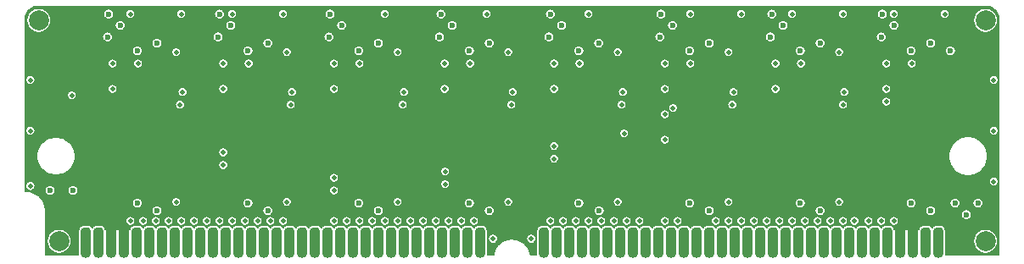
<source format=gbl>
G04 #@! TF.GenerationSoftware,KiCad,Pcbnew,(5.1.10-1-10_14)*
G04 #@! TF.CreationDate,2021-12-06T12:39:38-05:00*
G04 #@! TF.ProjectId,MacIIfxRAMSIMM,4d616349-4966-4785-9241-4d53494d4d2e,rev?*
G04 #@! TF.SameCoordinates,Original*
G04 #@! TF.FileFunction,Copper,L4,Bot*
G04 #@! TF.FilePolarity,Positive*
%FSLAX46Y46*%
G04 Gerber Fmt 4.6, Leading zero omitted, Abs format (unit mm)*
G04 Created by KiCad (PCBNEW (5.1.10-1-10_14)) date 2021-12-06 12:39:38*
%MOMM*%
%LPD*%
G01*
G04 APERTURE LIST*
G04 #@! TA.AperFunction,ComponentPad*
%ADD10C,2.000000*%
G04 #@! TD*
G04 #@! TA.AperFunction,ViaPad*
%ADD11C,0.600000*%
G04 #@! TD*
G04 #@! TA.AperFunction,ViaPad*
%ADD12C,0.500000*%
G04 #@! TD*
G04 #@! TA.AperFunction,ViaPad*
%ADD13C,0.508000*%
G04 #@! TD*
G04 #@! TA.AperFunction,Conductor*
%ADD14C,1.000000*%
G04 #@! TD*
G04 #@! TA.AperFunction,Conductor*
%ADD15C,0.154000*%
G04 #@! TD*
G04 #@! TA.AperFunction,Conductor*
%ADD16C,0.100000*%
G04 #@! TD*
G04 APERTURE END LIST*
G04 #@! TA.AperFunction,ComponentPad*
G36*
G01*
X77584300Y-127218440D02*
X77584300Y-125003560D01*
G75*
G02*
X78000860Y-124587000I416560J0D01*
G01*
X78209140Y-124587000D01*
G75*
G02*
X78625700Y-125003560I0J-416560D01*
G01*
X78625700Y-127218440D01*
G75*
G02*
X78209140Y-127635000I-416560J0D01*
G01*
X78000860Y-127635000D01*
G75*
G02*
X77584300Y-127218440I0J416560D01*
G01*
G37*
G04 #@! TD.AperFunction*
G04 #@! TA.AperFunction,ComponentPad*
G36*
G01*
X78854300Y-127218440D02*
X78854300Y-125003560D01*
G75*
G02*
X79270860Y-124587000I416560J0D01*
G01*
X79479140Y-124587000D01*
G75*
G02*
X79895700Y-125003560I0J-416560D01*
G01*
X79895700Y-127218440D01*
G75*
G02*
X79479140Y-127635000I-416560J0D01*
G01*
X79270860Y-127635000D01*
G75*
G02*
X78854300Y-127218440I0J416560D01*
G01*
G37*
G04 #@! TD.AperFunction*
G04 #@! TA.AperFunction,ComponentPad*
G36*
G01*
X80124300Y-127218440D02*
X80124300Y-125003560D01*
G75*
G02*
X80540860Y-124587000I416560J0D01*
G01*
X80749140Y-124587000D01*
G75*
G02*
X81165700Y-125003560I0J-416560D01*
G01*
X81165700Y-127218440D01*
G75*
G02*
X80749140Y-127635000I-416560J0D01*
G01*
X80540860Y-127635000D01*
G75*
G02*
X80124300Y-127218440I0J416560D01*
G01*
G37*
G04 #@! TD.AperFunction*
G04 #@! TA.AperFunction,ComponentPad*
G36*
G01*
X81394300Y-127218440D02*
X81394300Y-125003560D01*
G75*
G02*
X81810860Y-124587000I416560J0D01*
G01*
X82019140Y-124587000D01*
G75*
G02*
X82435700Y-125003560I0J-416560D01*
G01*
X82435700Y-127218440D01*
G75*
G02*
X82019140Y-127635000I-416560J0D01*
G01*
X81810860Y-127635000D01*
G75*
G02*
X81394300Y-127218440I0J416560D01*
G01*
G37*
G04 #@! TD.AperFunction*
G04 #@! TA.AperFunction,ComponentPad*
G36*
G01*
X82664300Y-127218440D02*
X82664300Y-125003560D01*
G75*
G02*
X83080860Y-124587000I416560J0D01*
G01*
X83289140Y-124587000D01*
G75*
G02*
X83705700Y-125003560I0J-416560D01*
G01*
X83705700Y-127218440D01*
G75*
G02*
X83289140Y-127635000I-416560J0D01*
G01*
X83080860Y-127635000D01*
G75*
G02*
X82664300Y-127218440I0J416560D01*
G01*
G37*
G04 #@! TD.AperFunction*
G04 #@! TA.AperFunction,ComponentPad*
G36*
G01*
X83934300Y-127218440D02*
X83934300Y-125003560D01*
G75*
G02*
X84350860Y-124587000I416560J0D01*
G01*
X84559140Y-124587000D01*
G75*
G02*
X84975700Y-125003560I0J-416560D01*
G01*
X84975700Y-127218440D01*
G75*
G02*
X84559140Y-127635000I-416560J0D01*
G01*
X84350860Y-127635000D01*
G75*
G02*
X83934300Y-127218440I0J416560D01*
G01*
G37*
G04 #@! TD.AperFunction*
G04 #@! TA.AperFunction,ComponentPad*
G36*
G01*
X85204300Y-127218440D02*
X85204300Y-125003560D01*
G75*
G02*
X85620860Y-124587000I416560J0D01*
G01*
X85829140Y-124587000D01*
G75*
G02*
X86245700Y-125003560I0J-416560D01*
G01*
X86245700Y-127218440D01*
G75*
G02*
X85829140Y-127635000I-416560J0D01*
G01*
X85620860Y-127635000D01*
G75*
G02*
X85204300Y-127218440I0J416560D01*
G01*
G37*
G04 #@! TD.AperFunction*
G04 #@! TA.AperFunction,ComponentPad*
G36*
G01*
X86474300Y-127218440D02*
X86474300Y-125003560D01*
G75*
G02*
X86890860Y-124587000I416560J0D01*
G01*
X87099140Y-124587000D01*
G75*
G02*
X87515700Y-125003560I0J-416560D01*
G01*
X87515700Y-127218440D01*
G75*
G02*
X87099140Y-127635000I-416560J0D01*
G01*
X86890860Y-127635000D01*
G75*
G02*
X86474300Y-127218440I0J416560D01*
G01*
G37*
G04 #@! TD.AperFunction*
G04 #@! TA.AperFunction,ComponentPad*
G36*
G01*
X87744300Y-127218440D02*
X87744300Y-125003560D01*
G75*
G02*
X88160860Y-124587000I416560J0D01*
G01*
X88369140Y-124587000D01*
G75*
G02*
X88785700Y-125003560I0J-416560D01*
G01*
X88785700Y-127218440D01*
G75*
G02*
X88369140Y-127635000I-416560J0D01*
G01*
X88160860Y-127635000D01*
G75*
G02*
X87744300Y-127218440I0J416560D01*
G01*
G37*
G04 #@! TD.AperFunction*
G04 #@! TA.AperFunction,ComponentPad*
G36*
G01*
X89014300Y-127218440D02*
X89014300Y-125003560D01*
G75*
G02*
X89430860Y-124587000I416560J0D01*
G01*
X89639140Y-124587000D01*
G75*
G02*
X90055700Y-125003560I0J-416560D01*
G01*
X90055700Y-127218440D01*
G75*
G02*
X89639140Y-127635000I-416560J0D01*
G01*
X89430860Y-127635000D01*
G75*
G02*
X89014300Y-127218440I0J416560D01*
G01*
G37*
G04 #@! TD.AperFunction*
G04 #@! TA.AperFunction,ComponentPad*
G36*
G01*
X90284300Y-127218440D02*
X90284300Y-125003560D01*
G75*
G02*
X90700860Y-124587000I416560J0D01*
G01*
X90909140Y-124587000D01*
G75*
G02*
X91325700Y-125003560I0J-416560D01*
G01*
X91325700Y-127218440D01*
G75*
G02*
X90909140Y-127635000I-416560J0D01*
G01*
X90700860Y-127635000D01*
G75*
G02*
X90284300Y-127218440I0J416560D01*
G01*
G37*
G04 #@! TD.AperFunction*
G04 #@! TA.AperFunction,ComponentPad*
G36*
G01*
X91554300Y-127218440D02*
X91554300Y-125003560D01*
G75*
G02*
X91970860Y-124587000I416560J0D01*
G01*
X92179140Y-124587000D01*
G75*
G02*
X92595700Y-125003560I0J-416560D01*
G01*
X92595700Y-127218440D01*
G75*
G02*
X92179140Y-127635000I-416560J0D01*
G01*
X91970860Y-127635000D01*
G75*
G02*
X91554300Y-127218440I0J416560D01*
G01*
G37*
G04 #@! TD.AperFunction*
G04 #@! TA.AperFunction,ComponentPad*
G36*
G01*
X92824300Y-127218440D02*
X92824300Y-125003560D01*
G75*
G02*
X93240860Y-124587000I416560J0D01*
G01*
X93449140Y-124587000D01*
G75*
G02*
X93865700Y-125003560I0J-416560D01*
G01*
X93865700Y-127218440D01*
G75*
G02*
X93449140Y-127635000I-416560J0D01*
G01*
X93240860Y-127635000D01*
G75*
G02*
X92824300Y-127218440I0J416560D01*
G01*
G37*
G04 #@! TD.AperFunction*
G04 #@! TA.AperFunction,ComponentPad*
G36*
G01*
X94094300Y-127218440D02*
X94094300Y-125003560D01*
G75*
G02*
X94510860Y-124587000I416560J0D01*
G01*
X94719140Y-124587000D01*
G75*
G02*
X95135700Y-125003560I0J-416560D01*
G01*
X95135700Y-127218440D01*
G75*
G02*
X94719140Y-127635000I-416560J0D01*
G01*
X94510860Y-127635000D01*
G75*
G02*
X94094300Y-127218440I0J416560D01*
G01*
G37*
G04 #@! TD.AperFunction*
G04 #@! TA.AperFunction,ComponentPad*
G36*
G01*
X95364300Y-127218440D02*
X95364300Y-125003560D01*
G75*
G02*
X95780860Y-124587000I416560J0D01*
G01*
X95989140Y-124587000D01*
G75*
G02*
X96405700Y-125003560I0J-416560D01*
G01*
X96405700Y-127218440D01*
G75*
G02*
X95989140Y-127635000I-416560J0D01*
G01*
X95780860Y-127635000D01*
G75*
G02*
X95364300Y-127218440I0J416560D01*
G01*
G37*
G04 #@! TD.AperFunction*
G04 #@! TA.AperFunction,ComponentPad*
G36*
G01*
X96634300Y-127218440D02*
X96634300Y-125003560D01*
G75*
G02*
X97050860Y-124587000I416560J0D01*
G01*
X97259140Y-124587000D01*
G75*
G02*
X97675700Y-125003560I0J-416560D01*
G01*
X97675700Y-127218440D01*
G75*
G02*
X97259140Y-127635000I-416560J0D01*
G01*
X97050860Y-127635000D01*
G75*
G02*
X96634300Y-127218440I0J416560D01*
G01*
G37*
G04 #@! TD.AperFunction*
G04 #@! TA.AperFunction,ComponentPad*
G36*
G01*
X97904300Y-127218440D02*
X97904300Y-125003560D01*
G75*
G02*
X98320860Y-124587000I416560J0D01*
G01*
X98529140Y-124587000D01*
G75*
G02*
X98945700Y-125003560I0J-416560D01*
G01*
X98945700Y-127218440D01*
G75*
G02*
X98529140Y-127635000I-416560J0D01*
G01*
X98320860Y-127635000D01*
G75*
G02*
X97904300Y-127218440I0J416560D01*
G01*
G37*
G04 #@! TD.AperFunction*
G04 #@! TA.AperFunction,ComponentPad*
G36*
G01*
X99174300Y-127218440D02*
X99174300Y-125003560D01*
G75*
G02*
X99590860Y-124587000I416560J0D01*
G01*
X99799140Y-124587000D01*
G75*
G02*
X100215700Y-125003560I0J-416560D01*
G01*
X100215700Y-127218440D01*
G75*
G02*
X99799140Y-127635000I-416560J0D01*
G01*
X99590860Y-127635000D01*
G75*
G02*
X99174300Y-127218440I0J416560D01*
G01*
G37*
G04 #@! TD.AperFunction*
G04 #@! TA.AperFunction,ComponentPad*
G36*
G01*
X100444300Y-127218440D02*
X100444300Y-125003560D01*
G75*
G02*
X100860860Y-124587000I416560J0D01*
G01*
X101069140Y-124587000D01*
G75*
G02*
X101485700Y-125003560I0J-416560D01*
G01*
X101485700Y-127218440D01*
G75*
G02*
X101069140Y-127635000I-416560J0D01*
G01*
X100860860Y-127635000D01*
G75*
G02*
X100444300Y-127218440I0J416560D01*
G01*
G37*
G04 #@! TD.AperFunction*
G04 #@! TA.AperFunction,ComponentPad*
G36*
G01*
X101714300Y-127218440D02*
X101714300Y-125003560D01*
G75*
G02*
X102130860Y-124587000I416560J0D01*
G01*
X102339140Y-124587000D01*
G75*
G02*
X102755700Y-125003560I0J-416560D01*
G01*
X102755700Y-127218440D01*
G75*
G02*
X102339140Y-127635000I-416560J0D01*
G01*
X102130860Y-127635000D01*
G75*
G02*
X101714300Y-127218440I0J416560D01*
G01*
G37*
G04 #@! TD.AperFunction*
G04 #@! TA.AperFunction,ComponentPad*
G36*
G01*
X102984300Y-127218440D02*
X102984300Y-125003560D01*
G75*
G02*
X103400860Y-124587000I416560J0D01*
G01*
X103609140Y-124587000D01*
G75*
G02*
X104025700Y-125003560I0J-416560D01*
G01*
X104025700Y-127218440D01*
G75*
G02*
X103609140Y-127635000I-416560J0D01*
G01*
X103400860Y-127635000D01*
G75*
G02*
X102984300Y-127218440I0J416560D01*
G01*
G37*
G04 #@! TD.AperFunction*
G04 #@! TA.AperFunction,ComponentPad*
G36*
G01*
X104254300Y-127218440D02*
X104254300Y-125003560D01*
G75*
G02*
X104670860Y-124587000I416560J0D01*
G01*
X104879140Y-124587000D01*
G75*
G02*
X105295700Y-125003560I0J-416560D01*
G01*
X105295700Y-127218440D01*
G75*
G02*
X104879140Y-127635000I-416560J0D01*
G01*
X104670860Y-127635000D01*
G75*
G02*
X104254300Y-127218440I0J416560D01*
G01*
G37*
G04 #@! TD.AperFunction*
G04 #@! TA.AperFunction,ComponentPad*
G36*
G01*
X105524300Y-127218440D02*
X105524300Y-125003560D01*
G75*
G02*
X105940860Y-124587000I416560J0D01*
G01*
X106149140Y-124587000D01*
G75*
G02*
X106565700Y-125003560I0J-416560D01*
G01*
X106565700Y-127218440D01*
G75*
G02*
X106149140Y-127635000I-416560J0D01*
G01*
X105940860Y-127635000D01*
G75*
G02*
X105524300Y-127218440I0J416560D01*
G01*
G37*
G04 #@! TD.AperFunction*
G04 #@! TA.AperFunction,ComponentPad*
G36*
G01*
X106794300Y-127218440D02*
X106794300Y-125003560D01*
G75*
G02*
X107210860Y-124587000I416560J0D01*
G01*
X107419140Y-124587000D01*
G75*
G02*
X107835700Y-125003560I0J-416560D01*
G01*
X107835700Y-127218440D01*
G75*
G02*
X107419140Y-127635000I-416560J0D01*
G01*
X107210860Y-127635000D01*
G75*
G02*
X106794300Y-127218440I0J416560D01*
G01*
G37*
G04 #@! TD.AperFunction*
G04 #@! TA.AperFunction,ComponentPad*
G36*
G01*
X108064300Y-127218440D02*
X108064300Y-125003560D01*
G75*
G02*
X108480860Y-124587000I416560J0D01*
G01*
X108689140Y-124587000D01*
G75*
G02*
X109105700Y-125003560I0J-416560D01*
G01*
X109105700Y-127218440D01*
G75*
G02*
X108689140Y-127635000I-416560J0D01*
G01*
X108480860Y-127635000D01*
G75*
G02*
X108064300Y-127218440I0J416560D01*
G01*
G37*
G04 #@! TD.AperFunction*
G04 #@! TA.AperFunction,ComponentPad*
G36*
G01*
X109334300Y-127218440D02*
X109334300Y-125003560D01*
G75*
G02*
X109750860Y-124587000I416560J0D01*
G01*
X109959140Y-124587000D01*
G75*
G02*
X110375700Y-125003560I0J-416560D01*
G01*
X110375700Y-127218440D01*
G75*
G02*
X109959140Y-127635000I-416560J0D01*
G01*
X109750860Y-127635000D01*
G75*
G02*
X109334300Y-127218440I0J416560D01*
G01*
G37*
G04 #@! TD.AperFunction*
G04 #@! TA.AperFunction,ComponentPad*
G36*
G01*
X110604300Y-127218440D02*
X110604300Y-125003560D01*
G75*
G02*
X111020860Y-124587000I416560J0D01*
G01*
X111229140Y-124587000D01*
G75*
G02*
X111645700Y-125003560I0J-416560D01*
G01*
X111645700Y-127218440D01*
G75*
G02*
X111229140Y-127635000I-416560J0D01*
G01*
X111020860Y-127635000D01*
G75*
G02*
X110604300Y-127218440I0J416560D01*
G01*
G37*
G04 #@! TD.AperFunction*
G04 #@! TA.AperFunction,ComponentPad*
G36*
G01*
X111874300Y-127218440D02*
X111874300Y-125003560D01*
G75*
G02*
X112290860Y-124587000I416560J0D01*
G01*
X112499140Y-124587000D01*
G75*
G02*
X112915700Y-125003560I0J-416560D01*
G01*
X112915700Y-127218440D01*
G75*
G02*
X112499140Y-127635000I-416560J0D01*
G01*
X112290860Y-127635000D01*
G75*
G02*
X111874300Y-127218440I0J416560D01*
G01*
G37*
G04 #@! TD.AperFunction*
G04 #@! TA.AperFunction,ComponentPad*
G36*
G01*
X113144300Y-127218440D02*
X113144300Y-125003560D01*
G75*
G02*
X113560860Y-124587000I416560J0D01*
G01*
X113769140Y-124587000D01*
G75*
G02*
X114185700Y-125003560I0J-416560D01*
G01*
X114185700Y-127218440D01*
G75*
G02*
X113769140Y-127635000I-416560J0D01*
G01*
X113560860Y-127635000D01*
G75*
G02*
X113144300Y-127218440I0J416560D01*
G01*
G37*
G04 #@! TD.AperFunction*
G04 #@! TA.AperFunction,ComponentPad*
G36*
G01*
X114414300Y-127218440D02*
X114414300Y-125003560D01*
G75*
G02*
X114830860Y-124587000I416560J0D01*
G01*
X115039140Y-124587000D01*
G75*
G02*
X115455700Y-125003560I0J-416560D01*
G01*
X115455700Y-127218440D01*
G75*
G02*
X115039140Y-127635000I-416560J0D01*
G01*
X114830860Y-127635000D01*
G75*
G02*
X114414300Y-127218440I0J416560D01*
G01*
G37*
G04 #@! TD.AperFunction*
G04 #@! TA.AperFunction,ComponentPad*
G36*
G01*
X115684300Y-127218440D02*
X115684300Y-125003560D01*
G75*
G02*
X116100860Y-124587000I416560J0D01*
G01*
X116309140Y-124587000D01*
G75*
G02*
X116725700Y-125003560I0J-416560D01*
G01*
X116725700Y-127218440D01*
G75*
G02*
X116309140Y-127635000I-416560J0D01*
G01*
X116100860Y-127635000D01*
G75*
G02*
X115684300Y-127218440I0J416560D01*
G01*
G37*
G04 #@! TD.AperFunction*
G04 #@! TA.AperFunction,ComponentPad*
G36*
G01*
X116954300Y-127218440D02*
X116954300Y-125003560D01*
G75*
G02*
X117370860Y-124587000I416560J0D01*
G01*
X117579140Y-124587000D01*
G75*
G02*
X117995700Y-125003560I0J-416560D01*
G01*
X117995700Y-127218440D01*
G75*
G02*
X117579140Y-127635000I-416560J0D01*
G01*
X117370860Y-127635000D01*
G75*
G02*
X116954300Y-127218440I0J416560D01*
G01*
G37*
G04 #@! TD.AperFunction*
G04 #@! TA.AperFunction,ComponentPad*
G36*
G01*
X123304300Y-127218440D02*
X123304300Y-125003560D01*
G75*
G02*
X123720860Y-124587000I416560J0D01*
G01*
X123929140Y-124587000D01*
G75*
G02*
X124345700Y-125003560I0J-416560D01*
G01*
X124345700Y-127218440D01*
G75*
G02*
X123929140Y-127635000I-416560J0D01*
G01*
X123720860Y-127635000D01*
G75*
G02*
X123304300Y-127218440I0J416560D01*
G01*
G37*
G04 #@! TD.AperFunction*
G04 #@! TA.AperFunction,ComponentPad*
G36*
G01*
X124574300Y-127218440D02*
X124574300Y-125003560D01*
G75*
G02*
X124990860Y-124587000I416560J0D01*
G01*
X125199140Y-124587000D01*
G75*
G02*
X125615700Y-125003560I0J-416560D01*
G01*
X125615700Y-127218440D01*
G75*
G02*
X125199140Y-127635000I-416560J0D01*
G01*
X124990860Y-127635000D01*
G75*
G02*
X124574300Y-127218440I0J416560D01*
G01*
G37*
G04 #@! TD.AperFunction*
G04 #@! TA.AperFunction,ComponentPad*
G36*
G01*
X125844300Y-127218440D02*
X125844300Y-125003560D01*
G75*
G02*
X126260860Y-124587000I416560J0D01*
G01*
X126469140Y-124587000D01*
G75*
G02*
X126885700Y-125003560I0J-416560D01*
G01*
X126885700Y-127218440D01*
G75*
G02*
X126469140Y-127635000I-416560J0D01*
G01*
X126260860Y-127635000D01*
G75*
G02*
X125844300Y-127218440I0J416560D01*
G01*
G37*
G04 #@! TD.AperFunction*
G04 #@! TA.AperFunction,ComponentPad*
G36*
G01*
X127114300Y-127218440D02*
X127114300Y-125003560D01*
G75*
G02*
X127530860Y-124587000I416560J0D01*
G01*
X127739140Y-124587000D01*
G75*
G02*
X128155700Y-125003560I0J-416560D01*
G01*
X128155700Y-127218440D01*
G75*
G02*
X127739140Y-127635000I-416560J0D01*
G01*
X127530860Y-127635000D01*
G75*
G02*
X127114300Y-127218440I0J416560D01*
G01*
G37*
G04 #@! TD.AperFunction*
G04 #@! TA.AperFunction,ComponentPad*
G36*
G01*
X128384300Y-127218440D02*
X128384300Y-125003560D01*
G75*
G02*
X128800860Y-124587000I416560J0D01*
G01*
X129009140Y-124587000D01*
G75*
G02*
X129425700Y-125003560I0J-416560D01*
G01*
X129425700Y-127218440D01*
G75*
G02*
X129009140Y-127635000I-416560J0D01*
G01*
X128800860Y-127635000D01*
G75*
G02*
X128384300Y-127218440I0J416560D01*
G01*
G37*
G04 #@! TD.AperFunction*
G04 #@! TA.AperFunction,ComponentPad*
G36*
G01*
X129654300Y-127218440D02*
X129654300Y-125003560D01*
G75*
G02*
X130070860Y-124587000I416560J0D01*
G01*
X130279140Y-124587000D01*
G75*
G02*
X130695700Y-125003560I0J-416560D01*
G01*
X130695700Y-127218440D01*
G75*
G02*
X130279140Y-127635000I-416560J0D01*
G01*
X130070860Y-127635000D01*
G75*
G02*
X129654300Y-127218440I0J416560D01*
G01*
G37*
G04 #@! TD.AperFunction*
G04 #@! TA.AperFunction,ComponentPad*
G36*
G01*
X130924300Y-127218440D02*
X130924300Y-125003560D01*
G75*
G02*
X131340860Y-124587000I416560J0D01*
G01*
X131549140Y-124587000D01*
G75*
G02*
X131965700Y-125003560I0J-416560D01*
G01*
X131965700Y-127218440D01*
G75*
G02*
X131549140Y-127635000I-416560J0D01*
G01*
X131340860Y-127635000D01*
G75*
G02*
X130924300Y-127218440I0J416560D01*
G01*
G37*
G04 #@! TD.AperFunction*
G04 #@! TA.AperFunction,ComponentPad*
G36*
G01*
X132194300Y-127218440D02*
X132194300Y-125003560D01*
G75*
G02*
X132610860Y-124587000I416560J0D01*
G01*
X132819140Y-124587000D01*
G75*
G02*
X133235700Y-125003560I0J-416560D01*
G01*
X133235700Y-127218440D01*
G75*
G02*
X132819140Y-127635000I-416560J0D01*
G01*
X132610860Y-127635000D01*
G75*
G02*
X132194300Y-127218440I0J416560D01*
G01*
G37*
G04 #@! TD.AperFunction*
G04 #@! TA.AperFunction,ComponentPad*
G36*
G01*
X133464300Y-127218440D02*
X133464300Y-125003560D01*
G75*
G02*
X133880860Y-124587000I416560J0D01*
G01*
X134089140Y-124587000D01*
G75*
G02*
X134505700Y-125003560I0J-416560D01*
G01*
X134505700Y-127218440D01*
G75*
G02*
X134089140Y-127635000I-416560J0D01*
G01*
X133880860Y-127635000D01*
G75*
G02*
X133464300Y-127218440I0J416560D01*
G01*
G37*
G04 #@! TD.AperFunction*
G04 #@! TA.AperFunction,ComponentPad*
G36*
G01*
X134734300Y-127218440D02*
X134734300Y-125003560D01*
G75*
G02*
X135150860Y-124587000I416560J0D01*
G01*
X135359140Y-124587000D01*
G75*
G02*
X135775700Y-125003560I0J-416560D01*
G01*
X135775700Y-127218440D01*
G75*
G02*
X135359140Y-127635000I-416560J0D01*
G01*
X135150860Y-127635000D01*
G75*
G02*
X134734300Y-127218440I0J416560D01*
G01*
G37*
G04 #@! TD.AperFunction*
G04 #@! TA.AperFunction,ComponentPad*
G36*
G01*
X136004300Y-127218440D02*
X136004300Y-125003560D01*
G75*
G02*
X136420860Y-124587000I416560J0D01*
G01*
X136629140Y-124587000D01*
G75*
G02*
X137045700Y-125003560I0J-416560D01*
G01*
X137045700Y-127218440D01*
G75*
G02*
X136629140Y-127635000I-416560J0D01*
G01*
X136420860Y-127635000D01*
G75*
G02*
X136004300Y-127218440I0J416560D01*
G01*
G37*
G04 #@! TD.AperFunction*
G04 #@! TA.AperFunction,ComponentPad*
G36*
G01*
X137274300Y-127218440D02*
X137274300Y-125003560D01*
G75*
G02*
X137690860Y-124587000I416560J0D01*
G01*
X137899140Y-124587000D01*
G75*
G02*
X138315700Y-125003560I0J-416560D01*
G01*
X138315700Y-127218440D01*
G75*
G02*
X137899140Y-127635000I-416560J0D01*
G01*
X137690860Y-127635000D01*
G75*
G02*
X137274300Y-127218440I0J416560D01*
G01*
G37*
G04 #@! TD.AperFunction*
G04 #@! TA.AperFunction,ComponentPad*
G36*
G01*
X138544300Y-127218440D02*
X138544300Y-125003560D01*
G75*
G02*
X138960860Y-124587000I416560J0D01*
G01*
X139169140Y-124587000D01*
G75*
G02*
X139585700Y-125003560I0J-416560D01*
G01*
X139585700Y-127218440D01*
G75*
G02*
X139169140Y-127635000I-416560J0D01*
G01*
X138960860Y-127635000D01*
G75*
G02*
X138544300Y-127218440I0J416560D01*
G01*
G37*
G04 #@! TD.AperFunction*
G04 #@! TA.AperFunction,ComponentPad*
G36*
G01*
X139814300Y-127218440D02*
X139814300Y-125003560D01*
G75*
G02*
X140230860Y-124587000I416560J0D01*
G01*
X140439140Y-124587000D01*
G75*
G02*
X140855700Y-125003560I0J-416560D01*
G01*
X140855700Y-127218440D01*
G75*
G02*
X140439140Y-127635000I-416560J0D01*
G01*
X140230860Y-127635000D01*
G75*
G02*
X139814300Y-127218440I0J416560D01*
G01*
G37*
G04 #@! TD.AperFunction*
G04 #@! TA.AperFunction,ComponentPad*
G36*
G01*
X141084300Y-127218440D02*
X141084300Y-125003560D01*
G75*
G02*
X141500860Y-124587000I416560J0D01*
G01*
X141709140Y-124587000D01*
G75*
G02*
X142125700Y-125003560I0J-416560D01*
G01*
X142125700Y-127218440D01*
G75*
G02*
X141709140Y-127635000I-416560J0D01*
G01*
X141500860Y-127635000D01*
G75*
G02*
X141084300Y-127218440I0J416560D01*
G01*
G37*
G04 #@! TD.AperFunction*
G04 #@! TA.AperFunction,ComponentPad*
G36*
G01*
X142354300Y-127218440D02*
X142354300Y-125003560D01*
G75*
G02*
X142770860Y-124587000I416560J0D01*
G01*
X142979140Y-124587000D01*
G75*
G02*
X143395700Y-125003560I0J-416560D01*
G01*
X143395700Y-127218440D01*
G75*
G02*
X142979140Y-127635000I-416560J0D01*
G01*
X142770860Y-127635000D01*
G75*
G02*
X142354300Y-127218440I0J416560D01*
G01*
G37*
G04 #@! TD.AperFunction*
G04 #@! TA.AperFunction,ComponentPad*
G36*
G01*
X143624300Y-127218440D02*
X143624300Y-125003560D01*
G75*
G02*
X144040860Y-124587000I416560J0D01*
G01*
X144249140Y-124587000D01*
G75*
G02*
X144665700Y-125003560I0J-416560D01*
G01*
X144665700Y-127218440D01*
G75*
G02*
X144249140Y-127635000I-416560J0D01*
G01*
X144040860Y-127635000D01*
G75*
G02*
X143624300Y-127218440I0J416560D01*
G01*
G37*
G04 #@! TD.AperFunction*
G04 #@! TA.AperFunction,ComponentPad*
G36*
G01*
X144894300Y-127218440D02*
X144894300Y-125003560D01*
G75*
G02*
X145310860Y-124587000I416560J0D01*
G01*
X145519140Y-124587000D01*
G75*
G02*
X145935700Y-125003560I0J-416560D01*
G01*
X145935700Y-127218440D01*
G75*
G02*
X145519140Y-127635000I-416560J0D01*
G01*
X145310860Y-127635000D01*
G75*
G02*
X144894300Y-127218440I0J416560D01*
G01*
G37*
G04 #@! TD.AperFunction*
G04 #@! TA.AperFunction,ComponentPad*
G36*
G01*
X146164300Y-127218440D02*
X146164300Y-125003560D01*
G75*
G02*
X146580860Y-124587000I416560J0D01*
G01*
X146789140Y-124587000D01*
G75*
G02*
X147205700Y-125003560I0J-416560D01*
G01*
X147205700Y-127218440D01*
G75*
G02*
X146789140Y-127635000I-416560J0D01*
G01*
X146580860Y-127635000D01*
G75*
G02*
X146164300Y-127218440I0J416560D01*
G01*
G37*
G04 #@! TD.AperFunction*
G04 #@! TA.AperFunction,ComponentPad*
G36*
G01*
X147434300Y-127218440D02*
X147434300Y-125003560D01*
G75*
G02*
X147850860Y-124587000I416560J0D01*
G01*
X148059140Y-124587000D01*
G75*
G02*
X148475700Y-125003560I0J-416560D01*
G01*
X148475700Y-127218440D01*
G75*
G02*
X148059140Y-127635000I-416560J0D01*
G01*
X147850860Y-127635000D01*
G75*
G02*
X147434300Y-127218440I0J416560D01*
G01*
G37*
G04 #@! TD.AperFunction*
G04 #@! TA.AperFunction,ComponentPad*
G36*
G01*
X148704300Y-127218440D02*
X148704300Y-125003560D01*
G75*
G02*
X149120860Y-124587000I416560J0D01*
G01*
X149329140Y-124587000D01*
G75*
G02*
X149745700Y-125003560I0J-416560D01*
G01*
X149745700Y-127218440D01*
G75*
G02*
X149329140Y-127635000I-416560J0D01*
G01*
X149120860Y-127635000D01*
G75*
G02*
X148704300Y-127218440I0J416560D01*
G01*
G37*
G04 #@! TD.AperFunction*
G04 #@! TA.AperFunction,ComponentPad*
G36*
G01*
X149974300Y-127218440D02*
X149974300Y-125003560D01*
G75*
G02*
X150390860Y-124587000I416560J0D01*
G01*
X150599140Y-124587000D01*
G75*
G02*
X151015700Y-125003560I0J-416560D01*
G01*
X151015700Y-127218440D01*
G75*
G02*
X150599140Y-127635000I-416560J0D01*
G01*
X150390860Y-127635000D01*
G75*
G02*
X149974300Y-127218440I0J416560D01*
G01*
G37*
G04 #@! TD.AperFunction*
G04 #@! TA.AperFunction,ComponentPad*
G36*
G01*
X151244300Y-127218440D02*
X151244300Y-125003560D01*
G75*
G02*
X151660860Y-124587000I416560J0D01*
G01*
X151869140Y-124587000D01*
G75*
G02*
X152285700Y-125003560I0J-416560D01*
G01*
X152285700Y-127218440D01*
G75*
G02*
X151869140Y-127635000I-416560J0D01*
G01*
X151660860Y-127635000D01*
G75*
G02*
X151244300Y-127218440I0J416560D01*
G01*
G37*
G04 #@! TD.AperFunction*
G04 #@! TA.AperFunction,ComponentPad*
G36*
G01*
X152514300Y-127218440D02*
X152514300Y-125003560D01*
G75*
G02*
X152930860Y-124587000I416560J0D01*
G01*
X153139140Y-124587000D01*
G75*
G02*
X153555700Y-125003560I0J-416560D01*
G01*
X153555700Y-127218440D01*
G75*
G02*
X153139140Y-127635000I-416560J0D01*
G01*
X152930860Y-127635000D01*
G75*
G02*
X152514300Y-127218440I0J416560D01*
G01*
G37*
G04 #@! TD.AperFunction*
G04 #@! TA.AperFunction,ComponentPad*
G36*
G01*
X153784300Y-127218440D02*
X153784300Y-125003560D01*
G75*
G02*
X154200860Y-124587000I416560J0D01*
G01*
X154409140Y-124587000D01*
G75*
G02*
X154825700Y-125003560I0J-416560D01*
G01*
X154825700Y-127218440D01*
G75*
G02*
X154409140Y-127635000I-416560J0D01*
G01*
X154200860Y-127635000D01*
G75*
G02*
X153784300Y-127218440I0J416560D01*
G01*
G37*
G04 #@! TD.AperFunction*
G04 #@! TA.AperFunction,ComponentPad*
G36*
G01*
X155054300Y-127218440D02*
X155054300Y-125003560D01*
G75*
G02*
X155470860Y-124587000I416560J0D01*
G01*
X155679140Y-124587000D01*
G75*
G02*
X156095700Y-125003560I0J-416560D01*
G01*
X156095700Y-127218440D01*
G75*
G02*
X155679140Y-127635000I-416560J0D01*
G01*
X155470860Y-127635000D01*
G75*
G02*
X155054300Y-127218440I0J416560D01*
G01*
G37*
G04 #@! TD.AperFunction*
G04 #@! TA.AperFunction,ComponentPad*
G36*
G01*
X156324300Y-127218440D02*
X156324300Y-125003560D01*
G75*
G02*
X156740860Y-124587000I416560J0D01*
G01*
X156949140Y-124587000D01*
G75*
G02*
X157365700Y-125003560I0J-416560D01*
G01*
X157365700Y-127218440D01*
G75*
G02*
X156949140Y-127635000I-416560J0D01*
G01*
X156740860Y-127635000D01*
G75*
G02*
X156324300Y-127218440I0J416560D01*
G01*
G37*
G04 #@! TD.AperFunction*
G04 #@! TA.AperFunction,ComponentPad*
G36*
G01*
X157594300Y-127218440D02*
X157594300Y-125003560D01*
G75*
G02*
X158010860Y-124587000I416560J0D01*
G01*
X158219140Y-124587000D01*
G75*
G02*
X158635700Y-125003560I0J-416560D01*
G01*
X158635700Y-127218440D01*
G75*
G02*
X158219140Y-127635000I-416560J0D01*
G01*
X158010860Y-127635000D01*
G75*
G02*
X157594300Y-127218440I0J416560D01*
G01*
G37*
G04 #@! TD.AperFunction*
G04 #@! TA.AperFunction,ComponentPad*
G36*
G01*
X158864300Y-127218440D02*
X158864300Y-125003560D01*
G75*
G02*
X159280860Y-124587000I416560J0D01*
G01*
X159489140Y-124587000D01*
G75*
G02*
X159905700Y-125003560I0J-416560D01*
G01*
X159905700Y-127218440D01*
G75*
G02*
X159489140Y-127635000I-416560J0D01*
G01*
X159280860Y-127635000D01*
G75*
G02*
X158864300Y-127218440I0J416560D01*
G01*
G37*
G04 #@! TD.AperFunction*
G04 #@! TA.AperFunction,ComponentPad*
G36*
G01*
X160134300Y-127218440D02*
X160134300Y-125003560D01*
G75*
G02*
X160550860Y-124587000I416560J0D01*
G01*
X160759140Y-124587000D01*
G75*
G02*
X161175700Y-125003560I0J-416560D01*
G01*
X161175700Y-127218440D01*
G75*
G02*
X160759140Y-127635000I-416560J0D01*
G01*
X160550860Y-127635000D01*
G75*
G02*
X160134300Y-127218440I0J416560D01*
G01*
G37*
G04 #@! TD.AperFunction*
G04 #@! TA.AperFunction,ComponentPad*
G36*
G01*
X161404300Y-127218440D02*
X161404300Y-125003560D01*
G75*
G02*
X161820860Y-124587000I416560J0D01*
G01*
X162029140Y-124587000D01*
G75*
G02*
X162445700Y-125003560I0J-416560D01*
G01*
X162445700Y-127218440D01*
G75*
G02*
X162029140Y-127635000I-416560J0D01*
G01*
X161820860Y-127635000D01*
G75*
G02*
X161404300Y-127218440I0J416560D01*
G01*
G37*
G04 #@! TD.AperFunction*
G04 #@! TA.AperFunction,ComponentPad*
G36*
G01*
X162674300Y-127218440D02*
X162674300Y-125003560D01*
G75*
G02*
X163090860Y-124587000I416560J0D01*
G01*
X163299140Y-124587000D01*
G75*
G02*
X163715700Y-125003560I0J-416560D01*
G01*
X163715700Y-127218440D01*
G75*
G02*
X163299140Y-127635000I-416560J0D01*
G01*
X163090860Y-127635000D01*
G75*
G02*
X162674300Y-127218440I0J416560D01*
G01*
G37*
G04 #@! TD.AperFunction*
D10*
X73406000Y-103886000D03*
X75438000Y-125984000D03*
X167894000Y-125984000D03*
X167894000Y-103886000D03*
D11*
X80835500Y-122174000D03*
X78867000Y-122936000D03*
X78867000Y-106172000D03*
X80835500Y-106934000D03*
X91884500Y-122174000D03*
X91884500Y-106934000D03*
X89916000Y-106172000D03*
X89916000Y-122936000D03*
D12*
X88011000Y-122618500D03*
X88011000Y-106489500D03*
X99060000Y-122618500D03*
X99060000Y-106489500D03*
D11*
X102933500Y-106934000D03*
X100965000Y-122936000D03*
X102933500Y-122174000D03*
X100965000Y-106172000D03*
X122936000Y-106172000D03*
X122936000Y-122936000D03*
D12*
X121031000Y-122618500D03*
D11*
X124904500Y-106934000D03*
D12*
X121031000Y-106489500D03*
D11*
X124904500Y-122174000D03*
X135953500Y-122174000D03*
X135953500Y-106934000D03*
X133985000Y-122936000D03*
D12*
X132080000Y-122618500D03*
X132080000Y-106489500D03*
D11*
X133985000Y-106172000D03*
X147002500Y-122174000D03*
X147002500Y-106934000D03*
D12*
X143129000Y-122618500D03*
D11*
X145034000Y-122936000D03*
D12*
X143129000Y-106489500D03*
D11*
X145034000Y-106172000D03*
X158051500Y-122174000D03*
X158051500Y-106934000D03*
D12*
X154178000Y-122618500D03*
D11*
X156083000Y-122936000D03*
D12*
X154178000Y-106489500D03*
D11*
X156083000Y-106172000D03*
X113982500Y-122174000D03*
X112014000Y-122936000D03*
X113982500Y-106934000D03*
D12*
X110109000Y-106489500D03*
D11*
X112014000Y-106172000D03*
X76898500Y-106934000D03*
X77914500Y-104394000D03*
X79057500Y-103251000D03*
X88963500Y-104394000D03*
X90106500Y-103251000D03*
X100012500Y-104394000D03*
X101155500Y-103251000D03*
X112204500Y-103251000D03*
X111061500Y-104394000D03*
X123126500Y-103251000D03*
X121983500Y-104394000D03*
X133032500Y-104394000D03*
X134175500Y-103251000D03*
X145224500Y-103251000D03*
X144081500Y-104394000D03*
X156273500Y-103251000D03*
X155130500Y-104394000D03*
X167132000Y-120904000D03*
D13*
X72580500Y-117475000D03*
X168719500Y-117475000D03*
D11*
X164846000Y-120904000D03*
X75692000Y-123317000D03*
X76835000Y-122174000D03*
D12*
X74612500Y-122237500D03*
D13*
X72580500Y-112395000D03*
X120650000Y-125095000D03*
D12*
X110109000Y-122618500D03*
D13*
X72580500Y-107315000D03*
X168719500Y-122555000D03*
X168719500Y-112395000D03*
X168719500Y-107315000D03*
X120650000Y-103251000D03*
X115570000Y-103251000D03*
X125730000Y-103251000D03*
X130810000Y-103251000D03*
X140970000Y-103251000D03*
X151130000Y-103251000D03*
X110490000Y-103251000D03*
X105410000Y-103251000D03*
X95250000Y-103251000D03*
X85090000Y-103251000D03*
X161290000Y-103251000D03*
D12*
X80772000Y-108204000D03*
X91821000Y-108204000D03*
X102870000Y-108204000D03*
X113919000Y-108204000D03*
D11*
X164846000Y-122174000D03*
D13*
X122555000Y-125730000D03*
X118745000Y-125730000D03*
D11*
X83248500Y-122174000D03*
X85217000Y-122936000D03*
X85217000Y-106172000D03*
X83248500Y-106934000D03*
D12*
X87122000Y-122047000D03*
X87122000Y-107061000D03*
X98171000Y-122047000D03*
D11*
X96266000Y-106172000D03*
D12*
X98171000Y-107061000D03*
D11*
X94297500Y-122174000D03*
X96266000Y-122936000D03*
X94297500Y-106934000D03*
D12*
X109220000Y-107061000D03*
D11*
X105346500Y-122174000D03*
X105346500Y-106934000D03*
X107315000Y-106172000D03*
X107315000Y-122936000D03*
D12*
X131191000Y-122047000D03*
D11*
X127317500Y-122174000D03*
D12*
X131191000Y-107061000D03*
D11*
X129349500Y-122936000D03*
X129286000Y-106172000D03*
X127317500Y-106934000D03*
X140335000Y-106172000D03*
X138366500Y-106934000D03*
X140335000Y-122936000D03*
D12*
X142240000Y-122047000D03*
D11*
X138366500Y-122174000D03*
D12*
X142240000Y-107061000D03*
D11*
X151384000Y-122936000D03*
X151384000Y-106172000D03*
X149415500Y-106934000D03*
D12*
X153289000Y-122047000D03*
D11*
X149415500Y-122174000D03*
D12*
X153289000Y-107061000D03*
D11*
X160464500Y-106934000D03*
X162433000Y-122936000D03*
X162433000Y-106172000D03*
X160464500Y-122174000D03*
X118364000Y-122936000D03*
D12*
X120269000Y-122047000D03*
D11*
X116395500Y-122174000D03*
X118364000Y-106172000D03*
X116395500Y-106934000D03*
D12*
X120269000Y-107061000D03*
X109855000Y-111061500D03*
X109728000Y-112331500D03*
X98552000Y-112331500D03*
X98679000Y-111061500D03*
X87757000Y-111061500D03*
X87503000Y-112331500D03*
X142621000Y-112331500D03*
X142748000Y-111061500D03*
X153670000Y-112331500D03*
X153797000Y-111061500D03*
X131572000Y-112331500D03*
X131699000Y-111061500D03*
D11*
X164401500Y-106934000D03*
X80264000Y-105537000D03*
X81534000Y-104394000D03*
X80391000Y-103251000D03*
X91440000Y-103251000D03*
X92583000Y-104394000D03*
X91313000Y-105537000D03*
X102489000Y-103251000D03*
X103632000Y-104394000D03*
X102362000Y-105537000D03*
X113411000Y-105537000D03*
X113538000Y-103251000D03*
X114681000Y-104394000D03*
X125603000Y-104394000D03*
X124460000Y-103251000D03*
X124333000Y-105537000D03*
X136652000Y-104394000D03*
X135509000Y-103251000D03*
X135382000Y-105537000D03*
X146431000Y-105537000D03*
X146558000Y-103251000D03*
X147701000Y-104394000D03*
X157607000Y-103251000D03*
X157480000Y-105537000D03*
X158750000Y-104394000D03*
X167132000Y-122174000D03*
X165989000Y-123317000D03*
X76835000Y-120904000D03*
X74549000Y-120904000D03*
D13*
X72580500Y-120459500D03*
D12*
X86360000Y-123952000D03*
X87630000Y-123952000D03*
X85090000Y-123952000D03*
X90170000Y-123952000D03*
X88900000Y-123952000D03*
X92710000Y-123952000D03*
X91440000Y-123952000D03*
X93980000Y-123952000D03*
X95250000Y-123952000D03*
X97790000Y-123952000D03*
X96520000Y-123952000D03*
X104140000Y-123952000D03*
X102870000Y-123952000D03*
X83820000Y-123952000D03*
X105410000Y-123952000D03*
X106680000Y-123952000D03*
X107950000Y-123952000D03*
X109220000Y-123952000D03*
X110490000Y-123952000D03*
X111760000Y-123952000D03*
X113030000Y-123952000D03*
X114300000Y-123952000D03*
X115570000Y-123952000D03*
X116840000Y-123952000D03*
X124460000Y-123952000D03*
X125730000Y-123952000D03*
X127000000Y-123952000D03*
X128270000Y-123952000D03*
X129540000Y-123952000D03*
X130810000Y-123952000D03*
X132080000Y-123952000D03*
X133350000Y-123952000D03*
X135890000Y-123952000D03*
X137160000Y-123952000D03*
X140970000Y-123952000D03*
X142240000Y-123952000D03*
X144780000Y-123952000D03*
X143510000Y-123952000D03*
X146050000Y-123952000D03*
X147320000Y-123952000D03*
X148590000Y-123952000D03*
X149860000Y-123952000D03*
X151130000Y-123952000D03*
X152400000Y-123952000D03*
X153670000Y-123952000D03*
X154813000Y-123952000D03*
X156210000Y-123952000D03*
X157480000Y-123952000D03*
X82550000Y-123952000D03*
X158750000Y-123952000D03*
X109220000Y-122047000D03*
D13*
X72580500Y-114935000D03*
X72580500Y-109855000D03*
X168719500Y-114935000D03*
X168719500Y-120015000D03*
X168719500Y-109855000D03*
X128270000Y-103251000D03*
X118110000Y-103251000D03*
X138430000Y-103251000D03*
X143510000Y-103251000D03*
X148590000Y-103251000D03*
X153670000Y-103251000D03*
X107950000Y-103251000D03*
X97790000Y-103251000D03*
X92710000Y-103251000D03*
X87630000Y-103251000D03*
X82550000Y-103251000D03*
X163830000Y-103251000D03*
X158750000Y-103251000D03*
D12*
X120713500Y-111061500D03*
X120586500Y-112331500D03*
X124841000Y-108204000D03*
X135890000Y-108204000D03*
X146939000Y-108204000D03*
X135890000Y-113284000D03*
X157988000Y-108204000D03*
X91821000Y-117094000D03*
X91821000Y-118364000D03*
X102870000Y-119634000D03*
X102870000Y-120904000D03*
X113982500Y-120269000D03*
X113982500Y-118999000D03*
X124841000Y-117729000D03*
X124841000Y-116459000D03*
X131826000Y-115189000D03*
X136715500Y-112649000D03*
X135890000Y-115824000D03*
X157988000Y-112014000D03*
X157988000Y-110744000D03*
X160528000Y-108204000D03*
X146939000Y-110744000D03*
X149479000Y-108204000D03*
X135890000Y-110744000D03*
X138430000Y-108204000D03*
X124841000Y-110744000D03*
X127381000Y-108204000D03*
X113919000Y-110744000D03*
X116459000Y-108204000D03*
X102870000Y-110744000D03*
X105410000Y-108204000D03*
X91821000Y-110744000D03*
X94361000Y-108204000D03*
X80772000Y-110744000D03*
X83312000Y-108204000D03*
X76708000Y-111379000D03*
D14*
X80645000Y-125095000D02*
X80645000Y-124460000D01*
X160655000Y-125095000D02*
X160655000Y-124460000D01*
X81915000Y-125095000D02*
X81915000Y-124714000D01*
X159385000Y-125095000D02*
X159385000Y-124714000D01*
D15*
X168257293Y-102565636D02*
X168484586Y-102634261D01*
X168694219Y-102745724D01*
X168878213Y-102895785D01*
X169029552Y-103078725D01*
X169142477Y-103287577D01*
X169212685Y-103514381D01*
X169239001Y-103764757D01*
X169239000Y-127329000D01*
X163936928Y-127329000D01*
X163947817Y-127218440D01*
X163947817Y-125862757D01*
X166663000Y-125862757D01*
X166663000Y-126105243D01*
X166710307Y-126343069D01*
X166803102Y-126567097D01*
X166937820Y-126768717D01*
X167109283Y-126940180D01*
X167310903Y-127074898D01*
X167534931Y-127167693D01*
X167772757Y-127215000D01*
X168015243Y-127215000D01*
X168253069Y-127167693D01*
X168477097Y-127074898D01*
X168678717Y-126940180D01*
X168850180Y-126768717D01*
X168984898Y-126567097D01*
X169077693Y-126343069D01*
X169125000Y-126105243D01*
X169125000Y-125862757D01*
X169077693Y-125624931D01*
X168984898Y-125400903D01*
X168850180Y-125199283D01*
X168678717Y-125027820D01*
X168477097Y-124893102D01*
X168253069Y-124800307D01*
X168015243Y-124753000D01*
X167772757Y-124753000D01*
X167534931Y-124800307D01*
X167310903Y-124893102D01*
X167109283Y-125027820D01*
X166937820Y-125199283D01*
X166803102Y-125400903D01*
X166710307Y-125624931D01*
X166663000Y-125862757D01*
X163947817Y-125862757D01*
X163947817Y-125003560D01*
X163935353Y-124877009D01*
X163898439Y-124755322D01*
X163838495Y-124643174D01*
X163757824Y-124544876D01*
X163659526Y-124464205D01*
X163547378Y-124404261D01*
X163425691Y-124367347D01*
X163299140Y-124354883D01*
X163090860Y-124354883D01*
X162964309Y-124367347D01*
X162842622Y-124404261D01*
X162730474Y-124464205D01*
X162632176Y-124544876D01*
X162560000Y-124632823D01*
X162487824Y-124544876D01*
X162389526Y-124464205D01*
X162277378Y-124404261D01*
X162155691Y-124367347D01*
X162029140Y-124354883D01*
X161820860Y-124354883D01*
X161694309Y-124367347D01*
X161572622Y-124404261D01*
X161460474Y-124464205D01*
X161362176Y-124544876D01*
X161281505Y-124643174D01*
X161221561Y-124755322D01*
X161218929Y-124764000D01*
X158821071Y-124764000D01*
X158818439Y-124755322D01*
X158758495Y-124643174D01*
X158677824Y-124544876D01*
X158579526Y-124464205D01*
X158467378Y-124404261D01*
X158345691Y-124367347D01*
X158219140Y-124354883D01*
X158010860Y-124354883D01*
X157884309Y-124367347D01*
X157762622Y-124404261D01*
X157650474Y-124464205D01*
X157552176Y-124544876D01*
X157480000Y-124632823D01*
X157407824Y-124544876D01*
X157309526Y-124464205D01*
X157197378Y-124404261D01*
X157075691Y-124367347D01*
X156949140Y-124354883D01*
X156740860Y-124354883D01*
X156614309Y-124367347D01*
X156492622Y-124404261D01*
X156380474Y-124464205D01*
X156282176Y-124544876D01*
X156210000Y-124632823D01*
X156137824Y-124544876D01*
X156039526Y-124464205D01*
X155927378Y-124404261D01*
X155805691Y-124367347D01*
X155679140Y-124354883D01*
X155470860Y-124354883D01*
X155344309Y-124367347D01*
X155222622Y-124404261D01*
X155110474Y-124464205D01*
X155012176Y-124544876D01*
X154940000Y-124632823D01*
X154867824Y-124544876D01*
X154769526Y-124464205D01*
X154678852Y-124415739D01*
X154765626Y-124433000D01*
X154860374Y-124433000D01*
X154953302Y-124414515D01*
X155040839Y-124378256D01*
X155119619Y-124325617D01*
X155186617Y-124258619D01*
X155239256Y-124179839D01*
X155275515Y-124092302D01*
X155294000Y-123999374D01*
X155294000Y-123904626D01*
X155729000Y-123904626D01*
X155729000Y-123999374D01*
X155747485Y-124092302D01*
X155783744Y-124179839D01*
X155836383Y-124258619D01*
X155903381Y-124325617D01*
X155982161Y-124378256D01*
X156069698Y-124414515D01*
X156162626Y-124433000D01*
X156257374Y-124433000D01*
X156350302Y-124414515D01*
X156437839Y-124378256D01*
X156516619Y-124325617D01*
X156583617Y-124258619D01*
X156636256Y-124179839D01*
X156672515Y-124092302D01*
X156691000Y-123999374D01*
X156691000Y-123904626D01*
X156999000Y-123904626D01*
X156999000Y-123999374D01*
X157017485Y-124092302D01*
X157053744Y-124179839D01*
X157106383Y-124258619D01*
X157173381Y-124325617D01*
X157252161Y-124378256D01*
X157339698Y-124414515D01*
X157432626Y-124433000D01*
X157527374Y-124433000D01*
X157620302Y-124414515D01*
X157707839Y-124378256D01*
X157786619Y-124325617D01*
X157853617Y-124258619D01*
X157906256Y-124179839D01*
X157942515Y-124092302D01*
X157961000Y-123999374D01*
X157961000Y-123904626D01*
X158269000Y-123904626D01*
X158269000Y-123999374D01*
X158287485Y-124092302D01*
X158323744Y-124179839D01*
X158376383Y-124258619D01*
X158443381Y-124325617D01*
X158522161Y-124378256D01*
X158609698Y-124414515D01*
X158702626Y-124433000D01*
X158797374Y-124433000D01*
X158890302Y-124414515D01*
X158977839Y-124378256D01*
X159056619Y-124325617D01*
X159123617Y-124258619D01*
X159176256Y-124179839D01*
X159212515Y-124092302D01*
X159231000Y-123999374D01*
X159231000Y-123904626D01*
X159212515Y-123811698D01*
X159176256Y-123724161D01*
X159123617Y-123645381D01*
X159056619Y-123578383D01*
X158977839Y-123525744D01*
X158890302Y-123489485D01*
X158797374Y-123471000D01*
X158702626Y-123471000D01*
X158609698Y-123489485D01*
X158522161Y-123525744D01*
X158443381Y-123578383D01*
X158376383Y-123645381D01*
X158323744Y-123724161D01*
X158287485Y-123811698D01*
X158269000Y-123904626D01*
X157961000Y-123904626D01*
X157942515Y-123811698D01*
X157906256Y-123724161D01*
X157853617Y-123645381D01*
X157786619Y-123578383D01*
X157707839Y-123525744D01*
X157620302Y-123489485D01*
X157527374Y-123471000D01*
X157432626Y-123471000D01*
X157339698Y-123489485D01*
X157252161Y-123525744D01*
X157173381Y-123578383D01*
X157106383Y-123645381D01*
X157053744Y-123724161D01*
X157017485Y-123811698D01*
X156999000Y-123904626D01*
X156691000Y-123904626D01*
X156672515Y-123811698D01*
X156636256Y-123724161D01*
X156583617Y-123645381D01*
X156516619Y-123578383D01*
X156437839Y-123525744D01*
X156350302Y-123489485D01*
X156257374Y-123471000D01*
X156162626Y-123471000D01*
X156069698Y-123489485D01*
X155982161Y-123525744D01*
X155903381Y-123578383D01*
X155836383Y-123645381D01*
X155783744Y-123724161D01*
X155747485Y-123811698D01*
X155729000Y-123904626D01*
X155294000Y-123904626D01*
X155275515Y-123811698D01*
X155239256Y-123724161D01*
X155186617Y-123645381D01*
X155119619Y-123578383D01*
X155040839Y-123525744D01*
X154953302Y-123489485D01*
X154860374Y-123471000D01*
X154765626Y-123471000D01*
X154672698Y-123489485D01*
X154585161Y-123525744D01*
X154506381Y-123578383D01*
X154439383Y-123645381D01*
X154386744Y-123724161D01*
X154350485Y-123811698D01*
X154332000Y-123904626D01*
X154332000Y-123999374D01*
X154350485Y-124092302D01*
X154386744Y-124179839D01*
X154439383Y-124258619D01*
X154506381Y-124325617D01*
X154585161Y-124378256D01*
X154622125Y-124393567D01*
X154535691Y-124367347D01*
X154409140Y-124354883D01*
X154200860Y-124354883D01*
X154074309Y-124367347D01*
X153952622Y-124404261D01*
X153840474Y-124464205D01*
X153742176Y-124544876D01*
X153670000Y-124632823D01*
X153597824Y-124544876D01*
X153499526Y-124464205D01*
X153387378Y-124404261D01*
X153265691Y-124367347D01*
X153139140Y-124354883D01*
X152930860Y-124354883D01*
X152804309Y-124367347D01*
X152682622Y-124404261D01*
X152570474Y-124464205D01*
X152472176Y-124544876D01*
X152400000Y-124632823D01*
X152327824Y-124544876D01*
X152229526Y-124464205D01*
X152117378Y-124404261D01*
X151995691Y-124367347D01*
X151869140Y-124354883D01*
X151660860Y-124354883D01*
X151534309Y-124367347D01*
X151412622Y-124404261D01*
X151300474Y-124464205D01*
X151202176Y-124544876D01*
X151130000Y-124632823D01*
X151057824Y-124544876D01*
X150959526Y-124464205D01*
X150847378Y-124404261D01*
X150725691Y-124367347D01*
X150599140Y-124354883D01*
X150390860Y-124354883D01*
X150264309Y-124367347D01*
X150142622Y-124404261D01*
X150030474Y-124464205D01*
X149932176Y-124544876D01*
X149860000Y-124632823D01*
X149787824Y-124544876D01*
X149689526Y-124464205D01*
X149577378Y-124404261D01*
X149455691Y-124367347D01*
X149329140Y-124354883D01*
X149120860Y-124354883D01*
X148994309Y-124367347D01*
X148872622Y-124404261D01*
X148760474Y-124464205D01*
X148662176Y-124544876D01*
X148590000Y-124632823D01*
X148517824Y-124544876D01*
X148419526Y-124464205D01*
X148307378Y-124404261D01*
X148185691Y-124367347D01*
X148059140Y-124354883D01*
X147850860Y-124354883D01*
X147724309Y-124367347D01*
X147602622Y-124404261D01*
X147490474Y-124464205D01*
X147392176Y-124544876D01*
X147320000Y-124632823D01*
X147247824Y-124544876D01*
X147149526Y-124464205D01*
X147037378Y-124404261D01*
X146915691Y-124367347D01*
X146789140Y-124354883D01*
X146580860Y-124354883D01*
X146454309Y-124367347D01*
X146332622Y-124404261D01*
X146220474Y-124464205D01*
X146122176Y-124544876D01*
X146050000Y-124632823D01*
X145977824Y-124544876D01*
X145879526Y-124464205D01*
X145767378Y-124404261D01*
X145645691Y-124367347D01*
X145519140Y-124354883D01*
X145310860Y-124354883D01*
X145184309Y-124367347D01*
X145062622Y-124404261D01*
X144950474Y-124464205D01*
X144852176Y-124544876D01*
X144780000Y-124632823D01*
X144707824Y-124544876D01*
X144609526Y-124464205D01*
X144497378Y-124404261D01*
X144375691Y-124367347D01*
X144249140Y-124354883D01*
X144040860Y-124354883D01*
X143914309Y-124367347D01*
X143792622Y-124404261D01*
X143680474Y-124464205D01*
X143582176Y-124544876D01*
X143510000Y-124632823D01*
X143437824Y-124544876D01*
X143339526Y-124464205D01*
X143227378Y-124404261D01*
X143105691Y-124367347D01*
X142979140Y-124354883D01*
X142770860Y-124354883D01*
X142644309Y-124367347D01*
X142522622Y-124404261D01*
X142410474Y-124464205D01*
X142312176Y-124544876D01*
X142240000Y-124632823D01*
X142167824Y-124544876D01*
X142069526Y-124464205D01*
X141957378Y-124404261D01*
X141835691Y-124367347D01*
X141709140Y-124354883D01*
X141500860Y-124354883D01*
X141374309Y-124367347D01*
X141252622Y-124404261D01*
X141140474Y-124464205D01*
X141042176Y-124544876D01*
X140970000Y-124632823D01*
X140897824Y-124544876D01*
X140799526Y-124464205D01*
X140687378Y-124404261D01*
X140565691Y-124367347D01*
X140439140Y-124354883D01*
X140230860Y-124354883D01*
X140104309Y-124367347D01*
X139982622Y-124404261D01*
X139870474Y-124464205D01*
X139772176Y-124544876D01*
X139700000Y-124632823D01*
X139627824Y-124544876D01*
X139529526Y-124464205D01*
X139417378Y-124404261D01*
X139295691Y-124367347D01*
X139169140Y-124354883D01*
X138960860Y-124354883D01*
X138834309Y-124367347D01*
X138712622Y-124404261D01*
X138600474Y-124464205D01*
X138502176Y-124544876D01*
X138430000Y-124632823D01*
X138357824Y-124544876D01*
X138259526Y-124464205D01*
X138147378Y-124404261D01*
X138025691Y-124367347D01*
X137899140Y-124354883D01*
X137690860Y-124354883D01*
X137564309Y-124367347D01*
X137442622Y-124404261D01*
X137330474Y-124464205D01*
X137232176Y-124544876D01*
X137160000Y-124632823D01*
X137087824Y-124544876D01*
X136989526Y-124464205D01*
X136877378Y-124404261D01*
X136755691Y-124367347D01*
X136629140Y-124354883D01*
X136420860Y-124354883D01*
X136294309Y-124367347D01*
X136172622Y-124404261D01*
X136060474Y-124464205D01*
X135962176Y-124544876D01*
X135890000Y-124632823D01*
X135817824Y-124544876D01*
X135719526Y-124464205D01*
X135607378Y-124404261D01*
X135485691Y-124367347D01*
X135359140Y-124354883D01*
X135150860Y-124354883D01*
X135024309Y-124367347D01*
X134902622Y-124404261D01*
X134790474Y-124464205D01*
X134692176Y-124544876D01*
X134620000Y-124632823D01*
X134547824Y-124544876D01*
X134449526Y-124464205D01*
X134337378Y-124404261D01*
X134215691Y-124367347D01*
X134089140Y-124354883D01*
X133880860Y-124354883D01*
X133754309Y-124367347D01*
X133632622Y-124404261D01*
X133520474Y-124464205D01*
X133422176Y-124544876D01*
X133350000Y-124632823D01*
X133277824Y-124544876D01*
X133179526Y-124464205D01*
X133067378Y-124404261D01*
X132945691Y-124367347D01*
X132819140Y-124354883D01*
X132610860Y-124354883D01*
X132484309Y-124367347D01*
X132362622Y-124404261D01*
X132250474Y-124464205D01*
X132152176Y-124544876D01*
X132080000Y-124632823D01*
X132007824Y-124544876D01*
X131909526Y-124464205D01*
X131797378Y-124404261D01*
X131675691Y-124367347D01*
X131549140Y-124354883D01*
X131340860Y-124354883D01*
X131214309Y-124367347D01*
X131092622Y-124404261D01*
X130980474Y-124464205D01*
X130882176Y-124544876D01*
X130810000Y-124632823D01*
X130737824Y-124544876D01*
X130639526Y-124464205D01*
X130527378Y-124404261D01*
X130405691Y-124367347D01*
X130279140Y-124354883D01*
X130070860Y-124354883D01*
X129944309Y-124367347D01*
X129822622Y-124404261D01*
X129710474Y-124464205D01*
X129612176Y-124544876D01*
X129540000Y-124632823D01*
X129467824Y-124544876D01*
X129369526Y-124464205D01*
X129257378Y-124404261D01*
X129135691Y-124367347D01*
X129009140Y-124354883D01*
X128800860Y-124354883D01*
X128674309Y-124367347D01*
X128552622Y-124404261D01*
X128440474Y-124464205D01*
X128342176Y-124544876D01*
X128270000Y-124632823D01*
X128197824Y-124544876D01*
X128099526Y-124464205D01*
X127987378Y-124404261D01*
X127865691Y-124367347D01*
X127739140Y-124354883D01*
X127530860Y-124354883D01*
X127404309Y-124367347D01*
X127282622Y-124404261D01*
X127170474Y-124464205D01*
X127072176Y-124544876D01*
X127000000Y-124632823D01*
X126927824Y-124544876D01*
X126829526Y-124464205D01*
X126717378Y-124404261D01*
X126595691Y-124367347D01*
X126469140Y-124354883D01*
X126260860Y-124354883D01*
X126134309Y-124367347D01*
X126012622Y-124404261D01*
X125900474Y-124464205D01*
X125802176Y-124544876D01*
X125730000Y-124632823D01*
X125657824Y-124544876D01*
X125559526Y-124464205D01*
X125447378Y-124404261D01*
X125325691Y-124367347D01*
X125199140Y-124354883D01*
X124990860Y-124354883D01*
X124864309Y-124367347D01*
X124742622Y-124404261D01*
X124630474Y-124464205D01*
X124532176Y-124544876D01*
X124460000Y-124632823D01*
X124387824Y-124544876D01*
X124289526Y-124464205D01*
X124177378Y-124404261D01*
X124055691Y-124367347D01*
X123929140Y-124354883D01*
X123720860Y-124354883D01*
X123594309Y-124367347D01*
X123472622Y-124404261D01*
X123360474Y-124464205D01*
X123262176Y-124544876D01*
X123181505Y-124643174D01*
X123121561Y-124755322D01*
X123084647Y-124877009D01*
X123072183Y-125003560D01*
X123072183Y-127218440D01*
X123083072Y-127329000D01*
X122513427Y-127329000D01*
X122506902Y-127270830D01*
X122501142Y-127243731D01*
X122495749Y-127216496D01*
X122494485Y-127212415D01*
X122400803Y-126917092D01*
X122389889Y-126891629D01*
X122379309Y-126865959D01*
X122377277Y-126862201D01*
X122228018Y-126590699D01*
X122212365Y-126567838D01*
X122197000Y-126544713D01*
X122194277Y-126541422D01*
X121995126Y-126304082D01*
X121975291Y-126284658D01*
X121955767Y-126264998D01*
X121952457Y-126262298D01*
X121710998Y-126068160D01*
X121687812Y-126052988D01*
X121664797Y-126037464D01*
X121661025Y-126035459D01*
X121386456Y-125891918D01*
X121360765Y-125881538D01*
X121335175Y-125870781D01*
X121331085Y-125869546D01*
X121033865Y-125782069D01*
X121006634Y-125776875D01*
X120979453Y-125771295D01*
X120975201Y-125770878D01*
X120666650Y-125742798D01*
X120638878Y-125742992D01*
X120611183Y-125742799D01*
X120606932Y-125743215D01*
X120298804Y-125775600D01*
X120271649Y-125781174D01*
X120244392Y-125786374D01*
X120240302Y-125787609D01*
X119944332Y-125879227D01*
X119918779Y-125889969D01*
X119893050Y-125900364D01*
X119889278Y-125902370D01*
X119616740Y-126049731D01*
X119593740Y-126065245D01*
X119570541Y-126080426D01*
X119567230Y-126083125D01*
X119328505Y-126280616D01*
X119308997Y-126300260D01*
X119289145Y-126319701D01*
X119286422Y-126322993D01*
X119090604Y-126563091D01*
X119075250Y-126586202D01*
X119059588Y-126609075D01*
X119057556Y-126612832D01*
X118912101Y-126886392D01*
X118901524Y-126912053D01*
X118890606Y-126937527D01*
X118889343Y-126941608D01*
X118799794Y-127238210D01*
X118794411Y-127265399D01*
X118788641Y-127292543D01*
X118788194Y-127296792D01*
X118785036Y-127329000D01*
X118216928Y-127329000D01*
X118227817Y-127218440D01*
X118227817Y-125682232D01*
X118260000Y-125682232D01*
X118260000Y-125777768D01*
X118278638Y-125871469D01*
X118315198Y-125959734D01*
X118368276Y-126039170D01*
X118435830Y-126106724D01*
X118515266Y-126159802D01*
X118603531Y-126196362D01*
X118697232Y-126215000D01*
X118792768Y-126215000D01*
X118886469Y-126196362D01*
X118974734Y-126159802D01*
X119054170Y-126106724D01*
X119121724Y-126039170D01*
X119174802Y-125959734D01*
X119211362Y-125871469D01*
X119230000Y-125777768D01*
X119230000Y-125682232D01*
X122070000Y-125682232D01*
X122070000Y-125777768D01*
X122088638Y-125871469D01*
X122125198Y-125959734D01*
X122178276Y-126039170D01*
X122245830Y-126106724D01*
X122325266Y-126159802D01*
X122413531Y-126196362D01*
X122507232Y-126215000D01*
X122602768Y-126215000D01*
X122696469Y-126196362D01*
X122784734Y-126159802D01*
X122864170Y-126106724D01*
X122931724Y-126039170D01*
X122984802Y-125959734D01*
X123021362Y-125871469D01*
X123040000Y-125777768D01*
X123040000Y-125682232D01*
X123021362Y-125588531D01*
X122984802Y-125500266D01*
X122931724Y-125420830D01*
X122864170Y-125353276D01*
X122784734Y-125300198D01*
X122696469Y-125263638D01*
X122602768Y-125245000D01*
X122507232Y-125245000D01*
X122413531Y-125263638D01*
X122325266Y-125300198D01*
X122245830Y-125353276D01*
X122178276Y-125420830D01*
X122125198Y-125500266D01*
X122088638Y-125588531D01*
X122070000Y-125682232D01*
X119230000Y-125682232D01*
X119211362Y-125588531D01*
X119174802Y-125500266D01*
X119121724Y-125420830D01*
X119054170Y-125353276D01*
X118974734Y-125300198D01*
X118886469Y-125263638D01*
X118792768Y-125245000D01*
X118697232Y-125245000D01*
X118603531Y-125263638D01*
X118515266Y-125300198D01*
X118435830Y-125353276D01*
X118368276Y-125420830D01*
X118315198Y-125500266D01*
X118278638Y-125588531D01*
X118260000Y-125682232D01*
X118227817Y-125682232D01*
X118227817Y-125003560D01*
X118215353Y-124877009D01*
X118178439Y-124755322D01*
X118118495Y-124643174D01*
X118037824Y-124544876D01*
X117939526Y-124464205D01*
X117827378Y-124404261D01*
X117705691Y-124367347D01*
X117579140Y-124354883D01*
X117370860Y-124354883D01*
X117244309Y-124367347D01*
X117122622Y-124404261D01*
X117010474Y-124464205D01*
X116912176Y-124544876D01*
X116840000Y-124632823D01*
X116767824Y-124544876D01*
X116669526Y-124464205D01*
X116557378Y-124404261D01*
X116435691Y-124367347D01*
X116309140Y-124354883D01*
X116100860Y-124354883D01*
X115974309Y-124367347D01*
X115852622Y-124404261D01*
X115740474Y-124464205D01*
X115642176Y-124544876D01*
X115570000Y-124632823D01*
X115497824Y-124544876D01*
X115399526Y-124464205D01*
X115287378Y-124404261D01*
X115165691Y-124367347D01*
X115039140Y-124354883D01*
X114830860Y-124354883D01*
X114704309Y-124367347D01*
X114582622Y-124404261D01*
X114470474Y-124464205D01*
X114372176Y-124544876D01*
X114300000Y-124632823D01*
X114227824Y-124544876D01*
X114129526Y-124464205D01*
X114017378Y-124404261D01*
X113895691Y-124367347D01*
X113769140Y-124354883D01*
X113560860Y-124354883D01*
X113434309Y-124367347D01*
X113312622Y-124404261D01*
X113200474Y-124464205D01*
X113102176Y-124544876D01*
X113030000Y-124632823D01*
X112957824Y-124544876D01*
X112859526Y-124464205D01*
X112747378Y-124404261D01*
X112625691Y-124367347D01*
X112499140Y-124354883D01*
X112290860Y-124354883D01*
X112164309Y-124367347D01*
X112042622Y-124404261D01*
X111930474Y-124464205D01*
X111832176Y-124544876D01*
X111760000Y-124632823D01*
X111687824Y-124544876D01*
X111589526Y-124464205D01*
X111477378Y-124404261D01*
X111355691Y-124367347D01*
X111229140Y-124354883D01*
X111020860Y-124354883D01*
X110894309Y-124367347D01*
X110772622Y-124404261D01*
X110660474Y-124464205D01*
X110562176Y-124544876D01*
X110490000Y-124632823D01*
X110417824Y-124544876D01*
X110319526Y-124464205D01*
X110207378Y-124404261D01*
X110085691Y-124367347D01*
X109959140Y-124354883D01*
X109750860Y-124354883D01*
X109624309Y-124367347D01*
X109502622Y-124404261D01*
X109390474Y-124464205D01*
X109292176Y-124544876D01*
X109220000Y-124632823D01*
X109147824Y-124544876D01*
X109049526Y-124464205D01*
X108937378Y-124404261D01*
X108815691Y-124367347D01*
X108689140Y-124354883D01*
X108480860Y-124354883D01*
X108354309Y-124367347D01*
X108232622Y-124404261D01*
X108120474Y-124464205D01*
X108022176Y-124544876D01*
X107950000Y-124632823D01*
X107877824Y-124544876D01*
X107779526Y-124464205D01*
X107667378Y-124404261D01*
X107545691Y-124367347D01*
X107419140Y-124354883D01*
X107210860Y-124354883D01*
X107084309Y-124367347D01*
X106962622Y-124404261D01*
X106850474Y-124464205D01*
X106752176Y-124544876D01*
X106680000Y-124632823D01*
X106607824Y-124544876D01*
X106509526Y-124464205D01*
X106397378Y-124404261D01*
X106275691Y-124367347D01*
X106149140Y-124354883D01*
X105940860Y-124354883D01*
X105814309Y-124367347D01*
X105692622Y-124404261D01*
X105580474Y-124464205D01*
X105482176Y-124544876D01*
X105410000Y-124632823D01*
X105337824Y-124544876D01*
X105239526Y-124464205D01*
X105127378Y-124404261D01*
X105005691Y-124367347D01*
X104879140Y-124354883D01*
X104670860Y-124354883D01*
X104544309Y-124367347D01*
X104422622Y-124404261D01*
X104310474Y-124464205D01*
X104212176Y-124544876D01*
X104140000Y-124632823D01*
X104067824Y-124544876D01*
X103969526Y-124464205D01*
X103857378Y-124404261D01*
X103735691Y-124367347D01*
X103609140Y-124354883D01*
X103400860Y-124354883D01*
X103274309Y-124367347D01*
X103152622Y-124404261D01*
X103040474Y-124464205D01*
X102942176Y-124544876D01*
X102870000Y-124632823D01*
X102797824Y-124544876D01*
X102699526Y-124464205D01*
X102587378Y-124404261D01*
X102465691Y-124367347D01*
X102339140Y-124354883D01*
X102130860Y-124354883D01*
X102004309Y-124367347D01*
X101882622Y-124404261D01*
X101770474Y-124464205D01*
X101672176Y-124544876D01*
X101600000Y-124632823D01*
X101527824Y-124544876D01*
X101429526Y-124464205D01*
X101317378Y-124404261D01*
X101195691Y-124367347D01*
X101069140Y-124354883D01*
X100860860Y-124354883D01*
X100734309Y-124367347D01*
X100612622Y-124404261D01*
X100500474Y-124464205D01*
X100402176Y-124544876D01*
X100330000Y-124632823D01*
X100257824Y-124544876D01*
X100159526Y-124464205D01*
X100047378Y-124404261D01*
X99925691Y-124367347D01*
X99799140Y-124354883D01*
X99590860Y-124354883D01*
X99464309Y-124367347D01*
X99342622Y-124404261D01*
X99230474Y-124464205D01*
X99132176Y-124544876D01*
X99060000Y-124632823D01*
X98987824Y-124544876D01*
X98889526Y-124464205D01*
X98777378Y-124404261D01*
X98655691Y-124367347D01*
X98529140Y-124354883D01*
X98320860Y-124354883D01*
X98194309Y-124367347D01*
X98072622Y-124404261D01*
X97960474Y-124464205D01*
X97862176Y-124544876D01*
X97790000Y-124632823D01*
X97717824Y-124544876D01*
X97619526Y-124464205D01*
X97507378Y-124404261D01*
X97385691Y-124367347D01*
X97259140Y-124354883D01*
X97050860Y-124354883D01*
X96924309Y-124367347D01*
X96802622Y-124404261D01*
X96690474Y-124464205D01*
X96592176Y-124544876D01*
X96520000Y-124632823D01*
X96447824Y-124544876D01*
X96349526Y-124464205D01*
X96237378Y-124404261D01*
X96115691Y-124367347D01*
X95989140Y-124354883D01*
X95780860Y-124354883D01*
X95654309Y-124367347D01*
X95532622Y-124404261D01*
X95420474Y-124464205D01*
X95322176Y-124544876D01*
X95250000Y-124632823D01*
X95177824Y-124544876D01*
X95079526Y-124464205D01*
X94967378Y-124404261D01*
X94845691Y-124367347D01*
X94719140Y-124354883D01*
X94510860Y-124354883D01*
X94384309Y-124367347D01*
X94262622Y-124404261D01*
X94150474Y-124464205D01*
X94052176Y-124544876D01*
X93980000Y-124632823D01*
X93907824Y-124544876D01*
X93809526Y-124464205D01*
X93697378Y-124404261D01*
X93575691Y-124367347D01*
X93449140Y-124354883D01*
X93240860Y-124354883D01*
X93114309Y-124367347D01*
X92992622Y-124404261D01*
X92880474Y-124464205D01*
X92782176Y-124544876D01*
X92710000Y-124632823D01*
X92637824Y-124544876D01*
X92539526Y-124464205D01*
X92427378Y-124404261D01*
X92305691Y-124367347D01*
X92179140Y-124354883D01*
X91970860Y-124354883D01*
X91844309Y-124367347D01*
X91722622Y-124404261D01*
X91610474Y-124464205D01*
X91512176Y-124544876D01*
X91440000Y-124632823D01*
X91367824Y-124544876D01*
X91269526Y-124464205D01*
X91157378Y-124404261D01*
X91035691Y-124367347D01*
X90909140Y-124354883D01*
X90700860Y-124354883D01*
X90574309Y-124367347D01*
X90452622Y-124404261D01*
X90340474Y-124464205D01*
X90242176Y-124544876D01*
X90170000Y-124632823D01*
X90097824Y-124544876D01*
X89999526Y-124464205D01*
X89887378Y-124404261D01*
X89765691Y-124367347D01*
X89639140Y-124354883D01*
X89430860Y-124354883D01*
X89304309Y-124367347D01*
X89182622Y-124404261D01*
X89070474Y-124464205D01*
X88972176Y-124544876D01*
X88900000Y-124632823D01*
X88827824Y-124544876D01*
X88729526Y-124464205D01*
X88617378Y-124404261D01*
X88495691Y-124367347D01*
X88369140Y-124354883D01*
X88160860Y-124354883D01*
X88034309Y-124367347D01*
X87912622Y-124404261D01*
X87800474Y-124464205D01*
X87702176Y-124544876D01*
X87630000Y-124632823D01*
X87557824Y-124544876D01*
X87459526Y-124464205D01*
X87347378Y-124404261D01*
X87225691Y-124367347D01*
X87099140Y-124354883D01*
X86890860Y-124354883D01*
X86764309Y-124367347D01*
X86642622Y-124404261D01*
X86530474Y-124464205D01*
X86432176Y-124544876D01*
X86360000Y-124632823D01*
X86287824Y-124544876D01*
X86189526Y-124464205D01*
X86077378Y-124404261D01*
X85955691Y-124367347D01*
X85829140Y-124354883D01*
X85620860Y-124354883D01*
X85494309Y-124367347D01*
X85372622Y-124404261D01*
X85260474Y-124464205D01*
X85162176Y-124544876D01*
X85090000Y-124632823D01*
X85017824Y-124544876D01*
X84919526Y-124464205D01*
X84807378Y-124404261D01*
X84685691Y-124367347D01*
X84559140Y-124354883D01*
X84350860Y-124354883D01*
X84224309Y-124367347D01*
X84102622Y-124404261D01*
X83990474Y-124464205D01*
X83892176Y-124544876D01*
X83820000Y-124632823D01*
X83747824Y-124544876D01*
X83649526Y-124464205D01*
X83537378Y-124404261D01*
X83415691Y-124367347D01*
X83289140Y-124354883D01*
X83080860Y-124354883D01*
X82954309Y-124367347D01*
X82832622Y-124404261D01*
X82720474Y-124464205D01*
X82622176Y-124544876D01*
X82541505Y-124643174D01*
X82481561Y-124755322D01*
X82478929Y-124764000D01*
X80081071Y-124764000D01*
X80078439Y-124755322D01*
X80018495Y-124643174D01*
X79937824Y-124544876D01*
X79839526Y-124464205D01*
X79727378Y-124404261D01*
X79605691Y-124367347D01*
X79479140Y-124354883D01*
X79270860Y-124354883D01*
X79144309Y-124367347D01*
X79022622Y-124404261D01*
X78910474Y-124464205D01*
X78812176Y-124544876D01*
X78740000Y-124632823D01*
X78667824Y-124544876D01*
X78569526Y-124464205D01*
X78457378Y-124404261D01*
X78335691Y-124367347D01*
X78209140Y-124354883D01*
X78000860Y-124354883D01*
X77874309Y-124367347D01*
X77752622Y-124404261D01*
X77640474Y-124464205D01*
X77542176Y-124544876D01*
X77461505Y-124643174D01*
X77401561Y-124755322D01*
X77364647Y-124877009D01*
X77352183Y-125003560D01*
X77352183Y-127218440D01*
X77363072Y-127329000D01*
X74093000Y-127329000D01*
X74093000Y-125862757D01*
X74207000Y-125862757D01*
X74207000Y-126105243D01*
X74254307Y-126343069D01*
X74347102Y-126567097D01*
X74481820Y-126768717D01*
X74653283Y-126940180D01*
X74854903Y-127074898D01*
X75078931Y-127167693D01*
X75316757Y-127215000D01*
X75559243Y-127215000D01*
X75797069Y-127167693D01*
X76021097Y-127074898D01*
X76222717Y-126940180D01*
X76394180Y-126768717D01*
X76528898Y-126567097D01*
X76621693Y-126343069D01*
X76669000Y-126105243D01*
X76669000Y-125862757D01*
X76621693Y-125624931D01*
X76528898Y-125400903D01*
X76394180Y-125199283D01*
X76222717Y-125027820D01*
X76021097Y-124893102D01*
X75797069Y-124800307D01*
X75559243Y-124753000D01*
X75316757Y-124753000D01*
X75078931Y-124800307D01*
X74854903Y-124893102D01*
X74653283Y-125027820D01*
X74481820Y-125199283D01*
X74347102Y-125400903D01*
X74254307Y-125624931D01*
X74207000Y-125862757D01*
X74093000Y-125862757D01*
X74093000Y-123904626D01*
X82069000Y-123904626D01*
X82069000Y-123999374D01*
X82087485Y-124092302D01*
X82123744Y-124179839D01*
X82176383Y-124258619D01*
X82243381Y-124325617D01*
X82322161Y-124378256D01*
X82409698Y-124414515D01*
X82502626Y-124433000D01*
X82597374Y-124433000D01*
X82690302Y-124414515D01*
X82777839Y-124378256D01*
X82856619Y-124325617D01*
X82923617Y-124258619D01*
X82976256Y-124179839D01*
X83012515Y-124092302D01*
X83031000Y-123999374D01*
X83031000Y-123904626D01*
X83339000Y-123904626D01*
X83339000Y-123999374D01*
X83357485Y-124092302D01*
X83393744Y-124179839D01*
X83446383Y-124258619D01*
X83513381Y-124325617D01*
X83592161Y-124378256D01*
X83679698Y-124414515D01*
X83772626Y-124433000D01*
X83867374Y-124433000D01*
X83960302Y-124414515D01*
X84047839Y-124378256D01*
X84126619Y-124325617D01*
X84193617Y-124258619D01*
X84246256Y-124179839D01*
X84282515Y-124092302D01*
X84301000Y-123999374D01*
X84301000Y-123904626D01*
X84609000Y-123904626D01*
X84609000Y-123999374D01*
X84627485Y-124092302D01*
X84663744Y-124179839D01*
X84716383Y-124258619D01*
X84783381Y-124325617D01*
X84862161Y-124378256D01*
X84949698Y-124414515D01*
X85042626Y-124433000D01*
X85137374Y-124433000D01*
X85230302Y-124414515D01*
X85317839Y-124378256D01*
X85396619Y-124325617D01*
X85463617Y-124258619D01*
X85516256Y-124179839D01*
X85552515Y-124092302D01*
X85571000Y-123999374D01*
X85571000Y-123904626D01*
X85879000Y-123904626D01*
X85879000Y-123999374D01*
X85897485Y-124092302D01*
X85933744Y-124179839D01*
X85986383Y-124258619D01*
X86053381Y-124325617D01*
X86132161Y-124378256D01*
X86219698Y-124414515D01*
X86312626Y-124433000D01*
X86407374Y-124433000D01*
X86500302Y-124414515D01*
X86587839Y-124378256D01*
X86666619Y-124325617D01*
X86733617Y-124258619D01*
X86786256Y-124179839D01*
X86822515Y-124092302D01*
X86841000Y-123999374D01*
X86841000Y-123904626D01*
X87149000Y-123904626D01*
X87149000Y-123999374D01*
X87167485Y-124092302D01*
X87203744Y-124179839D01*
X87256383Y-124258619D01*
X87323381Y-124325617D01*
X87402161Y-124378256D01*
X87489698Y-124414515D01*
X87582626Y-124433000D01*
X87677374Y-124433000D01*
X87770302Y-124414515D01*
X87857839Y-124378256D01*
X87936619Y-124325617D01*
X88003617Y-124258619D01*
X88056256Y-124179839D01*
X88092515Y-124092302D01*
X88111000Y-123999374D01*
X88111000Y-123904626D01*
X88419000Y-123904626D01*
X88419000Y-123999374D01*
X88437485Y-124092302D01*
X88473744Y-124179839D01*
X88526383Y-124258619D01*
X88593381Y-124325617D01*
X88672161Y-124378256D01*
X88759698Y-124414515D01*
X88852626Y-124433000D01*
X88947374Y-124433000D01*
X89040302Y-124414515D01*
X89127839Y-124378256D01*
X89206619Y-124325617D01*
X89273617Y-124258619D01*
X89326256Y-124179839D01*
X89362515Y-124092302D01*
X89381000Y-123999374D01*
X89381000Y-123904626D01*
X89689000Y-123904626D01*
X89689000Y-123999374D01*
X89707485Y-124092302D01*
X89743744Y-124179839D01*
X89796383Y-124258619D01*
X89863381Y-124325617D01*
X89942161Y-124378256D01*
X90029698Y-124414515D01*
X90122626Y-124433000D01*
X90217374Y-124433000D01*
X90310302Y-124414515D01*
X90397839Y-124378256D01*
X90476619Y-124325617D01*
X90543617Y-124258619D01*
X90596256Y-124179839D01*
X90632515Y-124092302D01*
X90651000Y-123999374D01*
X90651000Y-123904626D01*
X90959000Y-123904626D01*
X90959000Y-123999374D01*
X90977485Y-124092302D01*
X91013744Y-124179839D01*
X91066383Y-124258619D01*
X91133381Y-124325617D01*
X91212161Y-124378256D01*
X91299698Y-124414515D01*
X91392626Y-124433000D01*
X91487374Y-124433000D01*
X91580302Y-124414515D01*
X91667839Y-124378256D01*
X91746619Y-124325617D01*
X91813617Y-124258619D01*
X91866256Y-124179839D01*
X91902515Y-124092302D01*
X91921000Y-123999374D01*
X91921000Y-123904626D01*
X92229000Y-123904626D01*
X92229000Y-123999374D01*
X92247485Y-124092302D01*
X92283744Y-124179839D01*
X92336383Y-124258619D01*
X92403381Y-124325617D01*
X92482161Y-124378256D01*
X92569698Y-124414515D01*
X92662626Y-124433000D01*
X92757374Y-124433000D01*
X92850302Y-124414515D01*
X92937839Y-124378256D01*
X93016619Y-124325617D01*
X93083617Y-124258619D01*
X93136256Y-124179839D01*
X93172515Y-124092302D01*
X93191000Y-123999374D01*
X93191000Y-123904626D01*
X93499000Y-123904626D01*
X93499000Y-123999374D01*
X93517485Y-124092302D01*
X93553744Y-124179839D01*
X93606383Y-124258619D01*
X93673381Y-124325617D01*
X93752161Y-124378256D01*
X93839698Y-124414515D01*
X93932626Y-124433000D01*
X94027374Y-124433000D01*
X94120302Y-124414515D01*
X94207839Y-124378256D01*
X94286619Y-124325617D01*
X94353617Y-124258619D01*
X94406256Y-124179839D01*
X94442515Y-124092302D01*
X94461000Y-123999374D01*
X94461000Y-123904626D01*
X94769000Y-123904626D01*
X94769000Y-123999374D01*
X94787485Y-124092302D01*
X94823744Y-124179839D01*
X94876383Y-124258619D01*
X94943381Y-124325617D01*
X95022161Y-124378256D01*
X95109698Y-124414515D01*
X95202626Y-124433000D01*
X95297374Y-124433000D01*
X95390302Y-124414515D01*
X95477839Y-124378256D01*
X95556619Y-124325617D01*
X95623617Y-124258619D01*
X95676256Y-124179839D01*
X95712515Y-124092302D01*
X95731000Y-123999374D01*
X95731000Y-123904626D01*
X96039000Y-123904626D01*
X96039000Y-123999374D01*
X96057485Y-124092302D01*
X96093744Y-124179839D01*
X96146383Y-124258619D01*
X96213381Y-124325617D01*
X96292161Y-124378256D01*
X96379698Y-124414515D01*
X96472626Y-124433000D01*
X96567374Y-124433000D01*
X96660302Y-124414515D01*
X96747839Y-124378256D01*
X96826619Y-124325617D01*
X96893617Y-124258619D01*
X96946256Y-124179839D01*
X96982515Y-124092302D01*
X97001000Y-123999374D01*
X97001000Y-123904626D01*
X97309000Y-123904626D01*
X97309000Y-123999374D01*
X97327485Y-124092302D01*
X97363744Y-124179839D01*
X97416383Y-124258619D01*
X97483381Y-124325617D01*
X97562161Y-124378256D01*
X97649698Y-124414515D01*
X97742626Y-124433000D01*
X97837374Y-124433000D01*
X97930302Y-124414515D01*
X98017839Y-124378256D01*
X98096619Y-124325617D01*
X98163617Y-124258619D01*
X98216256Y-124179839D01*
X98252515Y-124092302D01*
X98271000Y-123999374D01*
X98271000Y-123904626D01*
X102389000Y-123904626D01*
X102389000Y-123999374D01*
X102407485Y-124092302D01*
X102443744Y-124179839D01*
X102496383Y-124258619D01*
X102563381Y-124325617D01*
X102642161Y-124378256D01*
X102729698Y-124414515D01*
X102822626Y-124433000D01*
X102917374Y-124433000D01*
X103010302Y-124414515D01*
X103097839Y-124378256D01*
X103176619Y-124325617D01*
X103243617Y-124258619D01*
X103296256Y-124179839D01*
X103332515Y-124092302D01*
X103351000Y-123999374D01*
X103351000Y-123904626D01*
X103659000Y-123904626D01*
X103659000Y-123999374D01*
X103677485Y-124092302D01*
X103713744Y-124179839D01*
X103766383Y-124258619D01*
X103833381Y-124325617D01*
X103912161Y-124378256D01*
X103999698Y-124414515D01*
X104092626Y-124433000D01*
X104187374Y-124433000D01*
X104280302Y-124414515D01*
X104367839Y-124378256D01*
X104446619Y-124325617D01*
X104513617Y-124258619D01*
X104566256Y-124179839D01*
X104602515Y-124092302D01*
X104621000Y-123999374D01*
X104621000Y-123904626D01*
X104929000Y-123904626D01*
X104929000Y-123999374D01*
X104947485Y-124092302D01*
X104983744Y-124179839D01*
X105036383Y-124258619D01*
X105103381Y-124325617D01*
X105182161Y-124378256D01*
X105269698Y-124414515D01*
X105362626Y-124433000D01*
X105457374Y-124433000D01*
X105550302Y-124414515D01*
X105637839Y-124378256D01*
X105716619Y-124325617D01*
X105783617Y-124258619D01*
X105836256Y-124179839D01*
X105872515Y-124092302D01*
X105891000Y-123999374D01*
X105891000Y-123904626D01*
X106199000Y-123904626D01*
X106199000Y-123999374D01*
X106217485Y-124092302D01*
X106253744Y-124179839D01*
X106306383Y-124258619D01*
X106373381Y-124325617D01*
X106452161Y-124378256D01*
X106539698Y-124414515D01*
X106632626Y-124433000D01*
X106727374Y-124433000D01*
X106820302Y-124414515D01*
X106907839Y-124378256D01*
X106986619Y-124325617D01*
X107053617Y-124258619D01*
X107106256Y-124179839D01*
X107142515Y-124092302D01*
X107161000Y-123999374D01*
X107161000Y-123904626D01*
X107469000Y-123904626D01*
X107469000Y-123999374D01*
X107487485Y-124092302D01*
X107523744Y-124179839D01*
X107576383Y-124258619D01*
X107643381Y-124325617D01*
X107722161Y-124378256D01*
X107809698Y-124414515D01*
X107902626Y-124433000D01*
X107997374Y-124433000D01*
X108090302Y-124414515D01*
X108177839Y-124378256D01*
X108256619Y-124325617D01*
X108323617Y-124258619D01*
X108376256Y-124179839D01*
X108412515Y-124092302D01*
X108431000Y-123999374D01*
X108431000Y-123904626D01*
X108739000Y-123904626D01*
X108739000Y-123999374D01*
X108757485Y-124092302D01*
X108793744Y-124179839D01*
X108846383Y-124258619D01*
X108913381Y-124325617D01*
X108992161Y-124378256D01*
X109079698Y-124414515D01*
X109172626Y-124433000D01*
X109267374Y-124433000D01*
X109360302Y-124414515D01*
X109447839Y-124378256D01*
X109526619Y-124325617D01*
X109593617Y-124258619D01*
X109646256Y-124179839D01*
X109682515Y-124092302D01*
X109701000Y-123999374D01*
X109701000Y-123904626D01*
X110009000Y-123904626D01*
X110009000Y-123999374D01*
X110027485Y-124092302D01*
X110063744Y-124179839D01*
X110116383Y-124258619D01*
X110183381Y-124325617D01*
X110262161Y-124378256D01*
X110349698Y-124414515D01*
X110442626Y-124433000D01*
X110537374Y-124433000D01*
X110630302Y-124414515D01*
X110717839Y-124378256D01*
X110796619Y-124325617D01*
X110863617Y-124258619D01*
X110916256Y-124179839D01*
X110952515Y-124092302D01*
X110971000Y-123999374D01*
X110971000Y-123904626D01*
X111279000Y-123904626D01*
X111279000Y-123999374D01*
X111297485Y-124092302D01*
X111333744Y-124179839D01*
X111386383Y-124258619D01*
X111453381Y-124325617D01*
X111532161Y-124378256D01*
X111619698Y-124414515D01*
X111712626Y-124433000D01*
X111807374Y-124433000D01*
X111900302Y-124414515D01*
X111987839Y-124378256D01*
X112066619Y-124325617D01*
X112133617Y-124258619D01*
X112186256Y-124179839D01*
X112222515Y-124092302D01*
X112241000Y-123999374D01*
X112241000Y-123904626D01*
X112549000Y-123904626D01*
X112549000Y-123999374D01*
X112567485Y-124092302D01*
X112603744Y-124179839D01*
X112656383Y-124258619D01*
X112723381Y-124325617D01*
X112802161Y-124378256D01*
X112889698Y-124414515D01*
X112982626Y-124433000D01*
X113077374Y-124433000D01*
X113170302Y-124414515D01*
X113257839Y-124378256D01*
X113336619Y-124325617D01*
X113403617Y-124258619D01*
X113456256Y-124179839D01*
X113492515Y-124092302D01*
X113511000Y-123999374D01*
X113511000Y-123904626D01*
X113819000Y-123904626D01*
X113819000Y-123999374D01*
X113837485Y-124092302D01*
X113873744Y-124179839D01*
X113926383Y-124258619D01*
X113993381Y-124325617D01*
X114072161Y-124378256D01*
X114159698Y-124414515D01*
X114252626Y-124433000D01*
X114347374Y-124433000D01*
X114440302Y-124414515D01*
X114527839Y-124378256D01*
X114606619Y-124325617D01*
X114673617Y-124258619D01*
X114726256Y-124179839D01*
X114762515Y-124092302D01*
X114781000Y-123999374D01*
X114781000Y-123904626D01*
X115089000Y-123904626D01*
X115089000Y-123999374D01*
X115107485Y-124092302D01*
X115143744Y-124179839D01*
X115196383Y-124258619D01*
X115263381Y-124325617D01*
X115342161Y-124378256D01*
X115429698Y-124414515D01*
X115522626Y-124433000D01*
X115617374Y-124433000D01*
X115710302Y-124414515D01*
X115797839Y-124378256D01*
X115876619Y-124325617D01*
X115943617Y-124258619D01*
X115996256Y-124179839D01*
X116032515Y-124092302D01*
X116051000Y-123999374D01*
X116051000Y-123904626D01*
X116359000Y-123904626D01*
X116359000Y-123999374D01*
X116377485Y-124092302D01*
X116413744Y-124179839D01*
X116466383Y-124258619D01*
X116533381Y-124325617D01*
X116612161Y-124378256D01*
X116699698Y-124414515D01*
X116792626Y-124433000D01*
X116887374Y-124433000D01*
X116980302Y-124414515D01*
X117067839Y-124378256D01*
X117146619Y-124325617D01*
X117213617Y-124258619D01*
X117266256Y-124179839D01*
X117302515Y-124092302D01*
X117321000Y-123999374D01*
X117321000Y-123904626D01*
X123979000Y-123904626D01*
X123979000Y-123999374D01*
X123997485Y-124092302D01*
X124033744Y-124179839D01*
X124086383Y-124258619D01*
X124153381Y-124325617D01*
X124232161Y-124378256D01*
X124319698Y-124414515D01*
X124412626Y-124433000D01*
X124507374Y-124433000D01*
X124600302Y-124414515D01*
X124687839Y-124378256D01*
X124766619Y-124325617D01*
X124833617Y-124258619D01*
X124886256Y-124179839D01*
X124922515Y-124092302D01*
X124941000Y-123999374D01*
X124941000Y-123904626D01*
X125249000Y-123904626D01*
X125249000Y-123999374D01*
X125267485Y-124092302D01*
X125303744Y-124179839D01*
X125356383Y-124258619D01*
X125423381Y-124325617D01*
X125502161Y-124378256D01*
X125589698Y-124414515D01*
X125682626Y-124433000D01*
X125777374Y-124433000D01*
X125870302Y-124414515D01*
X125957839Y-124378256D01*
X126036619Y-124325617D01*
X126103617Y-124258619D01*
X126156256Y-124179839D01*
X126192515Y-124092302D01*
X126211000Y-123999374D01*
X126211000Y-123904626D01*
X126519000Y-123904626D01*
X126519000Y-123999374D01*
X126537485Y-124092302D01*
X126573744Y-124179839D01*
X126626383Y-124258619D01*
X126693381Y-124325617D01*
X126772161Y-124378256D01*
X126859698Y-124414515D01*
X126952626Y-124433000D01*
X127047374Y-124433000D01*
X127140302Y-124414515D01*
X127227839Y-124378256D01*
X127306619Y-124325617D01*
X127373617Y-124258619D01*
X127426256Y-124179839D01*
X127462515Y-124092302D01*
X127481000Y-123999374D01*
X127481000Y-123904626D01*
X127789000Y-123904626D01*
X127789000Y-123999374D01*
X127807485Y-124092302D01*
X127843744Y-124179839D01*
X127896383Y-124258619D01*
X127963381Y-124325617D01*
X128042161Y-124378256D01*
X128129698Y-124414515D01*
X128222626Y-124433000D01*
X128317374Y-124433000D01*
X128410302Y-124414515D01*
X128497839Y-124378256D01*
X128576619Y-124325617D01*
X128643617Y-124258619D01*
X128696256Y-124179839D01*
X128732515Y-124092302D01*
X128751000Y-123999374D01*
X128751000Y-123904626D01*
X129059000Y-123904626D01*
X129059000Y-123999374D01*
X129077485Y-124092302D01*
X129113744Y-124179839D01*
X129166383Y-124258619D01*
X129233381Y-124325617D01*
X129312161Y-124378256D01*
X129399698Y-124414515D01*
X129492626Y-124433000D01*
X129587374Y-124433000D01*
X129680302Y-124414515D01*
X129767839Y-124378256D01*
X129846619Y-124325617D01*
X129913617Y-124258619D01*
X129966256Y-124179839D01*
X130002515Y-124092302D01*
X130021000Y-123999374D01*
X130021000Y-123904626D01*
X130329000Y-123904626D01*
X130329000Y-123999374D01*
X130347485Y-124092302D01*
X130383744Y-124179839D01*
X130436383Y-124258619D01*
X130503381Y-124325617D01*
X130582161Y-124378256D01*
X130669698Y-124414515D01*
X130762626Y-124433000D01*
X130857374Y-124433000D01*
X130950302Y-124414515D01*
X131037839Y-124378256D01*
X131116619Y-124325617D01*
X131183617Y-124258619D01*
X131236256Y-124179839D01*
X131272515Y-124092302D01*
X131291000Y-123999374D01*
X131291000Y-123904626D01*
X131599000Y-123904626D01*
X131599000Y-123999374D01*
X131617485Y-124092302D01*
X131653744Y-124179839D01*
X131706383Y-124258619D01*
X131773381Y-124325617D01*
X131852161Y-124378256D01*
X131939698Y-124414515D01*
X132032626Y-124433000D01*
X132127374Y-124433000D01*
X132220302Y-124414515D01*
X132307839Y-124378256D01*
X132386619Y-124325617D01*
X132453617Y-124258619D01*
X132506256Y-124179839D01*
X132542515Y-124092302D01*
X132561000Y-123999374D01*
X132561000Y-123904626D01*
X132869000Y-123904626D01*
X132869000Y-123999374D01*
X132887485Y-124092302D01*
X132923744Y-124179839D01*
X132976383Y-124258619D01*
X133043381Y-124325617D01*
X133122161Y-124378256D01*
X133209698Y-124414515D01*
X133302626Y-124433000D01*
X133397374Y-124433000D01*
X133490302Y-124414515D01*
X133577839Y-124378256D01*
X133656619Y-124325617D01*
X133723617Y-124258619D01*
X133776256Y-124179839D01*
X133812515Y-124092302D01*
X133831000Y-123999374D01*
X133831000Y-123904626D01*
X135409000Y-123904626D01*
X135409000Y-123999374D01*
X135427485Y-124092302D01*
X135463744Y-124179839D01*
X135516383Y-124258619D01*
X135583381Y-124325617D01*
X135662161Y-124378256D01*
X135749698Y-124414515D01*
X135842626Y-124433000D01*
X135937374Y-124433000D01*
X136030302Y-124414515D01*
X136117839Y-124378256D01*
X136196619Y-124325617D01*
X136263617Y-124258619D01*
X136316256Y-124179839D01*
X136352515Y-124092302D01*
X136371000Y-123999374D01*
X136371000Y-123904626D01*
X136679000Y-123904626D01*
X136679000Y-123999374D01*
X136697485Y-124092302D01*
X136733744Y-124179839D01*
X136786383Y-124258619D01*
X136853381Y-124325617D01*
X136932161Y-124378256D01*
X137019698Y-124414515D01*
X137112626Y-124433000D01*
X137207374Y-124433000D01*
X137300302Y-124414515D01*
X137387839Y-124378256D01*
X137466619Y-124325617D01*
X137533617Y-124258619D01*
X137586256Y-124179839D01*
X137622515Y-124092302D01*
X137641000Y-123999374D01*
X137641000Y-123904626D01*
X140489000Y-123904626D01*
X140489000Y-123999374D01*
X140507485Y-124092302D01*
X140543744Y-124179839D01*
X140596383Y-124258619D01*
X140663381Y-124325617D01*
X140742161Y-124378256D01*
X140829698Y-124414515D01*
X140922626Y-124433000D01*
X141017374Y-124433000D01*
X141110302Y-124414515D01*
X141197839Y-124378256D01*
X141276619Y-124325617D01*
X141343617Y-124258619D01*
X141396256Y-124179839D01*
X141432515Y-124092302D01*
X141451000Y-123999374D01*
X141451000Y-123904626D01*
X141759000Y-123904626D01*
X141759000Y-123999374D01*
X141777485Y-124092302D01*
X141813744Y-124179839D01*
X141866383Y-124258619D01*
X141933381Y-124325617D01*
X142012161Y-124378256D01*
X142099698Y-124414515D01*
X142192626Y-124433000D01*
X142287374Y-124433000D01*
X142380302Y-124414515D01*
X142467839Y-124378256D01*
X142546619Y-124325617D01*
X142613617Y-124258619D01*
X142666256Y-124179839D01*
X142702515Y-124092302D01*
X142721000Y-123999374D01*
X142721000Y-123904626D01*
X143029000Y-123904626D01*
X143029000Y-123999374D01*
X143047485Y-124092302D01*
X143083744Y-124179839D01*
X143136383Y-124258619D01*
X143203381Y-124325617D01*
X143282161Y-124378256D01*
X143369698Y-124414515D01*
X143462626Y-124433000D01*
X143557374Y-124433000D01*
X143650302Y-124414515D01*
X143737839Y-124378256D01*
X143816619Y-124325617D01*
X143883617Y-124258619D01*
X143936256Y-124179839D01*
X143972515Y-124092302D01*
X143991000Y-123999374D01*
X143991000Y-123904626D01*
X144299000Y-123904626D01*
X144299000Y-123999374D01*
X144317485Y-124092302D01*
X144353744Y-124179839D01*
X144406383Y-124258619D01*
X144473381Y-124325617D01*
X144552161Y-124378256D01*
X144639698Y-124414515D01*
X144732626Y-124433000D01*
X144827374Y-124433000D01*
X144920302Y-124414515D01*
X145007839Y-124378256D01*
X145086619Y-124325617D01*
X145153617Y-124258619D01*
X145206256Y-124179839D01*
X145242515Y-124092302D01*
X145261000Y-123999374D01*
X145261000Y-123904626D01*
X145569000Y-123904626D01*
X145569000Y-123999374D01*
X145587485Y-124092302D01*
X145623744Y-124179839D01*
X145676383Y-124258619D01*
X145743381Y-124325617D01*
X145822161Y-124378256D01*
X145909698Y-124414515D01*
X146002626Y-124433000D01*
X146097374Y-124433000D01*
X146190302Y-124414515D01*
X146277839Y-124378256D01*
X146356619Y-124325617D01*
X146423617Y-124258619D01*
X146476256Y-124179839D01*
X146512515Y-124092302D01*
X146531000Y-123999374D01*
X146531000Y-123904626D01*
X146839000Y-123904626D01*
X146839000Y-123999374D01*
X146857485Y-124092302D01*
X146893744Y-124179839D01*
X146946383Y-124258619D01*
X147013381Y-124325617D01*
X147092161Y-124378256D01*
X147179698Y-124414515D01*
X147272626Y-124433000D01*
X147367374Y-124433000D01*
X147460302Y-124414515D01*
X147547839Y-124378256D01*
X147626619Y-124325617D01*
X147693617Y-124258619D01*
X147746256Y-124179839D01*
X147782515Y-124092302D01*
X147801000Y-123999374D01*
X147801000Y-123904626D01*
X148109000Y-123904626D01*
X148109000Y-123999374D01*
X148127485Y-124092302D01*
X148163744Y-124179839D01*
X148216383Y-124258619D01*
X148283381Y-124325617D01*
X148362161Y-124378256D01*
X148449698Y-124414515D01*
X148542626Y-124433000D01*
X148637374Y-124433000D01*
X148730302Y-124414515D01*
X148817839Y-124378256D01*
X148896619Y-124325617D01*
X148963617Y-124258619D01*
X149016256Y-124179839D01*
X149052515Y-124092302D01*
X149071000Y-123999374D01*
X149071000Y-123904626D01*
X149379000Y-123904626D01*
X149379000Y-123999374D01*
X149397485Y-124092302D01*
X149433744Y-124179839D01*
X149486383Y-124258619D01*
X149553381Y-124325617D01*
X149632161Y-124378256D01*
X149719698Y-124414515D01*
X149812626Y-124433000D01*
X149907374Y-124433000D01*
X150000302Y-124414515D01*
X150087839Y-124378256D01*
X150166619Y-124325617D01*
X150233617Y-124258619D01*
X150286256Y-124179839D01*
X150322515Y-124092302D01*
X150341000Y-123999374D01*
X150341000Y-123904626D01*
X150649000Y-123904626D01*
X150649000Y-123999374D01*
X150667485Y-124092302D01*
X150703744Y-124179839D01*
X150756383Y-124258619D01*
X150823381Y-124325617D01*
X150902161Y-124378256D01*
X150989698Y-124414515D01*
X151082626Y-124433000D01*
X151177374Y-124433000D01*
X151270302Y-124414515D01*
X151357839Y-124378256D01*
X151436619Y-124325617D01*
X151503617Y-124258619D01*
X151556256Y-124179839D01*
X151592515Y-124092302D01*
X151611000Y-123999374D01*
X151611000Y-123904626D01*
X151919000Y-123904626D01*
X151919000Y-123999374D01*
X151937485Y-124092302D01*
X151973744Y-124179839D01*
X152026383Y-124258619D01*
X152093381Y-124325617D01*
X152172161Y-124378256D01*
X152259698Y-124414515D01*
X152352626Y-124433000D01*
X152447374Y-124433000D01*
X152540302Y-124414515D01*
X152627839Y-124378256D01*
X152706619Y-124325617D01*
X152773617Y-124258619D01*
X152826256Y-124179839D01*
X152862515Y-124092302D01*
X152881000Y-123999374D01*
X152881000Y-123904626D01*
X153189000Y-123904626D01*
X153189000Y-123999374D01*
X153207485Y-124092302D01*
X153243744Y-124179839D01*
X153296383Y-124258619D01*
X153363381Y-124325617D01*
X153442161Y-124378256D01*
X153529698Y-124414515D01*
X153622626Y-124433000D01*
X153717374Y-124433000D01*
X153810302Y-124414515D01*
X153897839Y-124378256D01*
X153976619Y-124325617D01*
X154043617Y-124258619D01*
X154096256Y-124179839D01*
X154132515Y-124092302D01*
X154151000Y-123999374D01*
X154151000Y-123904626D01*
X154132515Y-123811698D01*
X154096256Y-123724161D01*
X154043617Y-123645381D01*
X153976619Y-123578383D01*
X153897839Y-123525744D01*
X153810302Y-123489485D01*
X153717374Y-123471000D01*
X153622626Y-123471000D01*
X153529698Y-123489485D01*
X153442161Y-123525744D01*
X153363381Y-123578383D01*
X153296383Y-123645381D01*
X153243744Y-123724161D01*
X153207485Y-123811698D01*
X153189000Y-123904626D01*
X152881000Y-123904626D01*
X152862515Y-123811698D01*
X152826256Y-123724161D01*
X152773617Y-123645381D01*
X152706619Y-123578383D01*
X152627839Y-123525744D01*
X152540302Y-123489485D01*
X152447374Y-123471000D01*
X152352626Y-123471000D01*
X152259698Y-123489485D01*
X152172161Y-123525744D01*
X152093381Y-123578383D01*
X152026383Y-123645381D01*
X151973744Y-123724161D01*
X151937485Y-123811698D01*
X151919000Y-123904626D01*
X151611000Y-123904626D01*
X151592515Y-123811698D01*
X151556256Y-123724161D01*
X151503617Y-123645381D01*
X151436619Y-123578383D01*
X151357839Y-123525744D01*
X151270302Y-123489485D01*
X151177374Y-123471000D01*
X151082626Y-123471000D01*
X150989698Y-123489485D01*
X150902161Y-123525744D01*
X150823381Y-123578383D01*
X150756383Y-123645381D01*
X150703744Y-123724161D01*
X150667485Y-123811698D01*
X150649000Y-123904626D01*
X150341000Y-123904626D01*
X150322515Y-123811698D01*
X150286256Y-123724161D01*
X150233617Y-123645381D01*
X150166619Y-123578383D01*
X150087839Y-123525744D01*
X150000302Y-123489485D01*
X149907374Y-123471000D01*
X149812626Y-123471000D01*
X149719698Y-123489485D01*
X149632161Y-123525744D01*
X149553381Y-123578383D01*
X149486383Y-123645381D01*
X149433744Y-123724161D01*
X149397485Y-123811698D01*
X149379000Y-123904626D01*
X149071000Y-123904626D01*
X149052515Y-123811698D01*
X149016256Y-123724161D01*
X148963617Y-123645381D01*
X148896619Y-123578383D01*
X148817839Y-123525744D01*
X148730302Y-123489485D01*
X148637374Y-123471000D01*
X148542626Y-123471000D01*
X148449698Y-123489485D01*
X148362161Y-123525744D01*
X148283381Y-123578383D01*
X148216383Y-123645381D01*
X148163744Y-123724161D01*
X148127485Y-123811698D01*
X148109000Y-123904626D01*
X147801000Y-123904626D01*
X147782515Y-123811698D01*
X147746256Y-123724161D01*
X147693617Y-123645381D01*
X147626619Y-123578383D01*
X147547839Y-123525744D01*
X147460302Y-123489485D01*
X147367374Y-123471000D01*
X147272626Y-123471000D01*
X147179698Y-123489485D01*
X147092161Y-123525744D01*
X147013381Y-123578383D01*
X146946383Y-123645381D01*
X146893744Y-123724161D01*
X146857485Y-123811698D01*
X146839000Y-123904626D01*
X146531000Y-123904626D01*
X146512515Y-123811698D01*
X146476256Y-123724161D01*
X146423617Y-123645381D01*
X146356619Y-123578383D01*
X146277839Y-123525744D01*
X146190302Y-123489485D01*
X146097374Y-123471000D01*
X146002626Y-123471000D01*
X145909698Y-123489485D01*
X145822161Y-123525744D01*
X145743381Y-123578383D01*
X145676383Y-123645381D01*
X145623744Y-123724161D01*
X145587485Y-123811698D01*
X145569000Y-123904626D01*
X145261000Y-123904626D01*
X145242515Y-123811698D01*
X145206256Y-123724161D01*
X145153617Y-123645381D01*
X145086619Y-123578383D01*
X145007839Y-123525744D01*
X144920302Y-123489485D01*
X144827374Y-123471000D01*
X144732626Y-123471000D01*
X144639698Y-123489485D01*
X144552161Y-123525744D01*
X144473381Y-123578383D01*
X144406383Y-123645381D01*
X144353744Y-123724161D01*
X144317485Y-123811698D01*
X144299000Y-123904626D01*
X143991000Y-123904626D01*
X143972515Y-123811698D01*
X143936256Y-123724161D01*
X143883617Y-123645381D01*
X143816619Y-123578383D01*
X143737839Y-123525744D01*
X143650302Y-123489485D01*
X143557374Y-123471000D01*
X143462626Y-123471000D01*
X143369698Y-123489485D01*
X143282161Y-123525744D01*
X143203381Y-123578383D01*
X143136383Y-123645381D01*
X143083744Y-123724161D01*
X143047485Y-123811698D01*
X143029000Y-123904626D01*
X142721000Y-123904626D01*
X142702515Y-123811698D01*
X142666256Y-123724161D01*
X142613617Y-123645381D01*
X142546619Y-123578383D01*
X142467839Y-123525744D01*
X142380302Y-123489485D01*
X142287374Y-123471000D01*
X142192626Y-123471000D01*
X142099698Y-123489485D01*
X142012161Y-123525744D01*
X141933381Y-123578383D01*
X141866383Y-123645381D01*
X141813744Y-123724161D01*
X141777485Y-123811698D01*
X141759000Y-123904626D01*
X141451000Y-123904626D01*
X141432515Y-123811698D01*
X141396256Y-123724161D01*
X141343617Y-123645381D01*
X141276619Y-123578383D01*
X141197839Y-123525744D01*
X141110302Y-123489485D01*
X141017374Y-123471000D01*
X140922626Y-123471000D01*
X140829698Y-123489485D01*
X140742161Y-123525744D01*
X140663381Y-123578383D01*
X140596383Y-123645381D01*
X140543744Y-123724161D01*
X140507485Y-123811698D01*
X140489000Y-123904626D01*
X137641000Y-123904626D01*
X137622515Y-123811698D01*
X137586256Y-123724161D01*
X137533617Y-123645381D01*
X137466619Y-123578383D01*
X137387839Y-123525744D01*
X137300302Y-123489485D01*
X137207374Y-123471000D01*
X137112626Y-123471000D01*
X137019698Y-123489485D01*
X136932161Y-123525744D01*
X136853381Y-123578383D01*
X136786383Y-123645381D01*
X136733744Y-123724161D01*
X136697485Y-123811698D01*
X136679000Y-123904626D01*
X136371000Y-123904626D01*
X136352515Y-123811698D01*
X136316256Y-123724161D01*
X136263617Y-123645381D01*
X136196619Y-123578383D01*
X136117839Y-123525744D01*
X136030302Y-123489485D01*
X135937374Y-123471000D01*
X135842626Y-123471000D01*
X135749698Y-123489485D01*
X135662161Y-123525744D01*
X135583381Y-123578383D01*
X135516383Y-123645381D01*
X135463744Y-123724161D01*
X135427485Y-123811698D01*
X135409000Y-123904626D01*
X133831000Y-123904626D01*
X133812515Y-123811698D01*
X133776256Y-123724161D01*
X133723617Y-123645381D01*
X133656619Y-123578383D01*
X133577839Y-123525744D01*
X133490302Y-123489485D01*
X133397374Y-123471000D01*
X133302626Y-123471000D01*
X133209698Y-123489485D01*
X133122161Y-123525744D01*
X133043381Y-123578383D01*
X132976383Y-123645381D01*
X132923744Y-123724161D01*
X132887485Y-123811698D01*
X132869000Y-123904626D01*
X132561000Y-123904626D01*
X132542515Y-123811698D01*
X132506256Y-123724161D01*
X132453617Y-123645381D01*
X132386619Y-123578383D01*
X132307839Y-123525744D01*
X132220302Y-123489485D01*
X132127374Y-123471000D01*
X132032626Y-123471000D01*
X131939698Y-123489485D01*
X131852161Y-123525744D01*
X131773381Y-123578383D01*
X131706383Y-123645381D01*
X131653744Y-123724161D01*
X131617485Y-123811698D01*
X131599000Y-123904626D01*
X131291000Y-123904626D01*
X131272515Y-123811698D01*
X131236256Y-123724161D01*
X131183617Y-123645381D01*
X131116619Y-123578383D01*
X131037839Y-123525744D01*
X130950302Y-123489485D01*
X130857374Y-123471000D01*
X130762626Y-123471000D01*
X130669698Y-123489485D01*
X130582161Y-123525744D01*
X130503381Y-123578383D01*
X130436383Y-123645381D01*
X130383744Y-123724161D01*
X130347485Y-123811698D01*
X130329000Y-123904626D01*
X130021000Y-123904626D01*
X130002515Y-123811698D01*
X129966256Y-123724161D01*
X129913617Y-123645381D01*
X129846619Y-123578383D01*
X129767839Y-123525744D01*
X129680302Y-123489485D01*
X129587374Y-123471000D01*
X129492626Y-123471000D01*
X129399698Y-123489485D01*
X129312161Y-123525744D01*
X129233381Y-123578383D01*
X129166383Y-123645381D01*
X129113744Y-123724161D01*
X129077485Y-123811698D01*
X129059000Y-123904626D01*
X128751000Y-123904626D01*
X128732515Y-123811698D01*
X128696256Y-123724161D01*
X128643617Y-123645381D01*
X128576619Y-123578383D01*
X128497839Y-123525744D01*
X128410302Y-123489485D01*
X128317374Y-123471000D01*
X128222626Y-123471000D01*
X128129698Y-123489485D01*
X128042161Y-123525744D01*
X127963381Y-123578383D01*
X127896383Y-123645381D01*
X127843744Y-123724161D01*
X127807485Y-123811698D01*
X127789000Y-123904626D01*
X127481000Y-123904626D01*
X127462515Y-123811698D01*
X127426256Y-123724161D01*
X127373617Y-123645381D01*
X127306619Y-123578383D01*
X127227839Y-123525744D01*
X127140302Y-123489485D01*
X127047374Y-123471000D01*
X126952626Y-123471000D01*
X126859698Y-123489485D01*
X126772161Y-123525744D01*
X126693381Y-123578383D01*
X126626383Y-123645381D01*
X126573744Y-123724161D01*
X126537485Y-123811698D01*
X126519000Y-123904626D01*
X126211000Y-123904626D01*
X126192515Y-123811698D01*
X126156256Y-123724161D01*
X126103617Y-123645381D01*
X126036619Y-123578383D01*
X125957839Y-123525744D01*
X125870302Y-123489485D01*
X125777374Y-123471000D01*
X125682626Y-123471000D01*
X125589698Y-123489485D01*
X125502161Y-123525744D01*
X125423381Y-123578383D01*
X125356383Y-123645381D01*
X125303744Y-123724161D01*
X125267485Y-123811698D01*
X125249000Y-123904626D01*
X124941000Y-123904626D01*
X124922515Y-123811698D01*
X124886256Y-123724161D01*
X124833617Y-123645381D01*
X124766619Y-123578383D01*
X124687839Y-123525744D01*
X124600302Y-123489485D01*
X124507374Y-123471000D01*
X124412626Y-123471000D01*
X124319698Y-123489485D01*
X124232161Y-123525744D01*
X124153381Y-123578383D01*
X124086383Y-123645381D01*
X124033744Y-123724161D01*
X123997485Y-123811698D01*
X123979000Y-123904626D01*
X117321000Y-123904626D01*
X117302515Y-123811698D01*
X117266256Y-123724161D01*
X117213617Y-123645381D01*
X117146619Y-123578383D01*
X117067839Y-123525744D01*
X116980302Y-123489485D01*
X116887374Y-123471000D01*
X116792626Y-123471000D01*
X116699698Y-123489485D01*
X116612161Y-123525744D01*
X116533381Y-123578383D01*
X116466383Y-123645381D01*
X116413744Y-123724161D01*
X116377485Y-123811698D01*
X116359000Y-123904626D01*
X116051000Y-123904626D01*
X116032515Y-123811698D01*
X115996256Y-123724161D01*
X115943617Y-123645381D01*
X115876619Y-123578383D01*
X115797839Y-123525744D01*
X115710302Y-123489485D01*
X115617374Y-123471000D01*
X115522626Y-123471000D01*
X115429698Y-123489485D01*
X115342161Y-123525744D01*
X115263381Y-123578383D01*
X115196383Y-123645381D01*
X115143744Y-123724161D01*
X115107485Y-123811698D01*
X115089000Y-123904626D01*
X114781000Y-123904626D01*
X114762515Y-123811698D01*
X114726256Y-123724161D01*
X114673617Y-123645381D01*
X114606619Y-123578383D01*
X114527839Y-123525744D01*
X114440302Y-123489485D01*
X114347374Y-123471000D01*
X114252626Y-123471000D01*
X114159698Y-123489485D01*
X114072161Y-123525744D01*
X113993381Y-123578383D01*
X113926383Y-123645381D01*
X113873744Y-123724161D01*
X113837485Y-123811698D01*
X113819000Y-123904626D01*
X113511000Y-123904626D01*
X113492515Y-123811698D01*
X113456256Y-123724161D01*
X113403617Y-123645381D01*
X113336619Y-123578383D01*
X113257839Y-123525744D01*
X113170302Y-123489485D01*
X113077374Y-123471000D01*
X112982626Y-123471000D01*
X112889698Y-123489485D01*
X112802161Y-123525744D01*
X112723381Y-123578383D01*
X112656383Y-123645381D01*
X112603744Y-123724161D01*
X112567485Y-123811698D01*
X112549000Y-123904626D01*
X112241000Y-123904626D01*
X112222515Y-123811698D01*
X112186256Y-123724161D01*
X112133617Y-123645381D01*
X112066619Y-123578383D01*
X111987839Y-123525744D01*
X111900302Y-123489485D01*
X111807374Y-123471000D01*
X111712626Y-123471000D01*
X111619698Y-123489485D01*
X111532161Y-123525744D01*
X111453381Y-123578383D01*
X111386383Y-123645381D01*
X111333744Y-123724161D01*
X111297485Y-123811698D01*
X111279000Y-123904626D01*
X110971000Y-123904626D01*
X110952515Y-123811698D01*
X110916256Y-123724161D01*
X110863617Y-123645381D01*
X110796619Y-123578383D01*
X110717839Y-123525744D01*
X110630302Y-123489485D01*
X110537374Y-123471000D01*
X110442626Y-123471000D01*
X110349698Y-123489485D01*
X110262161Y-123525744D01*
X110183381Y-123578383D01*
X110116383Y-123645381D01*
X110063744Y-123724161D01*
X110027485Y-123811698D01*
X110009000Y-123904626D01*
X109701000Y-123904626D01*
X109682515Y-123811698D01*
X109646256Y-123724161D01*
X109593617Y-123645381D01*
X109526619Y-123578383D01*
X109447839Y-123525744D01*
X109360302Y-123489485D01*
X109267374Y-123471000D01*
X109172626Y-123471000D01*
X109079698Y-123489485D01*
X108992161Y-123525744D01*
X108913381Y-123578383D01*
X108846383Y-123645381D01*
X108793744Y-123724161D01*
X108757485Y-123811698D01*
X108739000Y-123904626D01*
X108431000Y-123904626D01*
X108412515Y-123811698D01*
X108376256Y-123724161D01*
X108323617Y-123645381D01*
X108256619Y-123578383D01*
X108177839Y-123525744D01*
X108090302Y-123489485D01*
X107997374Y-123471000D01*
X107902626Y-123471000D01*
X107809698Y-123489485D01*
X107722161Y-123525744D01*
X107643381Y-123578383D01*
X107576383Y-123645381D01*
X107523744Y-123724161D01*
X107487485Y-123811698D01*
X107469000Y-123904626D01*
X107161000Y-123904626D01*
X107142515Y-123811698D01*
X107106256Y-123724161D01*
X107053617Y-123645381D01*
X106986619Y-123578383D01*
X106907839Y-123525744D01*
X106820302Y-123489485D01*
X106727374Y-123471000D01*
X106632626Y-123471000D01*
X106539698Y-123489485D01*
X106452161Y-123525744D01*
X106373381Y-123578383D01*
X106306383Y-123645381D01*
X106253744Y-123724161D01*
X106217485Y-123811698D01*
X106199000Y-123904626D01*
X105891000Y-123904626D01*
X105872515Y-123811698D01*
X105836256Y-123724161D01*
X105783617Y-123645381D01*
X105716619Y-123578383D01*
X105637839Y-123525744D01*
X105550302Y-123489485D01*
X105457374Y-123471000D01*
X105362626Y-123471000D01*
X105269698Y-123489485D01*
X105182161Y-123525744D01*
X105103381Y-123578383D01*
X105036383Y-123645381D01*
X104983744Y-123724161D01*
X104947485Y-123811698D01*
X104929000Y-123904626D01*
X104621000Y-123904626D01*
X104602515Y-123811698D01*
X104566256Y-123724161D01*
X104513617Y-123645381D01*
X104446619Y-123578383D01*
X104367839Y-123525744D01*
X104280302Y-123489485D01*
X104187374Y-123471000D01*
X104092626Y-123471000D01*
X103999698Y-123489485D01*
X103912161Y-123525744D01*
X103833381Y-123578383D01*
X103766383Y-123645381D01*
X103713744Y-123724161D01*
X103677485Y-123811698D01*
X103659000Y-123904626D01*
X103351000Y-123904626D01*
X103332515Y-123811698D01*
X103296256Y-123724161D01*
X103243617Y-123645381D01*
X103176619Y-123578383D01*
X103097839Y-123525744D01*
X103010302Y-123489485D01*
X102917374Y-123471000D01*
X102822626Y-123471000D01*
X102729698Y-123489485D01*
X102642161Y-123525744D01*
X102563381Y-123578383D01*
X102496383Y-123645381D01*
X102443744Y-123724161D01*
X102407485Y-123811698D01*
X102389000Y-123904626D01*
X98271000Y-123904626D01*
X98252515Y-123811698D01*
X98216256Y-123724161D01*
X98163617Y-123645381D01*
X98096619Y-123578383D01*
X98017839Y-123525744D01*
X97930302Y-123489485D01*
X97837374Y-123471000D01*
X97742626Y-123471000D01*
X97649698Y-123489485D01*
X97562161Y-123525744D01*
X97483381Y-123578383D01*
X97416383Y-123645381D01*
X97363744Y-123724161D01*
X97327485Y-123811698D01*
X97309000Y-123904626D01*
X97001000Y-123904626D01*
X96982515Y-123811698D01*
X96946256Y-123724161D01*
X96893617Y-123645381D01*
X96826619Y-123578383D01*
X96747839Y-123525744D01*
X96660302Y-123489485D01*
X96567374Y-123471000D01*
X96472626Y-123471000D01*
X96379698Y-123489485D01*
X96292161Y-123525744D01*
X96213381Y-123578383D01*
X96146383Y-123645381D01*
X96093744Y-123724161D01*
X96057485Y-123811698D01*
X96039000Y-123904626D01*
X95731000Y-123904626D01*
X95712515Y-123811698D01*
X95676256Y-123724161D01*
X95623617Y-123645381D01*
X95556619Y-123578383D01*
X95477839Y-123525744D01*
X95390302Y-123489485D01*
X95297374Y-123471000D01*
X95202626Y-123471000D01*
X95109698Y-123489485D01*
X95022161Y-123525744D01*
X94943381Y-123578383D01*
X94876383Y-123645381D01*
X94823744Y-123724161D01*
X94787485Y-123811698D01*
X94769000Y-123904626D01*
X94461000Y-123904626D01*
X94442515Y-123811698D01*
X94406256Y-123724161D01*
X94353617Y-123645381D01*
X94286619Y-123578383D01*
X94207839Y-123525744D01*
X94120302Y-123489485D01*
X94027374Y-123471000D01*
X93932626Y-123471000D01*
X93839698Y-123489485D01*
X93752161Y-123525744D01*
X93673381Y-123578383D01*
X93606383Y-123645381D01*
X93553744Y-123724161D01*
X93517485Y-123811698D01*
X93499000Y-123904626D01*
X93191000Y-123904626D01*
X93172515Y-123811698D01*
X93136256Y-123724161D01*
X93083617Y-123645381D01*
X93016619Y-123578383D01*
X92937839Y-123525744D01*
X92850302Y-123489485D01*
X92757374Y-123471000D01*
X92662626Y-123471000D01*
X92569698Y-123489485D01*
X92482161Y-123525744D01*
X92403381Y-123578383D01*
X92336383Y-123645381D01*
X92283744Y-123724161D01*
X92247485Y-123811698D01*
X92229000Y-123904626D01*
X91921000Y-123904626D01*
X91902515Y-123811698D01*
X91866256Y-123724161D01*
X91813617Y-123645381D01*
X91746619Y-123578383D01*
X91667839Y-123525744D01*
X91580302Y-123489485D01*
X91487374Y-123471000D01*
X91392626Y-123471000D01*
X91299698Y-123489485D01*
X91212161Y-123525744D01*
X91133381Y-123578383D01*
X91066383Y-123645381D01*
X91013744Y-123724161D01*
X90977485Y-123811698D01*
X90959000Y-123904626D01*
X90651000Y-123904626D01*
X90632515Y-123811698D01*
X90596256Y-123724161D01*
X90543617Y-123645381D01*
X90476619Y-123578383D01*
X90397839Y-123525744D01*
X90310302Y-123489485D01*
X90217374Y-123471000D01*
X90122626Y-123471000D01*
X90029698Y-123489485D01*
X89942161Y-123525744D01*
X89863381Y-123578383D01*
X89796383Y-123645381D01*
X89743744Y-123724161D01*
X89707485Y-123811698D01*
X89689000Y-123904626D01*
X89381000Y-123904626D01*
X89362515Y-123811698D01*
X89326256Y-123724161D01*
X89273617Y-123645381D01*
X89206619Y-123578383D01*
X89127839Y-123525744D01*
X89040302Y-123489485D01*
X88947374Y-123471000D01*
X88852626Y-123471000D01*
X88759698Y-123489485D01*
X88672161Y-123525744D01*
X88593381Y-123578383D01*
X88526383Y-123645381D01*
X88473744Y-123724161D01*
X88437485Y-123811698D01*
X88419000Y-123904626D01*
X88111000Y-123904626D01*
X88092515Y-123811698D01*
X88056256Y-123724161D01*
X88003617Y-123645381D01*
X87936619Y-123578383D01*
X87857839Y-123525744D01*
X87770302Y-123489485D01*
X87677374Y-123471000D01*
X87582626Y-123471000D01*
X87489698Y-123489485D01*
X87402161Y-123525744D01*
X87323381Y-123578383D01*
X87256383Y-123645381D01*
X87203744Y-123724161D01*
X87167485Y-123811698D01*
X87149000Y-123904626D01*
X86841000Y-123904626D01*
X86822515Y-123811698D01*
X86786256Y-123724161D01*
X86733617Y-123645381D01*
X86666619Y-123578383D01*
X86587839Y-123525744D01*
X86500302Y-123489485D01*
X86407374Y-123471000D01*
X86312626Y-123471000D01*
X86219698Y-123489485D01*
X86132161Y-123525744D01*
X86053381Y-123578383D01*
X85986383Y-123645381D01*
X85933744Y-123724161D01*
X85897485Y-123811698D01*
X85879000Y-123904626D01*
X85571000Y-123904626D01*
X85552515Y-123811698D01*
X85516256Y-123724161D01*
X85463617Y-123645381D01*
X85396619Y-123578383D01*
X85317839Y-123525744D01*
X85230302Y-123489485D01*
X85137374Y-123471000D01*
X85042626Y-123471000D01*
X84949698Y-123489485D01*
X84862161Y-123525744D01*
X84783381Y-123578383D01*
X84716383Y-123645381D01*
X84663744Y-123724161D01*
X84627485Y-123811698D01*
X84609000Y-123904626D01*
X84301000Y-123904626D01*
X84282515Y-123811698D01*
X84246256Y-123724161D01*
X84193617Y-123645381D01*
X84126619Y-123578383D01*
X84047839Y-123525744D01*
X83960302Y-123489485D01*
X83867374Y-123471000D01*
X83772626Y-123471000D01*
X83679698Y-123489485D01*
X83592161Y-123525744D01*
X83513381Y-123578383D01*
X83446383Y-123645381D01*
X83393744Y-123724161D01*
X83357485Y-123811698D01*
X83339000Y-123904626D01*
X83031000Y-123904626D01*
X83012515Y-123811698D01*
X82976256Y-123724161D01*
X82923617Y-123645381D01*
X82856619Y-123578383D01*
X82777839Y-123525744D01*
X82690302Y-123489485D01*
X82597374Y-123471000D01*
X82502626Y-123471000D01*
X82409698Y-123489485D01*
X82322161Y-123525744D01*
X82243381Y-123578383D01*
X82176383Y-123645381D01*
X82123744Y-123724161D01*
X82087485Y-123811698D01*
X82069000Y-123904626D01*
X74093000Y-123904626D01*
X74093000Y-122883701D01*
X84686000Y-122883701D01*
X84686000Y-122988299D01*
X84706406Y-123090887D01*
X84746434Y-123187523D01*
X84804546Y-123274493D01*
X84878507Y-123348454D01*
X84965477Y-123406566D01*
X85062113Y-123446594D01*
X85164701Y-123467000D01*
X85269299Y-123467000D01*
X85371887Y-123446594D01*
X85468523Y-123406566D01*
X85555493Y-123348454D01*
X85629454Y-123274493D01*
X85687566Y-123187523D01*
X85727594Y-123090887D01*
X85748000Y-122988299D01*
X85748000Y-122883701D01*
X95735000Y-122883701D01*
X95735000Y-122988299D01*
X95755406Y-123090887D01*
X95795434Y-123187523D01*
X95853546Y-123274493D01*
X95927507Y-123348454D01*
X96014477Y-123406566D01*
X96111113Y-123446594D01*
X96213701Y-123467000D01*
X96318299Y-123467000D01*
X96420887Y-123446594D01*
X96517523Y-123406566D01*
X96604493Y-123348454D01*
X96678454Y-123274493D01*
X96736566Y-123187523D01*
X96776594Y-123090887D01*
X96797000Y-122988299D01*
X96797000Y-122883701D01*
X106784000Y-122883701D01*
X106784000Y-122988299D01*
X106804406Y-123090887D01*
X106844434Y-123187523D01*
X106902546Y-123274493D01*
X106976507Y-123348454D01*
X107063477Y-123406566D01*
X107160113Y-123446594D01*
X107262701Y-123467000D01*
X107367299Y-123467000D01*
X107469887Y-123446594D01*
X107566523Y-123406566D01*
X107653493Y-123348454D01*
X107727454Y-123274493D01*
X107785566Y-123187523D01*
X107825594Y-123090887D01*
X107846000Y-122988299D01*
X107846000Y-122883701D01*
X117833000Y-122883701D01*
X117833000Y-122988299D01*
X117853406Y-123090887D01*
X117893434Y-123187523D01*
X117951546Y-123274493D01*
X118025507Y-123348454D01*
X118112477Y-123406566D01*
X118209113Y-123446594D01*
X118311701Y-123467000D01*
X118416299Y-123467000D01*
X118518887Y-123446594D01*
X118615523Y-123406566D01*
X118702493Y-123348454D01*
X118776454Y-123274493D01*
X118834566Y-123187523D01*
X118874594Y-123090887D01*
X118895000Y-122988299D01*
X118895000Y-122883701D01*
X128818500Y-122883701D01*
X128818500Y-122988299D01*
X128838906Y-123090887D01*
X128878934Y-123187523D01*
X128937046Y-123274493D01*
X129011007Y-123348454D01*
X129097977Y-123406566D01*
X129194613Y-123446594D01*
X129297201Y-123467000D01*
X129401799Y-123467000D01*
X129504387Y-123446594D01*
X129601023Y-123406566D01*
X129687993Y-123348454D01*
X129761954Y-123274493D01*
X129820066Y-123187523D01*
X129860094Y-123090887D01*
X129880500Y-122988299D01*
X129880500Y-122883701D01*
X139804000Y-122883701D01*
X139804000Y-122988299D01*
X139824406Y-123090887D01*
X139864434Y-123187523D01*
X139922546Y-123274493D01*
X139996507Y-123348454D01*
X140083477Y-123406566D01*
X140180113Y-123446594D01*
X140282701Y-123467000D01*
X140387299Y-123467000D01*
X140489887Y-123446594D01*
X140586523Y-123406566D01*
X140673493Y-123348454D01*
X140747454Y-123274493D01*
X140805566Y-123187523D01*
X140845594Y-123090887D01*
X140866000Y-122988299D01*
X140866000Y-122883701D01*
X150853000Y-122883701D01*
X150853000Y-122988299D01*
X150873406Y-123090887D01*
X150913434Y-123187523D01*
X150971546Y-123274493D01*
X151045507Y-123348454D01*
X151132477Y-123406566D01*
X151229113Y-123446594D01*
X151331701Y-123467000D01*
X151436299Y-123467000D01*
X151538887Y-123446594D01*
X151635523Y-123406566D01*
X151722493Y-123348454D01*
X151796454Y-123274493D01*
X151854566Y-123187523D01*
X151894594Y-123090887D01*
X151915000Y-122988299D01*
X151915000Y-122883701D01*
X161902000Y-122883701D01*
X161902000Y-122988299D01*
X161922406Y-123090887D01*
X161962434Y-123187523D01*
X162020546Y-123274493D01*
X162094507Y-123348454D01*
X162181477Y-123406566D01*
X162278113Y-123446594D01*
X162380701Y-123467000D01*
X162485299Y-123467000D01*
X162587887Y-123446594D01*
X162684523Y-123406566D01*
X162771493Y-123348454D01*
X162845454Y-123274493D01*
X162851996Y-123264701D01*
X165458000Y-123264701D01*
X165458000Y-123369299D01*
X165478406Y-123471887D01*
X165518434Y-123568523D01*
X165576546Y-123655493D01*
X165650507Y-123729454D01*
X165737477Y-123787566D01*
X165834113Y-123827594D01*
X165936701Y-123848000D01*
X166041299Y-123848000D01*
X166143887Y-123827594D01*
X166240523Y-123787566D01*
X166327493Y-123729454D01*
X166401454Y-123655493D01*
X166459566Y-123568523D01*
X166499594Y-123471887D01*
X166520000Y-123369299D01*
X166520000Y-123264701D01*
X166499594Y-123162113D01*
X166459566Y-123065477D01*
X166401454Y-122978507D01*
X166327493Y-122904546D01*
X166240523Y-122846434D01*
X166143887Y-122806406D01*
X166041299Y-122786000D01*
X165936701Y-122786000D01*
X165834113Y-122806406D01*
X165737477Y-122846434D01*
X165650507Y-122904546D01*
X165576546Y-122978507D01*
X165518434Y-123065477D01*
X165478406Y-123162113D01*
X165458000Y-123264701D01*
X162851996Y-123264701D01*
X162903566Y-123187523D01*
X162943594Y-123090887D01*
X162964000Y-122988299D01*
X162964000Y-122883701D01*
X162943594Y-122781113D01*
X162903566Y-122684477D01*
X162845454Y-122597507D01*
X162771493Y-122523546D01*
X162684523Y-122465434D01*
X162587887Y-122425406D01*
X162485299Y-122405000D01*
X162380701Y-122405000D01*
X162278113Y-122425406D01*
X162181477Y-122465434D01*
X162094507Y-122523546D01*
X162020546Y-122597507D01*
X161962434Y-122684477D01*
X161922406Y-122781113D01*
X161902000Y-122883701D01*
X151915000Y-122883701D01*
X151894594Y-122781113D01*
X151854566Y-122684477D01*
X151796454Y-122597507D01*
X151722493Y-122523546D01*
X151635523Y-122465434D01*
X151538887Y-122425406D01*
X151436299Y-122405000D01*
X151331701Y-122405000D01*
X151229113Y-122425406D01*
X151132477Y-122465434D01*
X151045507Y-122523546D01*
X150971546Y-122597507D01*
X150913434Y-122684477D01*
X150873406Y-122781113D01*
X150853000Y-122883701D01*
X140866000Y-122883701D01*
X140845594Y-122781113D01*
X140805566Y-122684477D01*
X140747454Y-122597507D01*
X140673493Y-122523546D01*
X140586523Y-122465434D01*
X140489887Y-122425406D01*
X140387299Y-122405000D01*
X140282701Y-122405000D01*
X140180113Y-122425406D01*
X140083477Y-122465434D01*
X139996507Y-122523546D01*
X139922546Y-122597507D01*
X139864434Y-122684477D01*
X139824406Y-122781113D01*
X139804000Y-122883701D01*
X129880500Y-122883701D01*
X129860094Y-122781113D01*
X129820066Y-122684477D01*
X129761954Y-122597507D01*
X129687993Y-122523546D01*
X129601023Y-122465434D01*
X129504387Y-122425406D01*
X129401799Y-122405000D01*
X129297201Y-122405000D01*
X129194613Y-122425406D01*
X129097977Y-122465434D01*
X129011007Y-122523546D01*
X128937046Y-122597507D01*
X128878934Y-122684477D01*
X128838906Y-122781113D01*
X128818500Y-122883701D01*
X118895000Y-122883701D01*
X118874594Y-122781113D01*
X118834566Y-122684477D01*
X118776454Y-122597507D01*
X118702493Y-122523546D01*
X118615523Y-122465434D01*
X118518887Y-122425406D01*
X118416299Y-122405000D01*
X118311701Y-122405000D01*
X118209113Y-122425406D01*
X118112477Y-122465434D01*
X118025507Y-122523546D01*
X117951546Y-122597507D01*
X117893434Y-122684477D01*
X117853406Y-122781113D01*
X117833000Y-122883701D01*
X107846000Y-122883701D01*
X107825594Y-122781113D01*
X107785566Y-122684477D01*
X107727454Y-122597507D01*
X107653493Y-122523546D01*
X107566523Y-122465434D01*
X107469887Y-122425406D01*
X107367299Y-122405000D01*
X107262701Y-122405000D01*
X107160113Y-122425406D01*
X107063477Y-122465434D01*
X106976507Y-122523546D01*
X106902546Y-122597507D01*
X106844434Y-122684477D01*
X106804406Y-122781113D01*
X106784000Y-122883701D01*
X96797000Y-122883701D01*
X96776594Y-122781113D01*
X96736566Y-122684477D01*
X96678454Y-122597507D01*
X96604493Y-122523546D01*
X96517523Y-122465434D01*
X96420887Y-122425406D01*
X96318299Y-122405000D01*
X96213701Y-122405000D01*
X96111113Y-122425406D01*
X96014477Y-122465434D01*
X95927507Y-122523546D01*
X95853546Y-122597507D01*
X95795434Y-122684477D01*
X95755406Y-122781113D01*
X95735000Y-122883701D01*
X85748000Y-122883701D01*
X85727594Y-122781113D01*
X85687566Y-122684477D01*
X85629454Y-122597507D01*
X85555493Y-122523546D01*
X85468523Y-122465434D01*
X85371887Y-122425406D01*
X85269299Y-122405000D01*
X85164701Y-122405000D01*
X85062113Y-122425406D01*
X84965477Y-122465434D01*
X84878507Y-122523546D01*
X84804546Y-122597507D01*
X84746434Y-122684477D01*
X84706406Y-122781113D01*
X84686000Y-122883701D01*
X74093000Y-122883701D01*
X74093000Y-122857473D01*
X74091632Y-122843582D01*
X74091701Y-122833683D01*
X74091285Y-122829432D01*
X74058900Y-122521304D01*
X74053326Y-122494149D01*
X74048126Y-122466892D01*
X74046891Y-122462802D01*
X73955273Y-122166832D01*
X73944531Y-122141279D01*
X73936622Y-122121701D01*
X82717500Y-122121701D01*
X82717500Y-122226299D01*
X82737906Y-122328887D01*
X82777934Y-122425523D01*
X82836046Y-122512493D01*
X82910007Y-122586454D01*
X82996977Y-122644566D01*
X83093613Y-122684594D01*
X83196201Y-122705000D01*
X83300799Y-122705000D01*
X83403387Y-122684594D01*
X83500023Y-122644566D01*
X83586993Y-122586454D01*
X83660954Y-122512493D01*
X83719066Y-122425523D01*
X83759094Y-122328887D01*
X83779500Y-122226299D01*
X83779500Y-122121701D01*
X83759094Y-122019113D01*
X83751023Y-121999626D01*
X86641000Y-121999626D01*
X86641000Y-122094374D01*
X86659485Y-122187302D01*
X86695744Y-122274839D01*
X86748383Y-122353619D01*
X86815381Y-122420617D01*
X86894161Y-122473256D01*
X86981698Y-122509515D01*
X87074626Y-122528000D01*
X87169374Y-122528000D01*
X87262302Y-122509515D01*
X87349839Y-122473256D01*
X87428619Y-122420617D01*
X87495617Y-122353619D01*
X87548256Y-122274839D01*
X87584515Y-122187302D01*
X87597564Y-122121701D01*
X93766500Y-122121701D01*
X93766500Y-122226299D01*
X93786906Y-122328887D01*
X93826934Y-122425523D01*
X93885046Y-122512493D01*
X93959007Y-122586454D01*
X94045977Y-122644566D01*
X94142613Y-122684594D01*
X94245201Y-122705000D01*
X94349799Y-122705000D01*
X94452387Y-122684594D01*
X94549023Y-122644566D01*
X94635993Y-122586454D01*
X94709954Y-122512493D01*
X94768066Y-122425523D01*
X94808094Y-122328887D01*
X94828500Y-122226299D01*
X94828500Y-122121701D01*
X94808094Y-122019113D01*
X94800023Y-121999626D01*
X97690000Y-121999626D01*
X97690000Y-122094374D01*
X97708485Y-122187302D01*
X97744744Y-122274839D01*
X97797383Y-122353619D01*
X97864381Y-122420617D01*
X97943161Y-122473256D01*
X98030698Y-122509515D01*
X98123626Y-122528000D01*
X98218374Y-122528000D01*
X98311302Y-122509515D01*
X98398839Y-122473256D01*
X98477619Y-122420617D01*
X98544617Y-122353619D01*
X98597256Y-122274839D01*
X98633515Y-122187302D01*
X98646564Y-122121701D01*
X104815500Y-122121701D01*
X104815500Y-122226299D01*
X104835906Y-122328887D01*
X104875934Y-122425523D01*
X104934046Y-122512493D01*
X105008007Y-122586454D01*
X105094977Y-122644566D01*
X105191613Y-122684594D01*
X105294201Y-122705000D01*
X105398799Y-122705000D01*
X105501387Y-122684594D01*
X105598023Y-122644566D01*
X105684993Y-122586454D01*
X105758954Y-122512493D01*
X105817066Y-122425523D01*
X105857094Y-122328887D01*
X105877500Y-122226299D01*
X105877500Y-122121701D01*
X105857094Y-122019113D01*
X105849023Y-121999626D01*
X108739000Y-121999626D01*
X108739000Y-122094374D01*
X108757485Y-122187302D01*
X108793744Y-122274839D01*
X108846383Y-122353619D01*
X108913381Y-122420617D01*
X108992161Y-122473256D01*
X109079698Y-122509515D01*
X109172626Y-122528000D01*
X109267374Y-122528000D01*
X109360302Y-122509515D01*
X109447839Y-122473256D01*
X109526619Y-122420617D01*
X109593617Y-122353619D01*
X109646256Y-122274839D01*
X109682515Y-122187302D01*
X109695564Y-122121701D01*
X115864500Y-122121701D01*
X115864500Y-122226299D01*
X115884906Y-122328887D01*
X115924934Y-122425523D01*
X115983046Y-122512493D01*
X116057007Y-122586454D01*
X116143977Y-122644566D01*
X116240613Y-122684594D01*
X116343201Y-122705000D01*
X116447799Y-122705000D01*
X116550387Y-122684594D01*
X116647023Y-122644566D01*
X116733993Y-122586454D01*
X116807954Y-122512493D01*
X116866066Y-122425523D01*
X116906094Y-122328887D01*
X116926500Y-122226299D01*
X116926500Y-122121701D01*
X116906094Y-122019113D01*
X116898023Y-121999626D01*
X119788000Y-121999626D01*
X119788000Y-122094374D01*
X119806485Y-122187302D01*
X119842744Y-122274839D01*
X119895383Y-122353619D01*
X119962381Y-122420617D01*
X120041161Y-122473256D01*
X120128698Y-122509515D01*
X120221626Y-122528000D01*
X120316374Y-122528000D01*
X120409302Y-122509515D01*
X120496839Y-122473256D01*
X120575619Y-122420617D01*
X120642617Y-122353619D01*
X120695256Y-122274839D01*
X120731515Y-122187302D01*
X120744564Y-122121701D01*
X126786500Y-122121701D01*
X126786500Y-122226299D01*
X126806906Y-122328887D01*
X126846934Y-122425523D01*
X126905046Y-122512493D01*
X126979007Y-122586454D01*
X127065977Y-122644566D01*
X127162613Y-122684594D01*
X127265201Y-122705000D01*
X127369799Y-122705000D01*
X127472387Y-122684594D01*
X127569023Y-122644566D01*
X127655993Y-122586454D01*
X127729954Y-122512493D01*
X127788066Y-122425523D01*
X127828094Y-122328887D01*
X127848500Y-122226299D01*
X127848500Y-122121701D01*
X127828094Y-122019113D01*
X127820023Y-121999626D01*
X130710000Y-121999626D01*
X130710000Y-122094374D01*
X130728485Y-122187302D01*
X130764744Y-122274839D01*
X130817383Y-122353619D01*
X130884381Y-122420617D01*
X130963161Y-122473256D01*
X131050698Y-122509515D01*
X131143626Y-122528000D01*
X131238374Y-122528000D01*
X131331302Y-122509515D01*
X131418839Y-122473256D01*
X131497619Y-122420617D01*
X131564617Y-122353619D01*
X131617256Y-122274839D01*
X131653515Y-122187302D01*
X131666564Y-122121701D01*
X137835500Y-122121701D01*
X137835500Y-122226299D01*
X137855906Y-122328887D01*
X137895934Y-122425523D01*
X137954046Y-122512493D01*
X138028007Y-122586454D01*
X138114977Y-122644566D01*
X138211613Y-122684594D01*
X138314201Y-122705000D01*
X138418799Y-122705000D01*
X138521387Y-122684594D01*
X138618023Y-122644566D01*
X138704993Y-122586454D01*
X138778954Y-122512493D01*
X138837066Y-122425523D01*
X138877094Y-122328887D01*
X138897500Y-122226299D01*
X138897500Y-122121701D01*
X138877094Y-122019113D01*
X138869023Y-121999626D01*
X141759000Y-121999626D01*
X141759000Y-122094374D01*
X141777485Y-122187302D01*
X141813744Y-122274839D01*
X141866383Y-122353619D01*
X141933381Y-122420617D01*
X142012161Y-122473256D01*
X142099698Y-122509515D01*
X142192626Y-122528000D01*
X142287374Y-122528000D01*
X142380302Y-122509515D01*
X142467839Y-122473256D01*
X142546619Y-122420617D01*
X142613617Y-122353619D01*
X142666256Y-122274839D01*
X142702515Y-122187302D01*
X142715564Y-122121701D01*
X148884500Y-122121701D01*
X148884500Y-122226299D01*
X148904906Y-122328887D01*
X148944934Y-122425523D01*
X149003046Y-122512493D01*
X149077007Y-122586454D01*
X149163977Y-122644566D01*
X149260613Y-122684594D01*
X149363201Y-122705000D01*
X149467799Y-122705000D01*
X149570387Y-122684594D01*
X149667023Y-122644566D01*
X149753993Y-122586454D01*
X149827954Y-122512493D01*
X149886066Y-122425523D01*
X149926094Y-122328887D01*
X149946500Y-122226299D01*
X149946500Y-122121701D01*
X149926094Y-122019113D01*
X149918023Y-121999626D01*
X152808000Y-121999626D01*
X152808000Y-122094374D01*
X152826485Y-122187302D01*
X152862744Y-122274839D01*
X152915383Y-122353619D01*
X152982381Y-122420617D01*
X153061161Y-122473256D01*
X153148698Y-122509515D01*
X153241626Y-122528000D01*
X153336374Y-122528000D01*
X153429302Y-122509515D01*
X153516839Y-122473256D01*
X153595619Y-122420617D01*
X153662617Y-122353619D01*
X153715256Y-122274839D01*
X153751515Y-122187302D01*
X153764564Y-122121701D01*
X159933500Y-122121701D01*
X159933500Y-122226299D01*
X159953906Y-122328887D01*
X159993934Y-122425523D01*
X160052046Y-122512493D01*
X160126007Y-122586454D01*
X160212977Y-122644566D01*
X160309613Y-122684594D01*
X160412201Y-122705000D01*
X160516799Y-122705000D01*
X160619387Y-122684594D01*
X160716023Y-122644566D01*
X160802993Y-122586454D01*
X160876954Y-122512493D01*
X160935066Y-122425523D01*
X160975094Y-122328887D01*
X160995500Y-122226299D01*
X160995500Y-122121701D01*
X164315000Y-122121701D01*
X164315000Y-122226299D01*
X164335406Y-122328887D01*
X164375434Y-122425523D01*
X164433546Y-122512493D01*
X164507507Y-122586454D01*
X164594477Y-122644566D01*
X164691113Y-122684594D01*
X164793701Y-122705000D01*
X164898299Y-122705000D01*
X165000887Y-122684594D01*
X165097523Y-122644566D01*
X165184493Y-122586454D01*
X165258454Y-122512493D01*
X165316566Y-122425523D01*
X165356594Y-122328887D01*
X165377000Y-122226299D01*
X165377000Y-122121701D01*
X166601000Y-122121701D01*
X166601000Y-122226299D01*
X166621406Y-122328887D01*
X166661434Y-122425523D01*
X166719546Y-122512493D01*
X166793507Y-122586454D01*
X166880477Y-122644566D01*
X166977113Y-122684594D01*
X167079701Y-122705000D01*
X167184299Y-122705000D01*
X167286887Y-122684594D01*
X167383523Y-122644566D01*
X167470493Y-122586454D01*
X167544454Y-122512493D01*
X167602566Y-122425523D01*
X167642594Y-122328887D01*
X167663000Y-122226299D01*
X167663000Y-122121701D01*
X167642594Y-122019113D01*
X167602566Y-121922477D01*
X167544454Y-121835507D01*
X167470493Y-121761546D01*
X167383523Y-121703434D01*
X167286887Y-121663406D01*
X167184299Y-121643000D01*
X167079701Y-121643000D01*
X166977113Y-121663406D01*
X166880477Y-121703434D01*
X166793507Y-121761546D01*
X166719546Y-121835507D01*
X166661434Y-121922477D01*
X166621406Y-122019113D01*
X166601000Y-122121701D01*
X165377000Y-122121701D01*
X165356594Y-122019113D01*
X165316566Y-121922477D01*
X165258454Y-121835507D01*
X165184493Y-121761546D01*
X165097523Y-121703434D01*
X165000887Y-121663406D01*
X164898299Y-121643000D01*
X164793701Y-121643000D01*
X164691113Y-121663406D01*
X164594477Y-121703434D01*
X164507507Y-121761546D01*
X164433546Y-121835507D01*
X164375434Y-121922477D01*
X164335406Y-122019113D01*
X164315000Y-122121701D01*
X160995500Y-122121701D01*
X160975094Y-122019113D01*
X160935066Y-121922477D01*
X160876954Y-121835507D01*
X160802993Y-121761546D01*
X160716023Y-121703434D01*
X160619387Y-121663406D01*
X160516799Y-121643000D01*
X160412201Y-121643000D01*
X160309613Y-121663406D01*
X160212977Y-121703434D01*
X160126007Y-121761546D01*
X160052046Y-121835507D01*
X159993934Y-121922477D01*
X159953906Y-122019113D01*
X159933500Y-122121701D01*
X153764564Y-122121701D01*
X153770000Y-122094374D01*
X153770000Y-121999626D01*
X153751515Y-121906698D01*
X153715256Y-121819161D01*
X153662617Y-121740381D01*
X153595619Y-121673383D01*
X153516839Y-121620744D01*
X153429302Y-121584485D01*
X153336374Y-121566000D01*
X153241626Y-121566000D01*
X153148698Y-121584485D01*
X153061161Y-121620744D01*
X152982381Y-121673383D01*
X152915383Y-121740381D01*
X152862744Y-121819161D01*
X152826485Y-121906698D01*
X152808000Y-121999626D01*
X149918023Y-121999626D01*
X149886066Y-121922477D01*
X149827954Y-121835507D01*
X149753993Y-121761546D01*
X149667023Y-121703434D01*
X149570387Y-121663406D01*
X149467799Y-121643000D01*
X149363201Y-121643000D01*
X149260613Y-121663406D01*
X149163977Y-121703434D01*
X149077007Y-121761546D01*
X149003046Y-121835507D01*
X148944934Y-121922477D01*
X148904906Y-122019113D01*
X148884500Y-122121701D01*
X142715564Y-122121701D01*
X142721000Y-122094374D01*
X142721000Y-121999626D01*
X142702515Y-121906698D01*
X142666256Y-121819161D01*
X142613617Y-121740381D01*
X142546619Y-121673383D01*
X142467839Y-121620744D01*
X142380302Y-121584485D01*
X142287374Y-121566000D01*
X142192626Y-121566000D01*
X142099698Y-121584485D01*
X142012161Y-121620744D01*
X141933381Y-121673383D01*
X141866383Y-121740381D01*
X141813744Y-121819161D01*
X141777485Y-121906698D01*
X141759000Y-121999626D01*
X138869023Y-121999626D01*
X138837066Y-121922477D01*
X138778954Y-121835507D01*
X138704993Y-121761546D01*
X138618023Y-121703434D01*
X138521387Y-121663406D01*
X138418799Y-121643000D01*
X138314201Y-121643000D01*
X138211613Y-121663406D01*
X138114977Y-121703434D01*
X138028007Y-121761546D01*
X137954046Y-121835507D01*
X137895934Y-121922477D01*
X137855906Y-122019113D01*
X137835500Y-122121701D01*
X131666564Y-122121701D01*
X131672000Y-122094374D01*
X131672000Y-121999626D01*
X131653515Y-121906698D01*
X131617256Y-121819161D01*
X131564617Y-121740381D01*
X131497619Y-121673383D01*
X131418839Y-121620744D01*
X131331302Y-121584485D01*
X131238374Y-121566000D01*
X131143626Y-121566000D01*
X131050698Y-121584485D01*
X130963161Y-121620744D01*
X130884381Y-121673383D01*
X130817383Y-121740381D01*
X130764744Y-121819161D01*
X130728485Y-121906698D01*
X130710000Y-121999626D01*
X127820023Y-121999626D01*
X127788066Y-121922477D01*
X127729954Y-121835507D01*
X127655993Y-121761546D01*
X127569023Y-121703434D01*
X127472387Y-121663406D01*
X127369799Y-121643000D01*
X127265201Y-121643000D01*
X127162613Y-121663406D01*
X127065977Y-121703434D01*
X126979007Y-121761546D01*
X126905046Y-121835507D01*
X126846934Y-121922477D01*
X126806906Y-122019113D01*
X126786500Y-122121701D01*
X120744564Y-122121701D01*
X120750000Y-122094374D01*
X120750000Y-121999626D01*
X120731515Y-121906698D01*
X120695256Y-121819161D01*
X120642617Y-121740381D01*
X120575619Y-121673383D01*
X120496839Y-121620744D01*
X120409302Y-121584485D01*
X120316374Y-121566000D01*
X120221626Y-121566000D01*
X120128698Y-121584485D01*
X120041161Y-121620744D01*
X119962381Y-121673383D01*
X119895383Y-121740381D01*
X119842744Y-121819161D01*
X119806485Y-121906698D01*
X119788000Y-121999626D01*
X116898023Y-121999626D01*
X116866066Y-121922477D01*
X116807954Y-121835507D01*
X116733993Y-121761546D01*
X116647023Y-121703434D01*
X116550387Y-121663406D01*
X116447799Y-121643000D01*
X116343201Y-121643000D01*
X116240613Y-121663406D01*
X116143977Y-121703434D01*
X116057007Y-121761546D01*
X115983046Y-121835507D01*
X115924934Y-121922477D01*
X115884906Y-122019113D01*
X115864500Y-122121701D01*
X109695564Y-122121701D01*
X109701000Y-122094374D01*
X109701000Y-121999626D01*
X109682515Y-121906698D01*
X109646256Y-121819161D01*
X109593617Y-121740381D01*
X109526619Y-121673383D01*
X109447839Y-121620744D01*
X109360302Y-121584485D01*
X109267374Y-121566000D01*
X109172626Y-121566000D01*
X109079698Y-121584485D01*
X108992161Y-121620744D01*
X108913381Y-121673383D01*
X108846383Y-121740381D01*
X108793744Y-121819161D01*
X108757485Y-121906698D01*
X108739000Y-121999626D01*
X105849023Y-121999626D01*
X105817066Y-121922477D01*
X105758954Y-121835507D01*
X105684993Y-121761546D01*
X105598023Y-121703434D01*
X105501387Y-121663406D01*
X105398799Y-121643000D01*
X105294201Y-121643000D01*
X105191613Y-121663406D01*
X105094977Y-121703434D01*
X105008007Y-121761546D01*
X104934046Y-121835507D01*
X104875934Y-121922477D01*
X104835906Y-122019113D01*
X104815500Y-122121701D01*
X98646564Y-122121701D01*
X98652000Y-122094374D01*
X98652000Y-121999626D01*
X98633515Y-121906698D01*
X98597256Y-121819161D01*
X98544617Y-121740381D01*
X98477619Y-121673383D01*
X98398839Y-121620744D01*
X98311302Y-121584485D01*
X98218374Y-121566000D01*
X98123626Y-121566000D01*
X98030698Y-121584485D01*
X97943161Y-121620744D01*
X97864381Y-121673383D01*
X97797383Y-121740381D01*
X97744744Y-121819161D01*
X97708485Y-121906698D01*
X97690000Y-121999626D01*
X94800023Y-121999626D01*
X94768066Y-121922477D01*
X94709954Y-121835507D01*
X94635993Y-121761546D01*
X94549023Y-121703434D01*
X94452387Y-121663406D01*
X94349799Y-121643000D01*
X94245201Y-121643000D01*
X94142613Y-121663406D01*
X94045977Y-121703434D01*
X93959007Y-121761546D01*
X93885046Y-121835507D01*
X93826934Y-121922477D01*
X93786906Y-122019113D01*
X93766500Y-122121701D01*
X87597564Y-122121701D01*
X87603000Y-122094374D01*
X87603000Y-121999626D01*
X87584515Y-121906698D01*
X87548256Y-121819161D01*
X87495617Y-121740381D01*
X87428619Y-121673383D01*
X87349839Y-121620744D01*
X87262302Y-121584485D01*
X87169374Y-121566000D01*
X87074626Y-121566000D01*
X86981698Y-121584485D01*
X86894161Y-121620744D01*
X86815381Y-121673383D01*
X86748383Y-121740381D01*
X86695744Y-121819161D01*
X86659485Y-121906698D01*
X86641000Y-121999626D01*
X83751023Y-121999626D01*
X83719066Y-121922477D01*
X83660954Y-121835507D01*
X83586993Y-121761546D01*
X83500023Y-121703434D01*
X83403387Y-121663406D01*
X83300799Y-121643000D01*
X83196201Y-121643000D01*
X83093613Y-121663406D01*
X82996977Y-121703434D01*
X82910007Y-121761546D01*
X82836046Y-121835507D01*
X82777934Y-121922477D01*
X82737906Y-122019113D01*
X82717500Y-122121701D01*
X73936622Y-122121701D01*
X73934136Y-122115550D01*
X73932130Y-122111778D01*
X73784769Y-121839240D01*
X73769255Y-121816240D01*
X73754074Y-121793041D01*
X73751375Y-121789730D01*
X73553884Y-121551005D01*
X73534240Y-121531497D01*
X73514799Y-121511645D01*
X73511507Y-121508922D01*
X73271409Y-121313104D01*
X73248298Y-121297750D01*
X73225425Y-121282088D01*
X73221668Y-121280056D01*
X72948108Y-121134601D01*
X72922447Y-121124024D01*
X72896973Y-121113106D01*
X72892896Y-121111844D01*
X72892890Y-121111842D01*
X72596290Y-121022294D01*
X72569101Y-121016911D01*
X72541957Y-121011141D01*
X72537708Y-121010694D01*
X72229361Y-120980460D01*
X72229351Y-120980460D01*
X72214527Y-120979000D01*
X72150970Y-120979000D01*
X72121717Y-120976132D01*
X72107979Y-120971984D01*
X72095307Y-120965246D01*
X72084188Y-120956178D01*
X72075038Y-120945117D01*
X72068212Y-120932492D01*
X72063969Y-120918786D01*
X72061000Y-120890534D01*
X72061000Y-120411732D01*
X72095500Y-120411732D01*
X72095500Y-120507268D01*
X72114138Y-120600969D01*
X72150698Y-120689234D01*
X72203776Y-120768670D01*
X72271330Y-120836224D01*
X72350766Y-120889302D01*
X72439031Y-120925862D01*
X72532732Y-120944500D01*
X72628268Y-120944500D01*
X72721969Y-120925862D01*
X72810234Y-120889302D01*
X72866507Y-120851701D01*
X74018000Y-120851701D01*
X74018000Y-120956299D01*
X74038406Y-121058887D01*
X74078434Y-121155523D01*
X74136546Y-121242493D01*
X74210507Y-121316454D01*
X74297477Y-121374566D01*
X74394113Y-121414594D01*
X74496701Y-121435000D01*
X74601299Y-121435000D01*
X74703887Y-121414594D01*
X74800523Y-121374566D01*
X74887493Y-121316454D01*
X74961454Y-121242493D01*
X75019566Y-121155523D01*
X75059594Y-121058887D01*
X75080000Y-120956299D01*
X75080000Y-120851701D01*
X76304000Y-120851701D01*
X76304000Y-120956299D01*
X76324406Y-121058887D01*
X76364434Y-121155523D01*
X76422546Y-121242493D01*
X76496507Y-121316454D01*
X76583477Y-121374566D01*
X76680113Y-121414594D01*
X76782701Y-121435000D01*
X76887299Y-121435000D01*
X76989887Y-121414594D01*
X77086523Y-121374566D01*
X77173493Y-121316454D01*
X77247454Y-121242493D01*
X77305566Y-121155523D01*
X77345594Y-121058887D01*
X77366000Y-120956299D01*
X77366000Y-120856626D01*
X102389000Y-120856626D01*
X102389000Y-120951374D01*
X102407485Y-121044302D01*
X102443744Y-121131839D01*
X102496383Y-121210619D01*
X102563381Y-121277617D01*
X102642161Y-121330256D01*
X102729698Y-121366515D01*
X102822626Y-121385000D01*
X102917374Y-121385000D01*
X103010302Y-121366515D01*
X103097839Y-121330256D01*
X103176619Y-121277617D01*
X103243617Y-121210619D01*
X103296256Y-121131839D01*
X103332515Y-121044302D01*
X103351000Y-120951374D01*
X103351000Y-120856626D01*
X103332515Y-120763698D01*
X103296256Y-120676161D01*
X103243617Y-120597381D01*
X103176619Y-120530383D01*
X103097839Y-120477744D01*
X103010302Y-120441485D01*
X102917374Y-120423000D01*
X102822626Y-120423000D01*
X102729698Y-120441485D01*
X102642161Y-120477744D01*
X102563381Y-120530383D01*
X102496383Y-120597381D01*
X102443744Y-120676161D01*
X102407485Y-120763698D01*
X102389000Y-120856626D01*
X77366000Y-120856626D01*
X77366000Y-120851701D01*
X77345594Y-120749113D01*
X77305566Y-120652477D01*
X77247454Y-120565507D01*
X77173493Y-120491546D01*
X77086523Y-120433434D01*
X76989887Y-120393406D01*
X76887299Y-120373000D01*
X76782701Y-120373000D01*
X76680113Y-120393406D01*
X76583477Y-120433434D01*
X76496507Y-120491546D01*
X76422546Y-120565507D01*
X76364434Y-120652477D01*
X76324406Y-120749113D01*
X76304000Y-120851701D01*
X75080000Y-120851701D01*
X75059594Y-120749113D01*
X75019566Y-120652477D01*
X74961454Y-120565507D01*
X74887493Y-120491546D01*
X74800523Y-120433434D01*
X74703887Y-120393406D01*
X74601299Y-120373000D01*
X74496701Y-120373000D01*
X74394113Y-120393406D01*
X74297477Y-120433434D01*
X74210507Y-120491546D01*
X74136546Y-120565507D01*
X74078434Y-120652477D01*
X74038406Y-120749113D01*
X74018000Y-120851701D01*
X72866507Y-120851701D01*
X72889670Y-120836224D01*
X72957224Y-120768670D01*
X73010302Y-120689234D01*
X73046862Y-120600969D01*
X73065500Y-120507268D01*
X73065500Y-120411732D01*
X73046862Y-120318031D01*
X73010302Y-120229766D01*
X73004863Y-120221626D01*
X113501500Y-120221626D01*
X113501500Y-120316374D01*
X113519985Y-120409302D01*
X113556244Y-120496839D01*
X113608883Y-120575619D01*
X113675881Y-120642617D01*
X113754661Y-120695256D01*
X113842198Y-120731515D01*
X113935126Y-120750000D01*
X114029874Y-120750000D01*
X114122802Y-120731515D01*
X114210339Y-120695256D01*
X114289119Y-120642617D01*
X114356117Y-120575619D01*
X114408756Y-120496839D01*
X114445015Y-120409302D01*
X114463500Y-120316374D01*
X114463500Y-120221626D01*
X114445015Y-120128698D01*
X114408756Y-120041161D01*
X114359359Y-119967232D01*
X168234500Y-119967232D01*
X168234500Y-120062768D01*
X168253138Y-120156469D01*
X168289698Y-120244734D01*
X168342776Y-120324170D01*
X168410330Y-120391724D01*
X168489766Y-120444802D01*
X168578031Y-120481362D01*
X168671732Y-120500000D01*
X168767268Y-120500000D01*
X168860969Y-120481362D01*
X168949234Y-120444802D01*
X169028670Y-120391724D01*
X169096224Y-120324170D01*
X169149302Y-120244734D01*
X169185862Y-120156469D01*
X169204500Y-120062768D01*
X169204500Y-119967232D01*
X169185862Y-119873531D01*
X169149302Y-119785266D01*
X169096224Y-119705830D01*
X169028670Y-119638276D01*
X168949234Y-119585198D01*
X168860969Y-119548638D01*
X168767268Y-119530000D01*
X168671732Y-119530000D01*
X168578031Y-119548638D01*
X168489766Y-119585198D01*
X168410330Y-119638276D01*
X168342776Y-119705830D01*
X168289698Y-119785266D01*
X168253138Y-119873531D01*
X168234500Y-119967232D01*
X114359359Y-119967232D01*
X114356117Y-119962381D01*
X114289119Y-119895383D01*
X114210339Y-119842744D01*
X114122802Y-119806485D01*
X114029874Y-119788000D01*
X113935126Y-119788000D01*
X113842198Y-119806485D01*
X113754661Y-119842744D01*
X113675881Y-119895383D01*
X113608883Y-119962381D01*
X113556244Y-120041161D01*
X113519985Y-120128698D01*
X113501500Y-120221626D01*
X73004863Y-120221626D01*
X72957224Y-120150330D01*
X72889670Y-120082776D01*
X72810234Y-120029698D01*
X72721969Y-119993138D01*
X72628268Y-119974500D01*
X72532732Y-119974500D01*
X72439031Y-119993138D01*
X72350766Y-120029698D01*
X72271330Y-120082776D01*
X72203776Y-120150330D01*
X72150698Y-120229766D01*
X72114138Y-120318031D01*
X72095500Y-120411732D01*
X72061000Y-120411732D01*
X72061000Y-119586626D01*
X102389000Y-119586626D01*
X102389000Y-119681374D01*
X102407485Y-119774302D01*
X102443744Y-119861839D01*
X102496383Y-119940619D01*
X102563381Y-120007617D01*
X102642161Y-120060256D01*
X102729698Y-120096515D01*
X102822626Y-120115000D01*
X102917374Y-120115000D01*
X103010302Y-120096515D01*
X103097839Y-120060256D01*
X103176619Y-120007617D01*
X103243617Y-119940619D01*
X103296256Y-119861839D01*
X103332515Y-119774302D01*
X103351000Y-119681374D01*
X103351000Y-119586626D01*
X103332515Y-119493698D01*
X103296256Y-119406161D01*
X103243617Y-119327381D01*
X103176619Y-119260383D01*
X103097839Y-119207744D01*
X103010302Y-119171485D01*
X102917374Y-119153000D01*
X102822626Y-119153000D01*
X102729698Y-119171485D01*
X102642161Y-119207744D01*
X102563381Y-119260383D01*
X102496383Y-119327381D01*
X102443744Y-119406161D01*
X102407485Y-119493698D01*
X102389000Y-119586626D01*
X72061000Y-119586626D01*
X72061000Y-117286219D01*
X73216474Y-117286219D01*
X73216474Y-117663781D01*
X73290133Y-118034088D01*
X73434620Y-118382910D01*
X73644382Y-118696841D01*
X73911359Y-118963818D01*
X74225290Y-119173580D01*
X74574112Y-119318067D01*
X74944419Y-119391726D01*
X75321981Y-119391726D01*
X75692288Y-119318067D01*
X76041110Y-119173580D01*
X76355041Y-118963818D01*
X76367233Y-118951626D01*
X113501500Y-118951626D01*
X113501500Y-119046374D01*
X113519985Y-119139302D01*
X113556244Y-119226839D01*
X113608883Y-119305619D01*
X113675881Y-119372617D01*
X113754661Y-119425256D01*
X113842198Y-119461515D01*
X113935126Y-119480000D01*
X114029874Y-119480000D01*
X114122802Y-119461515D01*
X114210339Y-119425256D01*
X114289119Y-119372617D01*
X114356117Y-119305619D01*
X114408756Y-119226839D01*
X114445015Y-119139302D01*
X114463500Y-119046374D01*
X114463500Y-118951626D01*
X114445015Y-118858698D01*
X114408756Y-118771161D01*
X114356117Y-118692381D01*
X114289119Y-118625383D01*
X114210339Y-118572744D01*
X114122802Y-118536485D01*
X114029874Y-118518000D01*
X113935126Y-118518000D01*
X113842198Y-118536485D01*
X113754661Y-118572744D01*
X113675881Y-118625383D01*
X113608883Y-118692381D01*
X113556244Y-118771161D01*
X113519985Y-118858698D01*
X113501500Y-118951626D01*
X76367233Y-118951626D01*
X76622018Y-118696841D01*
X76831780Y-118382910D01*
X76859235Y-118316626D01*
X91340000Y-118316626D01*
X91340000Y-118411374D01*
X91358485Y-118504302D01*
X91394744Y-118591839D01*
X91447383Y-118670619D01*
X91514381Y-118737617D01*
X91593161Y-118790256D01*
X91680698Y-118826515D01*
X91773626Y-118845000D01*
X91868374Y-118845000D01*
X91961302Y-118826515D01*
X92048839Y-118790256D01*
X92127619Y-118737617D01*
X92194617Y-118670619D01*
X92247256Y-118591839D01*
X92283515Y-118504302D01*
X92302000Y-118411374D01*
X92302000Y-118316626D01*
X92283515Y-118223698D01*
X92247256Y-118136161D01*
X92194617Y-118057381D01*
X92127619Y-117990383D01*
X92048839Y-117937744D01*
X91961302Y-117901485D01*
X91868374Y-117883000D01*
X91773626Y-117883000D01*
X91680698Y-117901485D01*
X91593161Y-117937744D01*
X91514381Y-117990383D01*
X91447383Y-118057381D01*
X91394744Y-118136161D01*
X91358485Y-118223698D01*
X91340000Y-118316626D01*
X76859235Y-118316626D01*
X76976267Y-118034088D01*
X77046376Y-117681626D01*
X124360000Y-117681626D01*
X124360000Y-117776374D01*
X124378485Y-117869302D01*
X124414744Y-117956839D01*
X124467383Y-118035619D01*
X124534381Y-118102617D01*
X124613161Y-118155256D01*
X124700698Y-118191515D01*
X124793626Y-118210000D01*
X124888374Y-118210000D01*
X124981302Y-118191515D01*
X125068839Y-118155256D01*
X125147619Y-118102617D01*
X125214617Y-118035619D01*
X125267256Y-117956839D01*
X125303515Y-117869302D01*
X125322000Y-117776374D01*
X125322000Y-117681626D01*
X125303515Y-117588698D01*
X125267256Y-117501161D01*
X125214617Y-117422381D01*
X125147619Y-117355383D01*
X125068839Y-117302744D01*
X125016876Y-117281220D01*
X164199320Y-117281220D01*
X164199320Y-117668780D01*
X164274929Y-118048893D01*
X164423242Y-118406951D01*
X164638558Y-118729196D01*
X164912604Y-119003242D01*
X165234849Y-119218558D01*
X165592907Y-119366871D01*
X165973020Y-119442480D01*
X166360580Y-119442480D01*
X166740693Y-119366871D01*
X167098751Y-119218558D01*
X167420996Y-119003242D01*
X167695042Y-118729196D01*
X167910358Y-118406951D01*
X168058671Y-118048893D01*
X168134280Y-117668780D01*
X168134280Y-117281220D01*
X168058671Y-116901107D01*
X167910358Y-116543049D01*
X167695042Y-116220804D01*
X167420996Y-115946758D01*
X167098751Y-115731442D01*
X166740693Y-115583129D01*
X166360580Y-115507520D01*
X165973020Y-115507520D01*
X165592907Y-115583129D01*
X165234849Y-115731442D01*
X164912604Y-115946758D01*
X164638558Y-116220804D01*
X164423242Y-116543049D01*
X164274929Y-116901107D01*
X164199320Y-117281220D01*
X125016876Y-117281220D01*
X124981302Y-117266485D01*
X124888374Y-117248000D01*
X124793626Y-117248000D01*
X124700698Y-117266485D01*
X124613161Y-117302744D01*
X124534381Y-117355383D01*
X124467383Y-117422381D01*
X124414744Y-117501161D01*
X124378485Y-117588698D01*
X124360000Y-117681626D01*
X77046376Y-117681626D01*
X77049926Y-117663781D01*
X77049926Y-117286219D01*
X77002268Y-117046626D01*
X91340000Y-117046626D01*
X91340000Y-117141374D01*
X91358485Y-117234302D01*
X91394744Y-117321839D01*
X91447383Y-117400619D01*
X91514381Y-117467617D01*
X91593161Y-117520256D01*
X91680698Y-117556515D01*
X91773626Y-117575000D01*
X91868374Y-117575000D01*
X91961302Y-117556515D01*
X92048839Y-117520256D01*
X92127619Y-117467617D01*
X92194617Y-117400619D01*
X92247256Y-117321839D01*
X92283515Y-117234302D01*
X92302000Y-117141374D01*
X92302000Y-117046626D01*
X92283515Y-116953698D01*
X92247256Y-116866161D01*
X92194617Y-116787381D01*
X92127619Y-116720383D01*
X92048839Y-116667744D01*
X91961302Y-116631485D01*
X91868374Y-116613000D01*
X91773626Y-116613000D01*
X91680698Y-116631485D01*
X91593161Y-116667744D01*
X91514381Y-116720383D01*
X91447383Y-116787381D01*
X91394744Y-116866161D01*
X91358485Y-116953698D01*
X91340000Y-117046626D01*
X77002268Y-117046626D01*
X76976267Y-116915912D01*
X76831780Y-116567090D01*
X76727903Y-116411626D01*
X124360000Y-116411626D01*
X124360000Y-116506374D01*
X124378485Y-116599302D01*
X124414744Y-116686839D01*
X124467383Y-116765619D01*
X124534381Y-116832617D01*
X124613161Y-116885256D01*
X124700698Y-116921515D01*
X124793626Y-116940000D01*
X124888374Y-116940000D01*
X124981302Y-116921515D01*
X125068839Y-116885256D01*
X125147619Y-116832617D01*
X125214617Y-116765619D01*
X125267256Y-116686839D01*
X125303515Y-116599302D01*
X125322000Y-116506374D01*
X125322000Y-116411626D01*
X125303515Y-116318698D01*
X125267256Y-116231161D01*
X125214617Y-116152381D01*
X125147619Y-116085383D01*
X125068839Y-116032744D01*
X124981302Y-115996485D01*
X124888374Y-115978000D01*
X124793626Y-115978000D01*
X124700698Y-115996485D01*
X124613161Y-116032744D01*
X124534381Y-116085383D01*
X124467383Y-116152381D01*
X124414744Y-116231161D01*
X124378485Y-116318698D01*
X124360000Y-116411626D01*
X76727903Y-116411626D01*
X76622018Y-116253159D01*
X76355041Y-115986182D01*
X76041419Y-115776626D01*
X135409000Y-115776626D01*
X135409000Y-115871374D01*
X135427485Y-115964302D01*
X135463744Y-116051839D01*
X135516383Y-116130619D01*
X135583381Y-116197617D01*
X135662161Y-116250256D01*
X135749698Y-116286515D01*
X135842626Y-116305000D01*
X135937374Y-116305000D01*
X136030302Y-116286515D01*
X136117839Y-116250256D01*
X136196619Y-116197617D01*
X136263617Y-116130619D01*
X136316256Y-116051839D01*
X136352515Y-115964302D01*
X136371000Y-115871374D01*
X136371000Y-115776626D01*
X136352515Y-115683698D01*
X136316256Y-115596161D01*
X136263617Y-115517381D01*
X136196619Y-115450383D01*
X136117839Y-115397744D01*
X136030302Y-115361485D01*
X135937374Y-115343000D01*
X135842626Y-115343000D01*
X135749698Y-115361485D01*
X135662161Y-115397744D01*
X135583381Y-115450383D01*
X135516383Y-115517381D01*
X135463744Y-115596161D01*
X135427485Y-115683698D01*
X135409000Y-115776626D01*
X76041419Y-115776626D01*
X76041110Y-115776420D01*
X75692288Y-115631933D01*
X75321981Y-115558274D01*
X74944419Y-115558274D01*
X74574112Y-115631933D01*
X74225290Y-115776420D01*
X73911359Y-115986182D01*
X73644382Y-116253159D01*
X73434620Y-116567090D01*
X73290133Y-116915912D01*
X73216474Y-117286219D01*
X72061000Y-117286219D01*
X72061000Y-114887232D01*
X72095500Y-114887232D01*
X72095500Y-114982768D01*
X72114138Y-115076469D01*
X72150698Y-115164734D01*
X72203776Y-115244170D01*
X72271330Y-115311724D01*
X72350766Y-115364802D01*
X72439031Y-115401362D01*
X72532732Y-115420000D01*
X72628268Y-115420000D01*
X72721969Y-115401362D01*
X72810234Y-115364802D01*
X72889670Y-115311724D01*
X72957224Y-115244170D01*
X73010302Y-115164734D01*
X73019873Y-115141626D01*
X131345000Y-115141626D01*
X131345000Y-115236374D01*
X131363485Y-115329302D01*
X131399744Y-115416839D01*
X131452383Y-115495619D01*
X131519381Y-115562617D01*
X131598161Y-115615256D01*
X131685698Y-115651515D01*
X131778626Y-115670000D01*
X131873374Y-115670000D01*
X131966302Y-115651515D01*
X132053839Y-115615256D01*
X132132619Y-115562617D01*
X132199617Y-115495619D01*
X132252256Y-115416839D01*
X132288515Y-115329302D01*
X132307000Y-115236374D01*
X132307000Y-115141626D01*
X132288515Y-115048698D01*
X132252256Y-114961161D01*
X132202859Y-114887232D01*
X168234500Y-114887232D01*
X168234500Y-114982768D01*
X168253138Y-115076469D01*
X168289698Y-115164734D01*
X168342776Y-115244170D01*
X168410330Y-115311724D01*
X168489766Y-115364802D01*
X168578031Y-115401362D01*
X168671732Y-115420000D01*
X168767268Y-115420000D01*
X168860969Y-115401362D01*
X168949234Y-115364802D01*
X169028670Y-115311724D01*
X169096224Y-115244170D01*
X169149302Y-115164734D01*
X169185862Y-115076469D01*
X169204500Y-114982768D01*
X169204500Y-114887232D01*
X169185862Y-114793531D01*
X169149302Y-114705266D01*
X169096224Y-114625830D01*
X169028670Y-114558276D01*
X168949234Y-114505198D01*
X168860969Y-114468638D01*
X168767268Y-114450000D01*
X168671732Y-114450000D01*
X168578031Y-114468638D01*
X168489766Y-114505198D01*
X168410330Y-114558276D01*
X168342776Y-114625830D01*
X168289698Y-114705266D01*
X168253138Y-114793531D01*
X168234500Y-114887232D01*
X132202859Y-114887232D01*
X132199617Y-114882381D01*
X132132619Y-114815383D01*
X132053839Y-114762744D01*
X131966302Y-114726485D01*
X131873374Y-114708000D01*
X131778626Y-114708000D01*
X131685698Y-114726485D01*
X131598161Y-114762744D01*
X131519381Y-114815383D01*
X131452383Y-114882381D01*
X131399744Y-114961161D01*
X131363485Y-115048698D01*
X131345000Y-115141626D01*
X73019873Y-115141626D01*
X73046862Y-115076469D01*
X73065500Y-114982768D01*
X73065500Y-114887232D01*
X73046862Y-114793531D01*
X73010302Y-114705266D01*
X72957224Y-114625830D01*
X72889670Y-114558276D01*
X72810234Y-114505198D01*
X72721969Y-114468638D01*
X72628268Y-114450000D01*
X72532732Y-114450000D01*
X72439031Y-114468638D01*
X72350766Y-114505198D01*
X72271330Y-114558276D01*
X72203776Y-114625830D01*
X72150698Y-114705266D01*
X72114138Y-114793531D01*
X72095500Y-114887232D01*
X72061000Y-114887232D01*
X72061000Y-113236626D01*
X135409000Y-113236626D01*
X135409000Y-113331374D01*
X135427485Y-113424302D01*
X135463744Y-113511839D01*
X135516383Y-113590619D01*
X135583381Y-113657617D01*
X135662161Y-113710256D01*
X135749698Y-113746515D01*
X135842626Y-113765000D01*
X135937374Y-113765000D01*
X136030302Y-113746515D01*
X136117839Y-113710256D01*
X136196619Y-113657617D01*
X136263617Y-113590619D01*
X136316256Y-113511839D01*
X136352515Y-113424302D01*
X136371000Y-113331374D01*
X136371000Y-113236626D01*
X136352515Y-113143698D01*
X136316256Y-113056161D01*
X136263617Y-112977381D01*
X136196619Y-112910383D01*
X136117839Y-112857744D01*
X136030302Y-112821485D01*
X135937374Y-112803000D01*
X135842626Y-112803000D01*
X135749698Y-112821485D01*
X135662161Y-112857744D01*
X135583381Y-112910383D01*
X135516383Y-112977381D01*
X135463744Y-113056161D01*
X135427485Y-113143698D01*
X135409000Y-113236626D01*
X72061000Y-113236626D01*
X72061000Y-112284126D01*
X87022000Y-112284126D01*
X87022000Y-112378874D01*
X87040485Y-112471802D01*
X87076744Y-112559339D01*
X87129383Y-112638119D01*
X87196381Y-112705117D01*
X87275161Y-112757756D01*
X87362698Y-112794015D01*
X87455626Y-112812500D01*
X87550374Y-112812500D01*
X87643302Y-112794015D01*
X87730839Y-112757756D01*
X87809619Y-112705117D01*
X87876617Y-112638119D01*
X87929256Y-112559339D01*
X87965515Y-112471802D01*
X87984000Y-112378874D01*
X87984000Y-112284126D01*
X98071000Y-112284126D01*
X98071000Y-112378874D01*
X98089485Y-112471802D01*
X98125744Y-112559339D01*
X98178383Y-112638119D01*
X98245381Y-112705117D01*
X98324161Y-112757756D01*
X98411698Y-112794015D01*
X98504626Y-112812500D01*
X98599374Y-112812500D01*
X98692302Y-112794015D01*
X98779839Y-112757756D01*
X98858619Y-112705117D01*
X98925617Y-112638119D01*
X98978256Y-112559339D01*
X99014515Y-112471802D01*
X99033000Y-112378874D01*
X99033000Y-112284126D01*
X109247000Y-112284126D01*
X109247000Y-112378874D01*
X109265485Y-112471802D01*
X109301744Y-112559339D01*
X109354383Y-112638119D01*
X109421381Y-112705117D01*
X109500161Y-112757756D01*
X109587698Y-112794015D01*
X109680626Y-112812500D01*
X109775374Y-112812500D01*
X109868302Y-112794015D01*
X109955839Y-112757756D01*
X110034619Y-112705117D01*
X110101617Y-112638119D01*
X110154256Y-112559339D01*
X110190515Y-112471802D01*
X110209000Y-112378874D01*
X110209000Y-112284126D01*
X120105500Y-112284126D01*
X120105500Y-112378874D01*
X120123985Y-112471802D01*
X120160244Y-112559339D01*
X120212883Y-112638119D01*
X120279881Y-112705117D01*
X120358661Y-112757756D01*
X120446198Y-112794015D01*
X120539126Y-112812500D01*
X120633874Y-112812500D01*
X120726802Y-112794015D01*
X120814339Y-112757756D01*
X120893119Y-112705117D01*
X120960117Y-112638119D01*
X121012756Y-112559339D01*
X121049015Y-112471802D01*
X121067500Y-112378874D01*
X121067500Y-112284126D01*
X131091000Y-112284126D01*
X131091000Y-112378874D01*
X131109485Y-112471802D01*
X131145744Y-112559339D01*
X131198383Y-112638119D01*
X131265381Y-112705117D01*
X131344161Y-112757756D01*
X131431698Y-112794015D01*
X131524626Y-112812500D01*
X131619374Y-112812500D01*
X131712302Y-112794015D01*
X131799839Y-112757756D01*
X131878619Y-112705117D01*
X131945617Y-112638119D01*
X131970000Y-112601626D01*
X136234500Y-112601626D01*
X136234500Y-112696374D01*
X136252985Y-112789302D01*
X136289244Y-112876839D01*
X136341883Y-112955619D01*
X136408881Y-113022617D01*
X136487661Y-113075256D01*
X136575198Y-113111515D01*
X136668126Y-113130000D01*
X136762874Y-113130000D01*
X136855802Y-113111515D01*
X136943339Y-113075256D01*
X137022119Y-113022617D01*
X137089117Y-112955619D01*
X137141756Y-112876839D01*
X137178015Y-112789302D01*
X137196500Y-112696374D01*
X137196500Y-112601626D01*
X137178015Y-112508698D01*
X137141756Y-112421161D01*
X137089117Y-112342381D01*
X137030862Y-112284126D01*
X142140000Y-112284126D01*
X142140000Y-112378874D01*
X142158485Y-112471802D01*
X142194744Y-112559339D01*
X142247383Y-112638119D01*
X142314381Y-112705117D01*
X142393161Y-112757756D01*
X142480698Y-112794015D01*
X142573626Y-112812500D01*
X142668374Y-112812500D01*
X142761302Y-112794015D01*
X142848839Y-112757756D01*
X142927619Y-112705117D01*
X142994617Y-112638119D01*
X143047256Y-112559339D01*
X143083515Y-112471802D01*
X143102000Y-112378874D01*
X143102000Y-112284126D01*
X153189000Y-112284126D01*
X153189000Y-112378874D01*
X153207485Y-112471802D01*
X153243744Y-112559339D01*
X153296383Y-112638119D01*
X153363381Y-112705117D01*
X153442161Y-112757756D01*
X153529698Y-112794015D01*
X153622626Y-112812500D01*
X153717374Y-112812500D01*
X153810302Y-112794015D01*
X153897839Y-112757756D01*
X153976619Y-112705117D01*
X154043617Y-112638119D01*
X154096256Y-112559339D01*
X154132515Y-112471802D01*
X154151000Y-112378874D01*
X154151000Y-112284126D01*
X154132515Y-112191198D01*
X154096256Y-112103661D01*
X154043617Y-112024881D01*
X153985362Y-111966626D01*
X157507000Y-111966626D01*
X157507000Y-112061374D01*
X157525485Y-112154302D01*
X157561744Y-112241839D01*
X157614383Y-112320619D01*
X157681381Y-112387617D01*
X157760161Y-112440256D01*
X157847698Y-112476515D01*
X157940626Y-112495000D01*
X158035374Y-112495000D01*
X158128302Y-112476515D01*
X158215839Y-112440256D01*
X158294619Y-112387617D01*
X158361617Y-112320619D01*
X158414256Y-112241839D01*
X158450515Y-112154302D01*
X158469000Y-112061374D01*
X158469000Y-111966626D01*
X158450515Y-111873698D01*
X158414256Y-111786161D01*
X158361617Y-111707381D01*
X158294619Y-111640383D01*
X158215839Y-111587744D01*
X158128302Y-111551485D01*
X158035374Y-111533000D01*
X157940626Y-111533000D01*
X157847698Y-111551485D01*
X157760161Y-111587744D01*
X157681381Y-111640383D01*
X157614383Y-111707381D01*
X157561744Y-111786161D01*
X157525485Y-111873698D01*
X157507000Y-111966626D01*
X153985362Y-111966626D01*
X153976619Y-111957883D01*
X153897839Y-111905244D01*
X153810302Y-111868985D01*
X153717374Y-111850500D01*
X153622626Y-111850500D01*
X153529698Y-111868985D01*
X153442161Y-111905244D01*
X153363381Y-111957883D01*
X153296383Y-112024881D01*
X153243744Y-112103661D01*
X153207485Y-112191198D01*
X153189000Y-112284126D01*
X143102000Y-112284126D01*
X143083515Y-112191198D01*
X143047256Y-112103661D01*
X142994617Y-112024881D01*
X142927619Y-111957883D01*
X142848839Y-111905244D01*
X142761302Y-111868985D01*
X142668374Y-111850500D01*
X142573626Y-111850500D01*
X142480698Y-111868985D01*
X142393161Y-111905244D01*
X142314381Y-111957883D01*
X142247383Y-112024881D01*
X142194744Y-112103661D01*
X142158485Y-112191198D01*
X142140000Y-112284126D01*
X137030862Y-112284126D01*
X137022119Y-112275383D01*
X136943339Y-112222744D01*
X136855802Y-112186485D01*
X136762874Y-112168000D01*
X136668126Y-112168000D01*
X136575198Y-112186485D01*
X136487661Y-112222744D01*
X136408881Y-112275383D01*
X136341883Y-112342381D01*
X136289244Y-112421161D01*
X136252985Y-112508698D01*
X136234500Y-112601626D01*
X131970000Y-112601626D01*
X131998256Y-112559339D01*
X132034515Y-112471802D01*
X132053000Y-112378874D01*
X132053000Y-112284126D01*
X132034515Y-112191198D01*
X131998256Y-112103661D01*
X131945617Y-112024881D01*
X131878619Y-111957883D01*
X131799839Y-111905244D01*
X131712302Y-111868985D01*
X131619374Y-111850500D01*
X131524626Y-111850500D01*
X131431698Y-111868985D01*
X131344161Y-111905244D01*
X131265381Y-111957883D01*
X131198383Y-112024881D01*
X131145744Y-112103661D01*
X131109485Y-112191198D01*
X131091000Y-112284126D01*
X121067500Y-112284126D01*
X121049015Y-112191198D01*
X121012756Y-112103661D01*
X120960117Y-112024881D01*
X120893119Y-111957883D01*
X120814339Y-111905244D01*
X120726802Y-111868985D01*
X120633874Y-111850500D01*
X120539126Y-111850500D01*
X120446198Y-111868985D01*
X120358661Y-111905244D01*
X120279881Y-111957883D01*
X120212883Y-112024881D01*
X120160244Y-112103661D01*
X120123985Y-112191198D01*
X120105500Y-112284126D01*
X110209000Y-112284126D01*
X110190515Y-112191198D01*
X110154256Y-112103661D01*
X110101617Y-112024881D01*
X110034619Y-111957883D01*
X109955839Y-111905244D01*
X109868302Y-111868985D01*
X109775374Y-111850500D01*
X109680626Y-111850500D01*
X109587698Y-111868985D01*
X109500161Y-111905244D01*
X109421381Y-111957883D01*
X109354383Y-112024881D01*
X109301744Y-112103661D01*
X109265485Y-112191198D01*
X109247000Y-112284126D01*
X99033000Y-112284126D01*
X99014515Y-112191198D01*
X98978256Y-112103661D01*
X98925617Y-112024881D01*
X98858619Y-111957883D01*
X98779839Y-111905244D01*
X98692302Y-111868985D01*
X98599374Y-111850500D01*
X98504626Y-111850500D01*
X98411698Y-111868985D01*
X98324161Y-111905244D01*
X98245381Y-111957883D01*
X98178383Y-112024881D01*
X98125744Y-112103661D01*
X98089485Y-112191198D01*
X98071000Y-112284126D01*
X87984000Y-112284126D01*
X87965515Y-112191198D01*
X87929256Y-112103661D01*
X87876617Y-112024881D01*
X87809619Y-111957883D01*
X87730839Y-111905244D01*
X87643302Y-111868985D01*
X87550374Y-111850500D01*
X87455626Y-111850500D01*
X87362698Y-111868985D01*
X87275161Y-111905244D01*
X87196381Y-111957883D01*
X87129383Y-112024881D01*
X87076744Y-112103661D01*
X87040485Y-112191198D01*
X87022000Y-112284126D01*
X72061000Y-112284126D01*
X72061000Y-111331626D01*
X76227000Y-111331626D01*
X76227000Y-111426374D01*
X76245485Y-111519302D01*
X76281744Y-111606839D01*
X76334383Y-111685619D01*
X76401381Y-111752617D01*
X76480161Y-111805256D01*
X76567698Y-111841515D01*
X76660626Y-111860000D01*
X76755374Y-111860000D01*
X76848302Y-111841515D01*
X76935839Y-111805256D01*
X77014619Y-111752617D01*
X77081617Y-111685619D01*
X77134256Y-111606839D01*
X77170515Y-111519302D01*
X77189000Y-111426374D01*
X77189000Y-111331626D01*
X77170515Y-111238698D01*
X77134256Y-111151161D01*
X77081617Y-111072381D01*
X77014619Y-111005383D01*
X76935839Y-110952744D01*
X76848302Y-110916485D01*
X76755374Y-110898000D01*
X76660626Y-110898000D01*
X76567698Y-110916485D01*
X76480161Y-110952744D01*
X76401381Y-111005383D01*
X76334383Y-111072381D01*
X76281744Y-111151161D01*
X76245485Y-111238698D01*
X76227000Y-111331626D01*
X72061000Y-111331626D01*
X72061000Y-110696626D01*
X80291000Y-110696626D01*
X80291000Y-110791374D01*
X80309485Y-110884302D01*
X80345744Y-110971839D01*
X80398383Y-111050619D01*
X80465381Y-111117617D01*
X80544161Y-111170256D01*
X80631698Y-111206515D01*
X80724626Y-111225000D01*
X80819374Y-111225000D01*
X80912302Y-111206515D01*
X80999839Y-111170256D01*
X81078619Y-111117617D01*
X81145617Y-111050619D01*
X81170000Y-111014126D01*
X87276000Y-111014126D01*
X87276000Y-111108874D01*
X87294485Y-111201802D01*
X87330744Y-111289339D01*
X87383383Y-111368119D01*
X87450381Y-111435117D01*
X87529161Y-111487756D01*
X87616698Y-111524015D01*
X87709626Y-111542500D01*
X87804374Y-111542500D01*
X87897302Y-111524015D01*
X87984839Y-111487756D01*
X88063619Y-111435117D01*
X88130617Y-111368119D01*
X88183256Y-111289339D01*
X88219515Y-111201802D01*
X88238000Y-111108874D01*
X88238000Y-111014126D01*
X88219515Y-110921198D01*
X88183256Y-110833661D01*
X88130617Y-110754881D01*
X88072362Y-110696626D01*
X91340000Y-110696626D01*
X91340000Y-110791374D01*
X91358485Y-110884302D01*
X91394744Y-110971839D01*
X91447383Y-111050619D01*
X91514381Y-111117617D01*
X91593161Y-111170256D01*
X91680698Y-111206515D01*
X91773626Y-111225000D01*
X91868374Y-111225000D01*
X91961302Y-111206515D01*
X92048839Y-111170256D01*
X92127619Y-111117617D01*
X92194617Y-111050619D01*
X92219000Y-111014126D01*
X98198000Y-111014126D01*
X98198000Y-111108874D01*
X98216485Y-111201802D01*
X98252744Y-111289339D01*
X98305383Y-111368119D01*
X98372381Y-111435117D01*
X98451161Y-111487756D01*
X98538698Y-111524015D01*
X98631626Y-111542500D01*
X98726374Y-111542500D01*
X98819302Y-111524015D01*
X98906839Y-111487756D01*
X98985619Y-111435117D01*
X99052617Y-111368119D01*
X99105256Y-111289339D01*
X99141515Y-111201802D01*
X99160000Y-111108874D01*
X99160000Y-111014126D01*
X99141515Y-110921198D01*
X99105256Y-110833661D01*
X99052617Y-110754881D01*
X98994362Y-110696626D01*
X102389000Y-110696626D01*
X102389000Y-110791374D01*
X102407485Y-110884302D01*
X102443744Y-110971839D01*
X102496383Y-111050619D01*
X102563381Y-111117617D01*
X102642161Y-111170256D01*
X102729698Y-111206515D01*
X102822626Y-111225000D01*
X102917374Y-111225000D01*
X103010302Y-111206515D01*
X103097839Y-111170256D01*
X103176619Y-111117617D01*
X103243617Y-111050619D01*
X103268000Y-111014126D01*
X109374000Y-111014126D01*
X109374000Y-111108874D01*
X109392485Y-111201802D01*
X109428744Y-111289339D01*
X109481383Y-111368119D01*
X109548381Y-111435117D01*
X109627161Y-111487756D01*
X109714698Y-111524015D01*
X109807626Y-111542500D01*
X109902374Y-111542500D01*
X109995302Y-111524015D01*
X110082839Y-111487756D01*
X110161619Y-111435117D01*
X110228617Y-111368119D01*
X110281256Y-111289339D01*
X110317515Y-111201802D01*
X110336000Y-111108874D01*
X110336000Y-111014126D01*
X110317515Y-110921198D01*
X110281256Y-110833661D01*
X110228617Y-110754881D01*
X110170362Y-110696626D01*
X113438000Y-110696626D01*
X113438000Y-110791374D01*
X113456485Y-110884302D01*
X113492744Y-110971839D01*
X113545383Y-111050619D01*
X113612381Y-111117617D01*
X113691161Y-111170256D01*
X113778698Y-111206515D01*
X113871626Y-111225000D01*
X113966374Y-111225000D01*
X114059302Y-111206515D01*
X114146839Y-111170256D01*
X114225619Y-111117617D01*
X114292617Y-111050619D01*
X114317000Y-111014126D01*
X120232500Y-111014126D01*
X120232500Y-111108874D01*
X120250985Y-111201802D01*
X120287244Y-111289339D01*
X120339883Y-111368119D01*
X120406881Y-111435117D01*
X120485661Y-111487756D01*
X120573198Y-111524015D01*
X120666126Y-111542500D01*
X120760874Y-111542500D01*
X120853802Y-111524015D01*
X120941339Y-111487756D01*
X121020119Y-111435117D01*
X121087117Y-111368119D01*
X121139756Y-111289339D01*
X121176015Y-111201802D01*
X121194500Y-111108874D01*
X121194500Y-111014126D01*
X121176015Y-110921198D01*
X121139756Y-110833661D01*
X121087117Y-110754881D01*
X121028862Y-110696626D01*
X124360000Y-110696626D01*
X124360000Y-110791374D01*
X124378485Y-110884302D01*
X124414744Y-110971839D01*
X124467383Y-111050619D01*
X124534381Y-111117617D01*
X124613161Y-111170256D01*
X124700698Y-111206515D01*
X124793626Y-111225000D01*
X124888374Y-111225000D01*
X124981302Y-111206515D01*
X125068839Y-111170256D01*
X125147619Y-111117617D01*
X125214617Y-111050619D01*
X125239000Y-111014126D01*
X131218000Y-111014126D01*
X131218000Y-111108874D01*
X131236485Y-111201802D01*
X131272744Y-111289339D01*
X131325383Y-111368119D01*
X131392381Y-111435117D01*
X131471161Y-111487756D01*
X131558698Y-111524015D01*
X131651626Y-111542500D01*
X131746374Y-111542500D01*
X131839302Y-111524015D01*
X131926839Y-111487756D01*
X132005619Y-111435117D01*
X132072617Y-111368119D01*
X132125256Y-111289339D01*
X132161515Y-111201802D01*
X132180000Y-111108874D01*
X132180000Y-111014126D01*
X132161515Y-110921198D01*
X132125256Y-110833661D01*
X132072617Y-110754881D01*
X132014362Y-110696626D01*
X135409000Y-110696626D01*
X135409000Y-110791374D01*
X135427485Y-110884302D01*
X135463744Y-110971839D01*
X135516383Y-111050619D01*
X135583381Y-111117617D01*
X135662161Y-111170256D01*
X135749698Y-111206515D01*
X135842626Y-111225000D01*
X135937374Y-111225000D01*
X136030302Y-111206515D01*
X136117839Y-111170256D01*
X136196619Y-111117617D01*
X136263617Y-111050619D01*
X136288000Y-111014126D01*
X142267000Y-111014126D01*
X142267000Y-111108874D01*
X142285485Y-111201802D01*
X142321744Y-111289339D01*
X142374383Y-111368119D01*
X142441381Y-111435117D01*
X142520161Y-111487756D01*
X142607698Y-111524015D01*
X142700626Y-111542500D01*
X142795374Y-111542500D01*
X142888302Y-111524015D01*
X142975839Y-111487756D01*
X143054619Y-111435117D01*
X143121617Y-111368119D01*
X143174256Y-111289339D01*
X143210515Y-111201802D01*
X143229000Y-111108874D01*
X143229000Y-111014126D01*
X143210515Y-110921198D01*
X143174256Y-110833661D01*
X143121617Y-110754881D01*
X143063362Y-110696626D01*
X146458000Y-110696626D01*
X146458000Y-110791374D01*
X146476485Y-110884302D01*
X146512744Y-110971839D01*
X146565383Y-111050619D01*
X146632381Y-111117617D01*
X146711161Y-111170256D01*
X146798698Y-111206515D01*
X146891626Y-111225000D01*
X146986374Y-111225000D01*
X147079302Y-111206515D01*
X147166839Y-111170256D01*
X147245619Y-111117617D01*
X147312617Y-111050619D01*
X147337000Y-111014126D01*
X153316000Y-111014126D01*
X153316000Y-111108874D01*
X153334485Y-111201802D01*
X153370744Y-111289339D01*
X153423383Y-111368119D01*
X153490381Y-111435117D01*
X153569161Y-111487756D01*
X153656698Y-111524015D01*
X153749626Y-111542500D01*
X153844374Y-111542500D01*
X153937302Y-111524015D01*
X154024839Y-111487756D01*
X154103619Y-111435117D01*
X154170617Y-111368119D01*
X154223256Y-111289339D01*
X154259515Y-111201802D01*
X154278000Y-111108874D01*
X154278000Y-111014126D01*
X154259515Y-110921198D01*
X154223256Y-110833661D01*
X154170617Y-110754881D01*
X154112362Y-110696626D01*
X157507000Y-110696626D01*
X157507000Y-110791374D01*
X157525485Y-110884302D01*
X157561744Y-110971839D01*
X157614383Y-111050619D01*
X157681381Y-111117617D01*
X157760161Y-111170256D01*
X157847698Y-111206515D01*
X157940626Y-111225000D01*
X158035374Y-111225000D01*
X158128302Y-111206515D01*
X158215839Y-111170256D01*
X158294619Y-111117617D01*
X158361617Y-111050619D01*
X158414256Y-110971839D01*
X158450515Y-110884302D01*
X158469000Y-110791374D01*
X158469000Y-110696626D01*
X158450515Y-110603698D01*
X158414256Y-110516161D01*
X158361617Y-110437381D01*
X158294619Y-110370383D01*
X158215839Y-110317744D01*
X158128302Y-110281485D01*
X158035374Y-110263000D01*
X157940626Y-110263000D01*
X157847698Y-110281485D01*
X157760161Y-110317744D01*
X157681381Y-110370383D01*
X157614383Y-110437381D01*
X157561744Y-110516161D01*
X157525485Y-110603698D01*
X157507000Y-110696626D01*
X154112362Y-110696626D01*
X154103619Y-110687883D01*
X154024839Y-110635244D01*
X153937302Y-110598985D01*
X153844374Y-110580500D01*
X153749626Y-110580500D01*
X153656698Y-110598985D01*
X153569161Y-110635244D01*
X153490381Y-110687883D01*
X153423383Y-110754881D01*
X153370744Y-110833661D01*
X153334485Y-110921198D01*
X153316000Y-111014126D01*
X147337000Y-111014126D01*
X147365256Y-110971839D01*
X147401515Y-110884302D01*
X147420000Y-110791374D01*
X147420000Y-110696626D01*
X147401515Y-110603698D01*
X147365256Y-110516161D01*
X147312617Y-110437381D01*
X147245619Y-110370383D01*
X147166839Y-110317744D01*
X147079302Y-110281485D01*
X146986374Y-110263000D01*
X146891626Y-110263000D01*
X146798698Y-110281485D01*
X146711161Y-110317744D01*
X146632381Y-110370383D01*
X146565383Y-110437381D01*
X146512744Y-110516161D01*
X146476485Y-110603698D01*
X146458000Y-110696626D01*
X143063362Y-110696626D01*
X143054619Y-110687883D01*
X142975839Y-110635244D01*
X142888302Y-110598985D01*
X142795374Y-110580500D01*
X142700626Y-110580500D01*
X142607698Y-110598985D01*
X142520161Y-110635244D01*
X142441381Y-110687883D01*
X142374383Y-110754881D01*
X142321744Y-110833661D01*
X142285485Y-110921198D01*
X142267000Y-111014126D01*
X136288000Y-111014126D01*
X136316256Y-110971839D01*
X136352515Y-110884302D01*
X136371000Y-110791374D01*
X136371000Y-110696626D01*
X136352515Y-110603698D01*
X136316256Y-110516161D01*
X136263617Y-110437381D01*
X136196619Y-110370383D01*
X136117839Y-110317744D01*
X136030302Y-110281485D01*
X135937374Y-110263000D01*
X135842626Y-110263000D01*
X135749698Y-110281485D01*
X135662161Y-110317744D01*
X135583381Y-110370383D01*
X135516383Y-110437381D01*
X135463744Y-110516161D01*
X135427485Y-110603698D01*
X135409000Y-110696626D01*
X132014362Y-110696626D01*
X132005619Y-110687883D01*
X131926839Y-110635244D01*
X131839302Y-110598985D01*
X131746374Y-110580500D01*
X131651626Y-110580500D01*
X131558698Y-110598985D01*
X131471161Y-110635244D01*
X131392381Y-110687883D01*
X131325383Y-110754881D01*
X131272744Y-110833661D01*
X131236485Y-110921198D01*
X131218000Y-111014126D01*
X125239000Y-111014126D01*
X125267256Y-110971839D01*
X125303515Y-110884302D01*
X125322000Y-110791374D01*
X125322000Y-110696626D01*
X125303515Y-110603698D01*
X125267256Y-110516161D01*
X125214617Y-110437381D01*
X125147619Y-110370383D01*
X125068839Y-110317744D01*
X124981302Y-110281485D01*
X124888374Y-110263000D01*
X124793626Y-110263000D01*
X124700698Y-110281485D01*
X124613161Y-110317744D01*
X124534381Y-110370383D01*
X124467383Y-110437381D01*
X124414744Y-110516161D01*
X124378485Y-110603698D01*
X124360000Y-110696626D01*
X121028862Y-110696626D01*
X121020119Y-110687883D01*
X120941339Y-110635244D01*
X120853802Y-110598985D01*
X120760874Y-110580500D01*
X120666126Y-110580500D01*
X120573198Y-110598985D01*
X120485661Y-110635244D01*
X120406881Y-110687883D01*
X120339883Y-110754881D01*
X120287244Y-110833661D01*
X120250985Y-110921198D01*
X120232500Y-111014126D01*
X114317000Y-111014126D01*
X114345256Y-110971839D01*
X114381515Y-110884302D01*
X114400000Y-110791374D01*
X114400000Y-110696626D01*
X114381515Y-110603698D01*
X114345256Y-110516161D01*
X114292617Y-110437381D01*
X114225619Y-110370383D01*
X114146839Y-110317744D01*
X114059302Y-110281485D01*
X113966374Y-110263000D01*
X113871626Y-110263000D01*
X113778698Y-110281485D01*
X113691161Y-110317744D01*
X113612381Y-110370383D01*
X113545383Y-110437381D01*
X113492744Y-110516161D01*
X113456485Y-110603698D01*
X113438000Y-110696626D01*
X110170362Y-110696626D01*
X110161619Y-110687883D01*
X110082839Y-110635244D01*
X109995302Y-110598985D01*
X109902374Y-110580500D01*
X109807626Y-110580500D01*
X109714698Y-110598985D01*
X109627161Y-110635244D01*
X109548381Y-110687883D01*
X109481383Y-110754881D01*
X109428744Y-110833661D01*
X109392485Y-110921198D01*
X109374000Y-111014126D01*
X103268000Y-111014126D01*
X103296256Y-110971839D01*
X103332515Y-110884302D01*
X103351000Y-110791374D01*
X103351000Y-110696626D01*
X103332515Y-110603698D01*
X103296256Y-110516161D01*
X103243617Y-110437381D01*
X103176619Y-110370383D01*
X103097839Y-110317744D01*
X103010302Y-110281485D01*
X102917374Y-110263000D01*
X102822626Y-110263000D01*
X102729698Y-110281485D01*
X102642161Y-110317744D01*
X102563381Y-110370383D01*
X102496383Y-110437381D01*
X102443744Y-110516161D01*
X102407485Y-110603698D01*
X102389000Y-110696626D01*
X98994362Y-110696626D01*
X98985619Y-110687883D01*
X98906839Y-110635244D01*
X98819302Y-110598985D01*
X98726374Y-110580500D01*
X98631626Y-110580500D01*
X98538698Y-110598985D01*
X98451161Y-110635244D01*
X98372381Y-110687883D01*
X98305383Y-110754881D01*
X98252744Y-110833661D01*
X98216485Y-110921198D01*
X98198000Y-111014126D01*
X92219000Y-111014126D01*
X92247256Y-110971839D01*
X92283515Y-110884302D01*
X92302000Y-110791374D01*
X92302000Y-110696626D01*
X92283515Y-110603698D01*
X92247256Y-110516161D01*
X92194617Y-110437381D01*
X92127619Y-110370383D01*
X92048839Y-110317744D01*
X91961302Y-110281485D01*
X91868374Y-110263000D01*
X91773626Y-110263000D01*
X91680698Y-110281485D01*
X91593161Y-110317744D01*
X91514381Y-110370383D01*
X91447383Y-110437381D01*
X91394744Y-110516161D01*
X91358485Y-110603698D01*
X91340000Y-110696626D01*
X88072362Y-110696626D01*
X88063619Y-110687883D01*
X87984839Y-110635244D01*
X87897302Y-110598985D01*
X87804374Y-110580500D01*
X87709626Y-110580500D01*
X87616698Y-110598985D01*
X87529161Y-110635244D01*
X87450381Y-110687883D01*
X87383383Y-110754881D01*
X87330744Y-110833661D01*
X87294485Y-110921198D01*
X87276000Y-111014126D01*
X81170000Y-111014126D01*
X81198256Y-110971839D01*
X81234515Y-110884302D01*
X81253000Y-110791374D01*
X81253000Y-110696626D01*
X81234515Y-110603698D01*
X81198256Y-110516161D01*
X81145617Y-110437381D01*
X81078619Y-110370383D01*
X80999839Y-110317744D01*
X80912302Y-110281485D01*
X80819374Y-110263000D01*
X80724626Y-110263000D01*
X80631698Y-110281485D01*
X80544161Y-110317744D01*
X80465381Y-110370383D01*
X80398383Y-110437381D01*
X80345744Y-110516161D01*
X80309485Y-110603698D01*
X80291000Y-110696626D01*
X72061000Y-110696626D01*
X72061000Y-109807232D01*
X72095500Y-109807232D01*
X72095500Y-109902768D01*
X72114138Y-109996469D01*
X72150698Y-110084734D01*
X72203776Y-110164170D01*
X72271330Y-110231724D01*
X72350766Y-110284802D01*
X72439031Y-110321362D01*
X72532732Y-110340000D01*
X72628268Y-110340000D01*
X72721969Y-110321362D01*
X72810234Y-110284802D01*
X72889670Y-110231724D01*
X72957224Y-110164170D01*
X73010302Y-110084734D01*
X73046862Y-109996469D01*
X73065500Y-109902768D01*
X73065500Y-109807232D01*
X168234500Y-109807232D01*
X168234500Y-109902768D01*
X168253138Y-109996469D01*
X168289698Y-110084734D01*
X168342776Y-110164170D01*
X168410330Y-110231724D01*
X168489766Y-110284802D01*
X168578031Y-110321362D01*
X168671732Y-110340000D01*
X168767268Y-110340000D01*
X168860969Y-110321362D01*
X168949234Y-110284802D01*
X169028670Y-110231724D01*
X169096224Y-110164170D01*
X169149302Y-110084734D01*
X169185862Y-109996469D01*
X169204500Y-109902768D01*
X169204500Y-109807232D01*
X169185862Y-109713531D01*
X169149302Y-109625266D01*
X169096224Y-109545830D01*
X169028670Y-109478276D01*
X168949234Y-109425198D01*
X168860969Y-109388638D01*
X168767268Y-109370000D01*
X168671732Y-109370000D01*
X168578031Y-109388638D01*
X168489766Y-109425198D01*
X168410330Y-109478276D01*
X168342776Y-109545830D01*
X168289698Y-109625266D01*
X168253138Y-109713531D01*
X168234500Y-109807232D01*
X73065500Y-109807232D01*
X73046862Y-109713531D01*
X73010302Y-109625266D01*
X72957224Y-109545830D01*
X72889670Y-109478276D01*
X72810234Y-109425198D01*
X72721969Y-109388638D01*
X72628268Y-109370000D01*
X72532732Y-109370000D01*
X72439031Y-109388638D01*
X72350766Y-109425198D01*
X72271330Y-109478276D01*
X72203776Y-109545830D01*
X72150698Y-109625266D01*
X72114138Y-109713531D01*
X72095500Y-109807232D01*
X72061000Y-109807232D01*
X72061000Y-108156626D01*
X80291000Y-108156626D01*
X80291000Y-108251374D01*
X80309485Y-108344302D01*
X80345744Y-108431839D01*
X80398383Y-108510619D01*
X80465381Y-108577617D01*
X80544161Y-108630256D01*
X80631698Y-108666515D01*
X80724626Y-108685000D01*
X80819374Y-108685000D01*
X80912302Y-108666515D01*
X80999839Y-108630256D01*
X81078619Y-108577617D01*
X81145617Y-108510619D01*
X81198256Y-108431839D01*
X81234515Y-108344302D01*
X81253000Y-108251374D01*
X81253000Y-108156626D01*
X82831000Y-108156626D01*
X82831000Y-108251374D01*
X82849485Y-108344302D01*
X82885744Y-108431839D01*
X82938383Y-108510619D01*
X83005381Y-108577617D01*
X83084161Y-108630256D01*
X83171698Y-108666515D01*
X83264626Y-108685000D01*
X83359374Y-108685000D01*
X83452302Y-108666515D01*
X83539839Y-108630256D01*
X83618619Y-108577617D01*
X83685617Y-108510619D01*
X83738256Y-108431839D01*
X83774515Y-108344302D01*
X83793000Y-108251374D01*
X83793000Y-108156626D01*
X91340000Y-108156626D01*
X91340000Y-108251374D01*
X91358485Y-108344302D01*
X91394744Y-108431839D01*
X91447383Y-108510619D01*
X91514381Y-108577617D01*
X91593161Y-108630256D01*
X91680698Y-108666515D01*
X91773626Y-108685000D01*
X91868374Y-108685000D01*
X91961302Y-108666515D01*
X92048839Y-108630256D01*
X92127619Y-108577617D01*
X92194617Y-108510619D01*
X92247256Y-108431839D01*
X92283515Y-108344302D01*
X92302000Y-108251374D01*
X92302000Y-108156626D01*
X93880000Y-108156626D01*
X93880000Y-108251374D01*
X93898485Y-108344302D01*
X93934744Y-108431839D01*
X93987383Y-108510619D01*
X94054381Y-108577617D01*
X94133161Y-108630256D01*
X94220698Y-108666515D01*
X94313626Y-108685000D01*
X94408374Y-108685000D01*
X94501302Y-108666515D01*
X94588839Y-108630256D01*
X94667619Y-108577617D01*
X94734617Y-108510619D01*
X94787256Y-108431839D01*
X94823515Y-108344302D01*
X94842000Y-108251374D01*
X94842000Y-108156626D01*
X102389000Y-108156626D01*
X102389000Y-108251374D01*
X102407485Y-108344302D01*
X102443744Y-108431839D01*
X102496383Y-108510619D01*
X102563381Y-108577617D01*
X102642161Y-108630256D01*
X102729698Y-108666515D01*
X102822626Y-108685000D01*
X102917374Y-108685000D01*
X103010302Y-108666515D01*
X103097839Y-108630256D01*
X103176619Y-108577617D01*
X103243617Y-108510619D01*
X103296256Y-108431839D01*
X103332515Y-108344302D01*
X103351000Y-108251374D01*
X103351000Y-108156626D01*
X104929000Y-108156626D01*
X104929000Y-108251374D01*
X104947485Y-108344302D01*
X104983744Y-108431839D01*
X105036383Y-108510619D01*
X105103381Y-108577617D01*
X105182161Y-108630256D01*
X105269698Y-108666515D01*
X105362626Y-108685000D01*
X105457374Y-108685000D01*
X105550302Y-108666515D01*
X105637839Y-108630256D01*
X105716619Y-108577617D01*
X105783617Y-108510619D01*
X105836256Y-108431839D01*
X105872515Y-108344302D01*
X105891000Y-108251374D01*
X105891000Y-108156626D01*
X113438000Y-108156626D01*
X113438000Y-108251374D01*
X113456485Y-108344302D01*
X113492744Y-108431839D01*
X113545383Y-108510619D01*
X113612381Y-108577617D01*
X113691161Y-108630256D01*
X113778698Y-108666515D01*
X113871626Y-108685000D01*
X113966374Y-108685000D01*
X114059302Y-108666515D01*
X114146839Y-108630256D01*
X114225619Y-108577617D01*
X114292617Y-108510619D01*
X114345256Y-108431839D01*
X114381515Y-108344302D01*
X114400000Y-108251374D01*
X114400000Y-108156626D01*
X115978000Y-108156626D01*
X115978000Y-108251374D01*
X115996485Y-108344302D01*
X116032744Y-108431839D01*
X116085383Y-108510619D01*
X116152381Y-108577617D01*
X116231161Y-108630256D01*
X116318698Y-108666515D01*
X116411626Y-108685000D01*
X116506374Y-108685000D01*
X116599302Y-108666515D01*
X116686839Y-108630256D01*
X116765619Y-108577617D01*
X116832617Y-108510619D01*
X116885256Y-108431839D01*
X116921515Y-108344302D01*
X116940000Y-108251374D01*
X116940000Y-108156626D01*
X124360000Y-108156626D01*
X124360000Y-108251374D01*
X124378485Y-108344302D01*
X124414744Y-108431839D01*
X124467383Y-108510619D01*
X124534381Y-108577617D01*
X124613161Y-108630256D01*
X124700698Y-108666515D01*
X124793626Y-108685000D01*
X124888374Y-108685000D01*
X124981302Y-108666515D01*
X125068839Y-108630256D01*
X125147619Y-108577617D01*
X125214617Y-108510619D01*
X125267256Y-108431839D01*
X125303515Y-108344302D01*
X125322000Y-108251374D01*
X125322000Y-108156626D01*
X126900000Y-108156626D01*
X126900000Y-108251374D01*
X126918485Y-108344302D01*
X126954744Y-108431839D01*
X127007383Y-108510619D01*
X127074381Y-108577617D01*
X127153161Y-108630256D01*
X127240698Y-108666515D01*
X127333626Y-108685000D01*
X127428374Y-108685000D01*
X127521302Y-108666515D01*
X127608839Y-108630256D01*
X127687619Y-108577617D01*
X127754617Y-108510619D01*
X127807256Y-108431839D01*
X127843515Y-108344302D01*
X127862000Y-108251374D01*
X127862000Y-108156626D01*
X135409000Y-108156626D01*
X135409000Y-108251374D01*
X135427485Y-108344302D01*
X135463744Y-108431839D01*
X135516383Y-108510619D01*
X135583381Y-108577617D01*
X135662161Y-108630256D01*
X135749698Y-108666515D01*
X135842626Y-108685000D01*
X135937374Y-108685000D01*
X136030302Y-108666515D01*
X136117839Y-108630256D01*
X136196619Y-108577617D01*
X136263617Y-108510619D01*
X136316256Y-108431839D01*
X136352515Y-108344302D01*
X136371000Y-108251374D01*
X136371000Y-108156626D01*
X137949000Y-108156626D01*
X137949000Y-108251374D01*
X137967485Y-108344302D01*
X138003744Y-108431839D01*
X138056383Y-108510619D01*
X138123381Y-108577617D01*
X138202161Y-108630256D01*
X138289698Y-108666515D01*
X138382626Y-108685000D01*
X138477374Y-108685000D01*
X138570302Y-108666515D01*
X138657839Y-108630256D01*
X138736619Y-108577617D01*
X138803617Y-108510619D01*
X138856256Y-108431839D01*
X138892515Y-108344302D01*
X138911000Y-108251374D01*
X138911000Y-108156626D01*
X146458000Y-108156626D01*
X146458000Y-108251374D01*
X146476485Y-108344302D01*
X146512744Y-108431839D01*
X146565383Y-108510619D01*
X146632381Y-108577617D01*
X146711161Y-108630256D01*
X146798698Y-108666515D01*
X146891626Y-108685000D01*
X146986374Y-108685000D01*
X147079302Y-108666515D01*
X147166839Y-108630256D01*
X147245619Y-108577617D01*
X147312617Y-108510619D01*
X147365256Y-108431839D01*
X147401515Y-108344302D01*
X147420000Y-108251374D01*
X147420000Y-108156626D01*
X148998000Y-108156626D01*
X148998000Y-108251374D01*
X149016485Y-108344302D01*
X149052744Y-108431839D01*
X149105383Y-108510619D01*
X149172381Y-108577617D01*
X149251161Y-108630256D01*
X149338698Y-108666515D01*
X149431626Y-108685000D01*
X149526374Y-108685000D01*
X149619302Y-108666515D01*
X149706839Y-108630256D01*
X149785619Y-108577617D01*
X149852617Y-108510619D01*
X149905256Y-108431839D01*
X149941515Y-108344302D01*
X149960000Y-108251374D01*
X149960000Y-108156626D01*
X157507000Y-108156626D01*
X157507000Y-108251374D01*
X157525485Y-108344302D01*
X157561744Y-108431839D01*
X157614383Y-108510619D01*
X157681381Y-108577617D01*
X157760161Y-108630256D01*
X157847698Y-108666515D01*
X157940626Y-108685000D01*
X158035374Y-108685000D01*
X158128302Y-108666515D01*
X158215839Y-108630256D01*
X158294619Y-108577617D01*
X158361617Y-108510619D01*
X158414256Y-108431839D01*
X158450515Y-108344302D01*
X158469000Y-108251374D01*
X158469000Y-108156626D01*
X160047000Y-108156626D01*
X160047000Y-108251374D01*
X160065485Y-108344302D01*
X160101744Y-108431839D01*
X160154383Y-108510619D01*
X160221381Y-108577617D01*
X160300161Y-108630256D01*
X160387698Y-108666515D01*
X160480626Y-108685000D01*
X160575374Y-108685000D01*
X160668302Y-108666515D01*
X160755839Y-108630256D01*
X160834619Y-108577617D01*
X160901617Y-108510619D01*
X160954256Y-108431839D01*
X160990515Y-108344302D01*
X161009000Y-108251374D01*
X161009000Y-108156626D01*
X160990515Y-108063698D01*
X160954256Y-107976161D01*
X160901617Y-107897381D01*
X160834619Y-107830383D01*
X160755839Y-107777744D01*
X160668302Y-107741485D01*
X160575374Y-107723000D01*
X160480626Y-107723000D01*
X160387698Y-107741485D01*
X160300161Y-107777744D01*
X160221381Y-107830383D01*
X160154383Y-107897381D01*
X160101744Y-107976161D01*
X160065485Y-108063698D01*
X160047000Y-108156626D01*
X158469000Y-108156626D01*
X158450515Y-108063698D01*
X158414256Y-107976161D01*
X158361617Y-107897381D01*
X158294619Y-107830383D01*
X158215839Y-107777744D01*
X158128302Y-107741485D01*
X158035374Y-107723000D01*
X157940626Y-107723000D01*
X157847698Y-107741485D01*
X157760161Y-107777744D01*
X157681381Y-107830383D01*
X157614383Y-107897381D01*
X157561744Y-107976161D01*
X157525485Y-108063698D01*
X157507000Y-108156626D01*
X149960000Y-108156626D01*
X149941515Y-108063698D01*
X149905256Y-107976161D01*
X149852617Y-107897381D01*
X149785619Y-107830383D01*
X149706839Y-107777744D01*
X149619302Y-107741485D01*
X149526374Y-107723000D01*
X149431626Y-107723000D01*
X149338698Y-107741485D01*
X149251161Y-107777744D01*
X149172381Y-107830383D01*
X149105383Y-107897381D01*
X149052744Y-107976161D01*
X149016485Y-108063698D01*
X148998000Y-108156626D01*
X147420000Y-108156626D01*
X147401515Y-108063698D01*
X147365256Y-107976161D01*
X147312617Y-107897381D01*
X147245619Y-107830383D01*
X147166839Y-107777744D01*
X147079302Y-107741485D01*
X146986374Y-107723000D01*
X146891626Y-107723000D01*
X146798698Y-107741485D01*
X146711161Y-107777744D01*
X146632381Y-107830383D01*
X146565383Y-107897381D01*
X146512744Y-107976161D01*
X146476485Y-108063698D01*
X146458000Y-108156626D01*
X138911000Y-108156626D01*
X138892515Y-108063698D01*
X138856256Y-107976161D01*
X138803617Y-107897381D01*
X138736619Y-107830383D01*
X138657839Y-107777744D01*
X138570302Y-107741485D01*
X138477374Y-107723000D01*
X138382626Y-107723000D01*
X138289698Y-107741485D01*
X138202161Y-107777744D01*
X138123381Y-107830383D01*
X138056383Y-107897381D01*
X138003744Y-107976161D01*
X137967485Y-108063698D01*
X137949000Y-108156626D01*
X136371000Y-108156626D01*
X136352515Y-108063698D01*
X136316256Y-107976161D01*
X136263617Y-107897381D01*
X136196619Y-107830383D01*
X136117839Y-107777744D01*
X136030302Y-107741485D01*
X135937374Y-107723000D01*
X135842626Y-107723000D01*
X135749698Y-107741485D01*
X135662161Y-107777744D01*
X135583381Y-107830383D01*
X135516383Y-107897381D01*
X135463744Y-107976161D01*
X135427485Y-108063698D01*
X135409000Y-108156626D01*
X127862000Y-108156626D01*
X127843515Y-108063698D01*
X127807256Y-107976161D01*
X127754617Y-107897381D01*
X127687619Y-107830383D01*
X127608839Y-107777744D01*
X127521302Y-107741485D01*
X127428374Y-107723000D01*
X127333626Y-107723000D01*
X127240698Y-107741485D01*
X127153161Y-107777744D01*
X127074381Y-107830383D01*
X127007383Y-107897381D01*
X126954744Y-107976161D01*
X126918485Y-108063698D01*
X126900000Y-108156626D01*
X125322000Y-108156626D01*
X125303515Y-108063698D01*
X125267256Y-107976161D01*
X125214617Y-107897381D01*
X125147619Y-107830383D01*
X125068839Y-107777744D01*
X124981302Y-107741485D01*
X124888374Y-107723000D01*
X124793626Y-107723000D01*
X124700698Y-107741485D01*
X124613161Y-107777744D01*
X124534381Y-107830383D01*
X124467383Y-107897381D01*
X124414744Y-107976161D01*
X124378485Y-108063698D01*
X124360000Y-108156626D01*
X116940000Y-108156626D01*
X116921515Y-108063698D01*
X116885256Y-107976161D01*
X116832617Y-107897381D01*
X116765619Y-107830383D01*
X116686839Y-107777744D01*
X116599302Y-107741485D01*
X116506374Y-107723000D01*
X116411626Y-107723000D01*
X116318698Y-107741485D01*
X116231161Y-107777744D01*
X116152381Y-107830383D01*
X116085383Y-107897381D01*
X116032744Y-107976161D01*
X115996485Y-108063698D01*
X115978000Y-108156626D01*
X114400000Y-108156626D01*
X114381515Y-108063698D01*
X114345256Y-107976161D01*
X114292617Y-107897381D01*
X114225619Y-107830383D01*
X114146839Y-107777744D01*
X114059302Y-107741485D01*
X113966374Y-107723000D01*
X113871626Y-107723000D01*
X113778698Y-107741485D01*
X113691161Y-107777744D01*
X113612381Y-107830383D01*
X113545383Y-107897381D01*
X113492744Y-107976161D01*
X113456485Y-108063698D01*
X113438000Y-108156626D01*
X105891000Y-108156626D01*
X105872515Y-108063698D01*
X105836256Y-107976161D01*
X105783617Y-107897381D01*
X105716619Y-107830383D01*
X105637839Y-107777744D01*
X105550302Y-107741485D01*
X105457374Y-107723000D01*
X105362626Y-107723000D01*
X105269698Y-107741485D01*
X105182161Y-107777744D01*
X105103381Y-107830383D01*
X105036383Y-107897381D01*
X104983744Y-107976161D01*
X104947485Y-108063698D01*
X104929000Y-108156626D01*
X103351000Y-108156626D01*
X103332515Y-108063698D01*
X103296256Y-107976161D01*
X103243617Y-107897381D01*
X103176619Y-107830383D01*
X103097839Y-107777744D01*
X103010302Y-107741485D01*
X102917374Y-107723000D01*
X102822626Y-107723000D01*
X102729698Y-107741485D01*
X102642161Y-107777744D01*
X102563381Y-107830383D01*
X102496383Y-107897381D01*
X102443744Y-107976161D01*
X102407485Y-108063698D01*
X102389000Y-108156626D01*
X94842000Y-108156626D01*
X94823515Y-108063698D01*
X94787256Y-107976161D01*
X94734617Y-107897381D01*
X94667619Y-107830383D01*
X94588839Y-107777744D01*
X94501302Y-107741485D01*
X94408374Y-107723000D01*
X94313626Y-107723000D01*
X94220698Y-107741485D01*
X94133161Y-107777744D01*
X94054381Y-107830383D01*
X93987383Y-107897381D01*
X93934744Y-107976161D01*
X93898485Y-108063698D01*
X93880000Y-108156626D01*
X92302000Y-108156626D01*
X92283515Y-108063698D01*
X92247256Y-107976161D01*
X92194617Y-107897381D01*
X92127619Y-107830383D01*
X92048839Y-107777744D01*
X91961302Y-107741485D01*
X91868374Y-107723000D01*
X91773626Y-107723000D01*
X91680698Y-107741485D01*
X91593161Y-107777744D01*
X91514381Y-107830383D01*
X91447383Y-107897381D01*
X91394744Y-107976161D01*
X91358485Y-108063698D01*
X91340000Y-108156626D01*
X83793000Y-108156626D01*
X83774515Y-108063698D01*
X83738256Y-107976161D01*
X83685617Y-107897381D01*
X83618619Y-107830383D01*
X83539839Y-107777744D01*
X83452302Y-107741485D01*
X83359374Y-107723000D01*
X83264626Y-107723000D01*
X83171698Y-107741485D01*
X83084161Y-107777744D01*
X83005381Y-107830383D01*
X82938383Y-107897381D01*
X82885744Y-107976161D01*
X82849485Y-108063698D01*
X82831000Y-108156626D01*
X81253000Y-108156626D01*
X81234515Y-108063698D01*
X81198256Y-107976161D01*
X81145617Y-107897381D01*
X81078619Y-107830383D01*
X80999839Y-107777744D01*
X80912302Y-107741485D01*
X80819374Y-107723000D01*
X80724626Y-107723000D01*
X80631698Y-107741485D01*
X80544161Y-107777744D01*
X80465381Y-107830383D01*
X80398383Y-107897381D01*
X80345744Y-107976161D01*
X80309485Y-108063698D01*
X80291000Y-108156626D01*
X72061000Y-108156626D01*
X72061000Y-106881701D01*
X82717500Y-106881701D01*
X82717500Y-106986299D01*
X82737906Y-107088887D01*
X82777934Y-107185523D01*
X82836046Y-107272493D01*
X82910007Y-107346454D01*
X82996977Y-107404566D01*
X83093613Y-107444594D01*
X83196201Y-107465000D01*
X83300799Y-107465000D01*
X83403387Y-107444594D01*
X83500023Y-107404566D01*
X83586993Y-107346454D01*
X83660954Y-107272493D01*
X83719066Y-107185523D01*
X83759094Y-107088887D01*
X83774064Y-107013626D01*
X86641000Y-107013626D01*
X86641000Y-107108374D01*
X86659485Y-107201302D01*
X86695744Y-107288839D01*
X86748383Y-107367619D01*
X86815381Y-107434617D01*
X86894161Y-107487256D01*
X86981698Y-107523515D01*
X87074626Y-107542000D01*
X87169374Y-107542000D01*
X87262302Y-107523515D01*
X87349839Y-107487256D01*
X87428619Y-107434617D01*
X87495617Y-107367619D01*
X87548256Y-107288839D01*
X87584515Y-107201302D01*
X87603000Y-107108374D01*
X87603000Y-107013626D01*
X87584515Y-106920698D01*
X87568362Y-106881701D01*
X93766500Y-106881701D01*
X93766500Y-106986299D01*
X93786906Y-107088887D01*
X93826934Y-107185523D01*
X93885046Y-107272493D01*
X93959007Y-107346454D01*
X94045977Y-107404566D01*
X94142613Y-107444594D01*
X94245201Y-107465000D01*
X94349799Y-107465000D01*
X94452387Y-107444594D01*
X94549023Y-107404566D01*
X94635993Y-107346454D01*
X94709954Y-107272493D01*
X94768066Y-107185523D01*
X94808094Y-107088887D01*
X94823064Y-107013626D01*
X97690000Y-107013626D01*
X97690000Y-107108374D01*
X97708485Y-107201302D01*
X97744744Y-107288839D01*
X97797383Y-107367619D01*
X97864381Y-107434617D01*
X97943161Y-107487256D01*
X98030698Y-107523515D01*
X98123626Y-107542000D01*
X98218374Y-107542000D01*
X98311302Y-107523515D01*
X98398839Y-107487256D01*
X98477619Y-107434617D01*
X98544617Y-107367619D01*
X98597256Y-107288839D01*
X98633515Y-107201302D01*
X98652000Y-107108374D01*
X98652000Y-107013626D01*
X98633515Y-106920698D01*
X98617362Y-106881701D01*
X104815500Y-106881701D01*
X104815500Y-106986299D01*
X104835906Y-107088887D01*
X104875934Y-107185523D01*
X104934046Y-107272493D01*
X105008007Y-107346454D01*
X105094977Y-107404566D01*
X105191613Y-107444594D01*
X105294201Y-107465000D01*
X105398799Y-107465000D01*
X105501387Y-107444594D01*
X105598023Y-107404566D01*
X105684993Y-107346454D01*
X105758954Y-107272493D01*
X105817066Y-107185523D01*
X105857094Y-107088887D01*
X105872064Y-107013626D01*
X108739000Y-107013626D01*
X108739000Y-107108374D01*
X108757485Y-107201302D01*
X108793744Y-107288839D01*
X108846383Y-107367619D01*
X108913381Y-107434617D01*
X108992161Y-107487256D01*
X109079698Y-107523515D01*
X109172626Y-107542000D01*
X109267374Y-107542000D01*
X109360302Y-107523515D01*
X109447839Y-107487256D01*
X109526619Y-107434617D01*
X109593617Y-107367619D01*
X109646256Y-107288839D01*
X109682515Y-107201302D01*
X109701000Y-107108374D01*
X109701000Y-107013626D01*
X109682515Y-106920698D01*
X109666362Y-106881701D01*
X115864500Y-106881701D01*
X115864500Y-106986299D01*
X115884906Y-107088887D01*
X115924934Y-107185523D01*
X115983046Y-107272493D01*
X116057007Y-107346454D01*
X116143977Y-107404566D01*
X116240613Y-107444594D01*
X116343201Y-107465000D01*
X116447799Y-107465000D01*
X116550387Y-107444594D01*
X116647023Y-107404566D01*
X116733993Y-107346454D01*
X116807954Y-107272493D01*
X116866066Y-107185523D01*
X116906094Y-107088887D01*
X116921064Y-107013626D01*
X119788000Y-107013626D01*
X119788000Y-107108374D01*
X119806485Y-107201302D01*
X119842744Y-107288839D01*
X119895383Y-107367619D01*
X119962381Y-107434617D01*
X120041161Y-107487256D01*
X120128698Y-107523515D01*
X120221626Y-107542000D01*
X120316374Y-107542000D01*
X120409302Y-107523515D01*
X120496839Y-107487256D01*
X120575619Y-107434617D01*
X120642617Y-107367619D01*
X120695256Y-107288839D01*
X120731515Y-107201302D01*
X120750000Y-107108374D01*
X120750000Y-107013626D01*
X120731515Y-106920698D01*
X120715362Y-106881701D01*
X126786500Y-106881701D01*
X126786500Y-106986299D01*
X126806906Y-107088887D01*
X126846934Y-107185523D01*
X126905046Y-107272493D01*
X126979007Y-107346454D01*
X127065977Y-107404566D01*
X127162613Y-107444594D01*
X127265201Y-107465000D01*
X127369799Y-107465000D01*
X127472387Y-107444594D01*
X127569023Y-107404566D01*
X127655993Y-107346454D01*
X127729954Y-107272493D01*
X127788066Y-107185523D01*
X127828094Y-107088887D01*
X127843064Y-107013626D01*
X130710000Y-107013626D01*
X130710000Y-107108374D01*
X130728485Y-107201302D01*
X130764744Y-107288839D01*
X130817383Y-107367619D01*
X130884381Y-107434617D01*
X130963161Y-107487256D01*
X131050698Y-107523515D01*
X131143626Y-107542000D01*
X131238374Y-107542000D01*
X131331302Y-107523515D01*
X131418839Y-107487256D01*
X131497619Y-107434617D01*
X131564617Y-107367619D01*
X131617256Y-107288839D01*
X131653515Y-107201302D01*
X131672000Y-107108374D01*
X131672000Y-107013626D01*
X131653515Y-106920698D01*
X131637362Y-106881701D01*
X137835500Y-106881701D01*
X137835500Y-106986299D01*
X137855906Y-107088887D01*
X137895934Y-107185523D01*
X137954046Y-107272493D01*
X138028007Y-107346454D01*
X138114977Y-107404566D01*
X138211613Y-107444594D01*
X138314201Y-107465000D01*
X138418799Y-107465000D01*
X138521387Y-107444594D01*
X138618023Y-107404566D01*
X138704993Y-107346454D01*
X138778954Y-107272493D01*
X138837066Y-107185523D01*
X138877094Y-107088887D01*
X138892064Y-107013626D01*
X141759000Y-107013626D01*
X141759000Y-107108374D01*
X141777485Y-107201302D01*
X141813744Y-107288839D01*
X141866383Y-107367619D01*
X141933381Y-107434617D01*
X142012161Y-107487256D01*
X142099698Y-107523515D01*
X142192626Y-107542000D01*
X142287374Y-107542000D01*
X142380302Y-107523515D01*
X142467839Y-107487256D01*
X142546619Y-107434617D01*
X142613617Y-107367619D01*
X142666256Y-107288839D01*
X142702515Y-107201302D01*
X142721000Y-107108374D01*
X142721000Y-107013626D01*
X142702515Y-106920698D01*
X142686362Y-106881701D01*
X148884500Y-106881701D01*
X148884500Y-106986299D01*
X148904906Y-107088887D01*
X148944934Y-107185523D01*
X149003046Y-107272493D01*
X149077007Y-107346454D01*
X149163977Y-107404566D01*
X149260613Y-107444594D01*
X149363201Y-107465000D01*
X149467799Y-107465000D01*
X149570387Y-107444594D01*
X149667023Y-107404566D01*
X149753993Y-107346454D01*
X149827954Y-107272493D01*
X149886066Y-107185523D01*
X149926094Y-107088887D01*
X149941064Y-107013626D01*
X152808000Y-107013626D01*
X152808000Y-107108374D01*
X152826485Y-107201302D01*
X152862744Y-107288839D01*
X152915383Y-107367619D01*
X152982381Y-107434617D01*
X153061161Y-107487256D01*
X153148698Y-107523515D01*
X153241626Y-107542000D01*
X153336374Y-107542000D01*
X153429302Y-107523515D01*
X153516839Y-107487256D01*
X153595619Y-107434617D01*
X153662617Y-107367619D01*
X153715256Y-107288839D01*
X153751515Y-107201302D01*
X153770000Y-107108374D01*
X153770000Y-107013626D01*
X153751515Y-106920698D01*
X153735362Y-106881701D01*
X159933500Y-106881701D01*
X159933500Y-106986299D01*
X159953906Y-107088887D01*
X159993934Y-107185523D01*
X160052046Y-107272493D01*
X160126007Y-107346454D01*
X160212977Y-107404566D01*
X160309613Y-107444594D01*
X160412201Y-107465000D01*
X160516799Y-107465000D01*
X160619387Y-107444594D01*
X160716023Y-107404566D01*
X160802993Y-107346454D01*
X160876954Y-107272493D01*
X160935066Y-107185523D01*
X160975094Y-107088887D01*
X160995500Y-106986299D01*
X160995500Y-106881701D01*
X163870500Y-106881701D01*
X163870500Y-106986299D01*
X163890906Y-107088887D01*
X163930934Y-107185523D01*
X163989046Y-107272493D01*
X164063007Y-107346454D01*
X164149977Y-107404566D01*
X164246613Y-107444594D01*
X164349201Y-107465000D01*
X164453799Y-107465000D01*
X164556387Y-107444594D01*
X164653023Y-107404566D01*
X164739993Y-107346454D01*
X164813954Y-107272493D01*
X164872066Y-107185523D01*
X164912094Y-107088887D01*
X164932500Y-106986299D01*
X164932500Y-106881701D01*
X164912094Y-106779113D01*
X164872066Y-106682477D01*
X164813954Y-106595507D01*
X164739993Y-106521546D01*
X164653023Y-106463434D01*
X164556387Y-106423406D01*
X164453799Y-106403000D01*
X164349201Y-106403000D01*
X164246613Y-106423406D01*
X164149977Y-106463434D01*
X164063007Y-106521546D01*
X163989046Y-106595507D01*
X163930934Y-106682477D01*
X163890906Y-106779113D01*
X163870500Y-106881701D01*
X160995500Y-106881701D01*
X160975094Y-106779113D01*
X160935066Y-106682477D01*
X160876954Y-106595507D01*
X160802993Y-106521546D01*
X160716023Y-106463434D01*
X160619387Y-106423406D01*
X160516799Y-106403000D01*
X160412201Y-106403000D01*
X160309613Y-106423406D01*
X160212977Y-106463434D01*
X160126007Y-106521546D01*
X160052046Y-106595507D01*
X159993934Y-106682477D01*
X159953906Y-106779113D01*
X159933500Y-106881701D01*
X153735362Y-106881701D01*
X153715256Y-106833161D01*
X153662617Y-106754381D01*
X153595619Y-106687383D01*
X153516839Y-106634744D01*
X153429302Y-106598485D01*
X153336374Y-106580000D01*
X153241626Y-106580000D01*
X153148698Y-106598485D01*
X153061161Y-106634744D01*
X152982381Y-106687383D01*
X152915383Y-106754381D01*
X152862744Y-106833161D01*
X152826485Y-106920698D01*
X152808000Y-107013626D01*
X149941064Y-107013626D01*
X149946500Y-106986299D01*
X149946500Y-106881701D01*
X149926094Y-106779113D01*
X149886066Y-106682477D01*
X149827954Y-106595507D01*
X149753993Y-106521546D01*
X149667023Y-106463434D01*
X149570387Y-106423406D01*
X149467799Y-106403000D01*
X149363201Y-106403000D01*
X149260613Y-106423406D01*
X149163977Y-106463434D01*
X149077007Y-106521546D01*
X149003046Y-106595507D01*
X148944934Y-106682477D01*
X148904906Y-106779113D01*
X148884500Y-106881701D01*
X142686362Y-106881701D01*
X142666256Y-106833161D01*
X142613617Y-106754381D01*
X142546619Y-106687383D01*
X142467839Y-106634744D01*
X142380302Y-106598485D01*
X142287374Y-106580000D01*
X142192626Y-106580000D01*
X142099698Y-106598485D01*
X142012161Y-106634744D01*
X141933381Y-106687383D01*
X141866383Y-106754381D01*
X141813744Y-106833161D01*
X141777485Y-106920698D01*
X141759000Y-107013626D01*
X138892064Y-107013626D01*
X138897500Y-106986299D01*
X138897500Y-106881701D01*
X138877094Y-106779113D01*
X138837066Y-106682477D01*
X138778954Y-106595507D01*
X138704993Y-106521546D01*
X138618023Y-106463434D01*
X138521387Y-106423406D01*
X138418799Y-106403000D01*
X138314201Y-106403000D01*
X138211613Y-106423406D01*
X138114977Y-106463434D01*
X138028007Y-106521546D01*
X137954046Y-106595507D01*
X137895934Y-106682477D01*
X137855906Y-106779113D01*
X137835500Y-106881701D01*
X131637362Y-106881701D01*
X131617256Y-106833161D01*
X131564617Y-106754381D01*
X131497619Y-106687383D01*
X131418839Y-106634744D01*
X131331302Y-106598485D01*
X131238374Y-106580000D01*
X131143626Y-106580000D01*
X131050698Y-106598485D01*
X130963161Y-106634744D01*
X130884381Y-106687383D01*
X130817383Y-106754381D01*
X130764744Y-106833161D01*
X130728485Y-106920698D01*
X130710000Y-107013626D01*
X127843064Y-107013626D01*
X127848500Y-106986299D01*
X127848500Y-106881701D01*
X127828094Y-106779113D01*
X127788066Y-106682477D01*
X127729954Y-106595507D01*
X127655993Y-106521546D01*
X127569023Y-106463434D01*
X127472387Y-106423406D01*
X127369799Y-106403000D01*
X127265201Y-106403000D01*
X127162613Y-106423406D01*
X127065977Y-106463434D01*
X126979007Y-106521546D01*
X126905046Y-106595507D01*
X126846934Y-106682477D01*
X126806906Y-106779113D01*
X126786500Y-106881701D01*
X120715362Y-106881701D01*
X120695256Y-106833161D01*
X120642617Y-106754381D01*
X120575619Y-106687383D01*
X120496839Y-106634744D01*
X120409302Y-106598485D01*
X120316374Y-106580000D01*
X120221626Y-106580000D01*
X120128698Y-106598485D01*
X120041161Y-106634744D01*
X119962381Y-106687383D01*
X119895383Y-106754381D01*
X119842744Y-106833161D01*
X119806485Y-106920698D01*
X119788000Y-107013626D01*
X116921064Y-107013626D01*
X116926500Y-106986299D01*
X116926500Y-106881701D01*
X116906094Y-106779113D01*
X116866066Y-106682477D01*
X116807954Y-106595507D01*
X116733993Y-106521546D01*
X116647023Y-106463434D01*
X116550387Y-106423406D01*
X116447799Y-106403000D01*
X116343201Y-106403000D01*
X116240613Y-106423406D01*
X116143977Y-106463434D01*
X116057007Y-106521546D01*
X115983046Y-106595507D01*
X115924934Y-106682477D01*
X115884906Y-106779113D01*
X115864500Y-106881701D01*
X109666362Y-106881701D01*
X109646256Y-106833161D01*
X109593617Y-106754381D01*
X109526619Y-106687383D01*
X109447839Y-106634744D01*
X109360302Y-106598485D01*
X109267374Y-106580000D01*
X109172626Y-106580000D01*
X109079698Y-106598485D01*
X108992161Y-106634744D01*
X108913381Y-106687383D01*
X108846383Y-106754381D01*
X108793744Y-106833161D01*
X108757485Y-106920698D01*
X108739000Y-107013626D01*
X105872064Y-107013626D01*
X105877500Y-106986299D01*
X105877500Y-106881701D01*
X105857094Y-106779113D01*
X105817066Y-106682477D01*
X105758954Y-106595507D01*
X105684993Y-106521546D01*
X105598023Y-106463434D01*
X105501387Y-106423406D01*
X105398799Y-106403000D01*
X105294201Y-106403000D01*
X105191613Y-106423406D01*
X105094977Y-106463434D01*
X105008007Y-106521546D01*
X104934046Y-106595507D01*
X104875934Y-106682477D01*
X104835906Y-106779113D01*
X104815500Y-106881701D01*
X98617362Y-106881701D01*
X98597256Y-106833161D01*
X98544617Y-106754381D01*
X98477619Y-106687383D01*
X98398839Y-106634744D01*
X98311302Y-106598485D01*
X98218374Y-106580000D01*
X98123626Y-106580000D01*
X98030698Y-106598485D01*
X97943161Y-106634744D01*
X97864381Y-106687383D01*
X97797383Y-106754381D01*
X97744744Y-106833161D01*
X97708485Y-106920698D01*
X97690000Y-107013626D01*
X94823064Y-107013626D01*
X94828500Y-106986299D01*
X94828500Y-106881701D01*
X94808094Y-106779113D01*
X94768066Y-106682477D01*
X94709954Y-106595507D01*
X94635993Y-106521546D01*
X94549023Y-106463434D01*
X94452387Y-106423406D01*
X94349799Y-106403000D01*
X94245201Y-106403000D01*
X94142613Y-106423406D01*
X94045977Y-106463434D01*
X93959007Y-106521546D01*
X93885046Y-106595507D01*
X93826934Y-106682477D01*
X93786906Y-106779113D01*
X93766500Y-106881701D01*
X87568362Y-106881701D01*
X87548256Y-106833161D01*
X87495617Y-106754381D01*
X87428619Y-106687383D01*
X87349839Y-106634744D01*
X87262302Y-106598485D01*
X87169374Y-106580000D01*
X87074626Y-106580000D01*
X86981698Y-106598485D01*
X86894161Y-106634744D01*
X86815381Y-106687383D01*
X86748383Y-106754381D01*
X86695744Y-106833161D01*
X86659485Y-106920698D01*
X86641000Y-107013626D01*
X83774064Y-107013626D01*
X83779500Y-106986299D01*
X83779500Y-106881701D01*
X83759094Y-106779113D01*
X83719066Y-106682477D01*
X83660954Y-106595507D01*
X83586993Y-106521546D01*
X83500023Y-106463434D01*
X83403387Y-106423406D01*
X83300799Y-106403000D01*
X83196201Y-106403000D01*
X83093613Y-106423406D01*
X82996977Y-106463434D01*
X82910007Y-106521546D01*
X82836046Y-106595507D01*
X82777934Y-106682477D01*
X82737906Y-106779113D01*
X82717500Y-106881701D01*
X72061000Y-106881701D01*
X72061000Y-106119701D01*
X84686000Y-106119701D01*
X84686000Y-106224299D01*
X84706406Y-106326887D01*
X84746434Y-106423523D01*
X84804546Y-106510493D01*
X84878507Y-106584454D01*
X84965477Y-106642566D01*
X85062113Y-106682594D01*
X85164701Y-106703000D01*
X85269299Y-106703000D01*
X85371887Y-106682594D01*
X85468523Y-106642566D01*
X85555493Y-106584454D01*
X85629454Y-106510493D01*
X85687566Y-106423523D01*
X85727594Y-106326887D01*
X85748000Y-106224299D01*
X85748000Y-106119701D01*
X95735000Y-106119701D01*
X95735000Y-106224299D01*
X95755406Y-106326887D01*
X95795434Y-106423523D01*
X95853546Y-106510493D01*
X95927507Y-106584454D01*
X96014477Y-106642566D01*
X96111113Y-106682594D01*
X96213701Y-106703000D01*
X96318299Y-106703000D01*
X96420887Y-106682594D01*
X96517523Y-106642566D01*
X96604493Y-106584454D01*
X96678454Y-106510493D01*
X96736566Y-106423523D01*
X96776594Y-106326887D01*
X96797000Y-106224299D01*
X96797000Y-106119701D01*
X106784000Y-106119701D01*
X106784000Y-106224299D01*
X106804406Y-106326887D01*
X106844434Y-106423523D01*
X106902546Y-106510493D01*
X106976507Y-106584454D01*
X107063477Y-106642566D01*
X107160113Y-106682594D01*
X107262701Y-106703000D01*
X107367299Y-106703000D01*
X107469887Y-106682594D01*
X107566523Y-106642566D01*
X107653493Y-106584454D01*
X107727454Y-106510493D01*
X107785566Y-106423523D01*
X107825594Y-106326887D01*
X107846000Y-106224299D01*
X107846000Y-106119701D01*
X117833000Y-106119701D01*
X117833000Y-106224299D01*
X117853406Y-106326887D01*
X117893434Y-106423523D01*
X117951546Y-106510493D01*
X118025507Y-106584454D01*
X118112477Y-106642566D01*
X118209113Y-106682594D01*
X118311701Y-106703000D01*
X118416299Y-106703000D01*
X118518887Y-106682594D01*
X118615523Y-106642566D01*
X118702493Y-106584454D01*
X118776454Y-106510493D01*
X118834566Y-106423523D01*
X118874594Y-106326887D01*
X118895000Y-106224299D01*
X118895000Y-106119701D01*
X128755000Y-106119701D01*
X128755000Y-106224299D01*
X128775406Y-106326887D01*
X128815434Y-106423523D01*
X128873546Y-106510493D01*
X128947507Y-106584454D01*
X129034477Y-106642566D01*
X129131113Y-106682594D01*
X129233701Y-106703000D01*
X129338299Y-106703000D01*
X129440887Y-106682594D01*
X129537523Y-106642566D01*
X129624493Y-106584454D01*
X129698454Y-106510493D01*
X129756566Y-106423523D01*
X129796594Y-106326887D01*
X129817000Y-106224299D01*
X129817000Y-106119701D01*
X139804000Y-106119701D01*
X139804000Y-106224299D01*
X139824406Y-106326887D01*
X139864434Y-106423523D01*
X139922546Y-106510493D01*
X139996507Y-106584454D01*
X140083477Y-106642566D01*
X140180113Y-106682594D01*
X140282701Y-106703000D01*
X140387299Y-106703000D01*
X140489887Y-106682594D01*
X140586523Y-106642566D01*
X140673493Y-106584454D01*
X140747454Y-106510493D01*
X140805566Y-106423523D01*
X140845594Y-106326887D01*
X140866000Y-106224299D01*
X140866000Y-106119701D01*
X150853000Y-106119701D01*
X150853000Y-106224299D01*
X150873406Y-106326887D01*
X150913434Y-106423523D01*
X150971546Y-106510493D01*
X151045507Y-106584454D01*
X151132477Y-106642566D01*
X151229113Y-106682594D01*
X151331701Y-106703000D01*
X151436299Y-106703000D01*
X151538887Y-106682594D01*
X151635523Y-106642566D01*
X151722493Y-106584454D01*
X151796454Y-106510493D01*
X151854566Y-106423523D01*
X151894594Y-106326887D01*
X151915000Y-106224299D01*
X151915000Y-106119701D01*
X161902000Y-106119701D01*
X161902000Y-106224299D01*
X161922406Y-106326887D01*
X161962434Y-106423523D01*
X162020546Y-106510493D01*
X162094507Y-106584454D01*
X162181477Y-106642566D01*
X162278113Y-106682594D01*
X162380701Y-106703000D01*
X162485299Y-106703000D01*
X162587887Y-106682594D01*
X162684523Y-106642566D01*
X162771493Y-106584454D01*
X162845454Y-106510493D01*
X162903566Y-106423523D01*
X162943594Y-106326887D01*
X162964000Y-106224299D01*
X162964000Y-106119701D01*
X162943594Y-106017113D01*
X162903566Y-105920477D01*
X162845454Y-105833507D01*
X162771493Y-105759546D01*
X162684523Y-105701434D01*
X162587887Y-105661406D01*
X162485299Y-105641000D01*
X162380701Y-105641000D01*
X162278113Y-105661406D01*
X162181477Y-105701434D01*
X162094507Y-105759546D01*
X162020546Y-105833507D01*
X161962434Y-105920477D01*
X161922406Y-106017113D01*
X161902000Y-10
... [240691 chars truncated]
</source>
